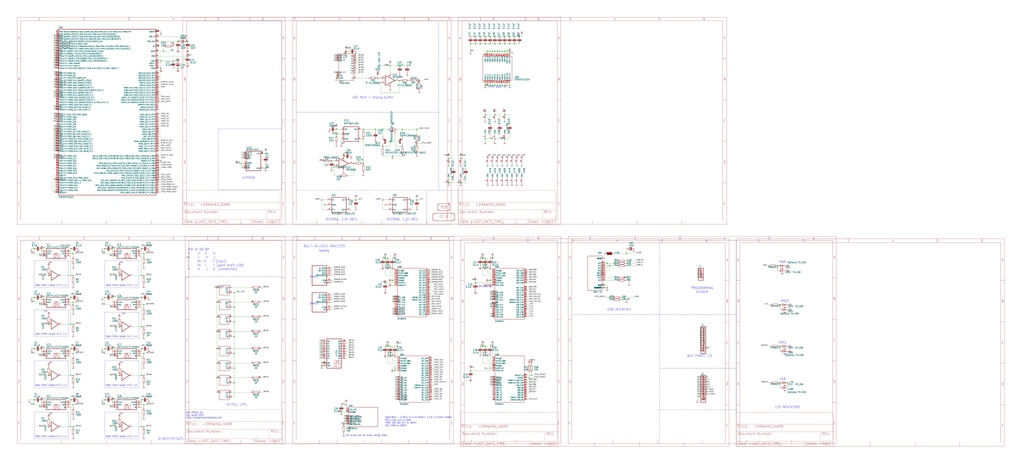
<source format=kicad_sch>
(kicad_sch (version 20211123) (generator eeschema)
  (paper "User" 1066.8 485.546)
  (junction (at 510.54 383.54))
  (junction (at 226.06 345.44))
  (junction (at 147.32 363.22))
  (junction (at 523.24 88.9))
  (junction (at 505.46 45.72))
  (junction (at 43.18 309.88))
  (junction (at 528.32 88.9))
  (junction (at 124.46 444.5))
  (junction (at 411.48 383.54))
  (junction (at 147.32 416.56))
  (junction (at 520.7 88.9))
  (junction (at 226.06 378.46))
  (junction (at 655.32 292.1))
  (junction (at 508 53.34))
  (junction (at 73.66 444.5))
  (junction (at 505.46 38.1))
  (junction (at 350.52 81.28))
  (junction (at 525.78 53.34))
  (junction (at 416.56 83.82))
  (junction (at 167.64 63.5))
  (junction (at 378.46 144.78))
  (junction (at 73.66 363.22))
  (junction (at 243.84 383.54))
  (junction (at 147.32 444.5))
  (junction (at 495.3 294.64))
  (junction (at 530.86 45.72))
  (junction (at 226.06 299.72))
  (junction (at 508 88.9))
  (junction (at 530.86 53.34))
  (junction (at 355.6 429.26))
  (junction (at 505.46 119.38))
  (junction (at 116.84 416.56))
  (junction (at 76.2 368.3))
  (junction (at 350.52 139.7))
  (junction (at 551.18 393.7))
  (junction (at 195.58 43.18))
  (junction (at 525.78 45.72))
  (junction (at 226.06 393.7))
  (junction (at 403.86 269.24))
  (junction (at 76.2 421.64))
  (junction (at 467.36 165.1))
  (junction (at 335.28 381))
  (junction (at 398.78 208.28))
  (junction (at 403.86 360.68))
  (junction (at 398.78 134.62))
  (junction (at 35.56 259.08))
  (junction (at 378.46 170.18))
  (junction (at 490.22 45.72))
  (junction (at 513.08 88.9))
  (junction (at 510.54 38.1))
  (junction (at 147.32 340.36))
  (junction (at 109.22 363.22))
  (junction (at 350.52 134.62))
  (junction (at 490.22 386.08))
  (junction (at 35.56 416.56))
  (junction (at 345.44 167.64))
  (junction (at 525.78 38.1))
  (junction (at 76.2 444.5))
  (junction (at 73.66 416.56))
  (junction (at 73.66 287.02))
  (junction (at 226.06 363.22))
  (junction (at 147.32 391.16))
  (junction (at 515.62 38.1))
  (junction (at 505.46 144.78))
  (junction (at 335.28 208.28))
  (junction (at 525.78 144.78))
  (junction (at 635 276.86))
  (junction (at 515.62 144.78))
  (junction (at 406.4 68.58))
  (junction (at 515.62 53.34))
  (junction (at 495.3 38.1))
  (junction (at 416.56 68.58))
  (junction (at 358.14 441.96))
  (junction (at 535.94 38.1))
  (junction (at 243.84 368.3))
  (junction (at 35.56 363.22))
  (junction (at 515.62 88.9))
  (junction (at 167.64 71.12))
  (junction (at 370.84 208.28))
  (junction (at 170.18 53.34))
  (junction (at 495.3 45.72))
  (junction (at 434.34 149.86))
  (junction (at 510.54 88.9))
  (junction (at 149.86 444.5))
  (junction (at 411.48 269.24))
  (junction (at 401.32 269.24))
  (junction (at 43.18 363.22))
  (junction (at 467.36 190.5))
  (junction (at 812.8 317.5))
  (junction (at 500.38 45.72))
  (junction (at 35.56 309.88))
  (junction (at 393.7 81.28))
  (junction (at 553.72 391.16))
  (junction (at 226.06 330.2))
  (junction (at 251.46 170.18))
  (junction (at 411.48 386.08))
  (junction (at 50.8 444.5))
  (junction (at 525.78 88.9))
  (junction (at 434.34 208.28))
  (junction (at 147.32 309.88))
  (junction (at 408.94 162.56))
  (junction (at 76.2 264.16))
  (junction (at 632.46 299.72))
  (junction (at 419.1 152.4))
  (junction (at 195.58 58.42))
  (junction (at 810.26 276.86))
  (junction (at 243.84 335.28))
  (junction (at 149.86 264.16))
  (junction (at 515.62 119.38))
  (junction (at 360.68 53.34))
  (junction (at 147.32 287.02))
  (junction (at 406.4 147.32))
  (junction (at 528.32 53.34))
  (junction (at 76.2 391.16))
  (junction (at 276.86 160.02))
  (junction (at 520.7 53.34))
  (junction (at 149.86 391.16))
  (junction (at 109.22 309.88))
  (junction (at 520.7 38.1))
  (junction (at 640.08 274.32))
  (junction (at 116.84 309.88))
  (junction (at 510.54 53.34))
  (junction (at 414.02 360.68))
  (junction (at 436.88 83.82))
  (junction (at 635 309.88))
  (junction (at 147.32 259.08))
  (junction (at 378.46 134.62))
  (junction (at 149.86 368.3))
  (junction (at 515.62 45.72))
  (junction (at 391.16 134.62))
  (junction (at 124.46 391.16))
  (junction (at 185.42 43.18))
  (junction (at 243.84 350.52))
  (junction (at 243.84 320.04))
  (junction (at 73.66 309.88))
  (junction (at 226.06 314.96))
  (junction (at 149.86 317.5))
  (junction (at 505.46 269.24))
  (junction (at 149.86 287.02))
  (junction (at 502.92 360.68))
  (junction (at 541.02 38.1))
  (junction (at 518.16 53.34))
  (junction (at 185.42 71.12))
  (junction (at 368.3 170.18))
  (junction (at 358.14 162.56))
  (junction (at 530.86 38.1))
  (junction (at 398.78 152.4))
  (junction (at 360.68 421.64))
  (junction (at 43.18 259.08))
  (junction (at 523.24 53.34))
  (junction (at 43.18 416.56))
  (junction (at 513.08 269.24))
  (junction (at 513.08 360.68))
  (junction (at 505.46 88.9))
  (junction (at 50.8 287.02))
  (junction (at 109.22 416.56))
  (junction (at 518.16 88.9))
  (junction (at 812.8 360.68))
  (junction (at 116.84 363.22))
  (junction (at 419.1 134.62))
  (junction (at 73.66 391.16))
  (junction (at 185.42 63.5))
  (junction (at 149.86 421.64))
  (junction (at 406.4 360.68))
  (junction (at 632.46 274.32))
  (junction (at 500.38 38.1))
  (junction (at 76.2 287.02))
  (junction (at 401.32 294.64))
  (junction (at 510.54 292.1))
  (junction (at 530.86 88.9))
  (junction (at 124.46 340.36))
  (junction (at 812.8 398.78))
  (junction (at 525.78 119.38))
  (junction (at 520.7 45.72))
  (junction (at 652.78 264.16))
  (junction (at 76.2 337.82))
  (junction (at 510.54 45.72))
  (junction (at 243.84 304.8))
  (junction (at 480.06 190.5))
  (junction (at 116.84 259.08))
  (junction (at 505.46 360.68))
  (junction (at 76.2 314.96))
  (junction (at 243.84 398.78))
  (junction (at 73.66 259.08))
  (junction (at 480.06 165.1))
  (junction (at 820.42 398.78))
  (junction (at 50.8 391.16))
  (junction (at 434.34 134.62))
  (junction (at 50.8 337.82))
  (junction (at 149.86 340.36))
  (junction (at 180.34 63.5))
  (junction (at 73.66 337.82))
  (junction (at 276.86 175.26))
  (junction (at 502.92 269.24))
  (junction (at 408.94 292.1))
  (junction (at 109.22 259.08))
  (junction (at 513.08 53.34))
  (junction (at 535.94 45.72))
  (junction (at 124.46 287.02))
  (wire (pts (xy 528.32 55.88) (xy 528.32 53.34)))
  (wire (pts (xy 513.08 53.34) (xy 510.54 53.34)))
  (polyline (pts (xy 35.56 429.26) (xy 71.12 429.26)))
  (wire (pts (xy 535.94 45.72) (xy 530.86 45.72)))
  (wire (pts (xy 370.84 81.28) (xy 383.54 81.28)))
  (wire (pts (xy 449.58 386.08) (xy 452.12 386.08)))
  (wire (pts (xy 513.08 312.42) (xy 510.54 312.42)))
  (polyline (pts (xy 477.52 198.12) (xy 308.61 198.12)))
  (wire (pts (xy 271.78 393.7) (xy 274.32 393.7)))
  (wire (pts (xy 226.06 314.96) (xy 226.06 299.72)))
  (wire (pts (xy 149.86 421.64) (xy 152.4 421.64)))
  (wire (pts (xy 58.42 50.8) (xy 55.88 50.8)))
  (wire (pts (xy 510.54 53.34) (xy 508 53.34)))
  (wire (pts (xy 165.1 68.58) (xy 167.64 68.58)))
  (wire (pts (xy 436.88 83.82) (xy 441.96 83.82)))
  (wire (pts (xy 261.62 363.22) (xy 241.3 363.22)))
  (wire (pts (xy 378.46 134.62) (xy 391.16 134.62)))
  (wire (pts (xy 548.64 330.2) (xy 551.18 330.2)))
  (wire (pts (xy 116.84 424.18) (xy 114.3 424.18)))
  (polyline (pts (xy 687.07 426.72) (xy 687.07 462.28)))
  (wire (pts (xy 76.2 314.96) (xy 78.74 314.96)))
  (wire (pts (xy 515.62 38.1) (xy 520.7 38.1)))
  (polyline (pts (xy 767.08 426.72) (xy 767.08 429.26)))
  (wire (pts (xy 548.64 408.94) (xy 551.18 408.94)))
  (wire (pts (xy 414.02 360.68) (xy 414.02 358.14)))
  (wire (pts (xy 147.32 421.64) (xy 149.86 421.64)))
  (wire (pts (xy 50.8 391.16) (xy 40.64 391.16)))
  (wire (pts (xy 58.42 198.12) (xy 53.34 198.12)))
  (wire (pts (xy 513.08 294.64) (xy 495.3 294.64)))
  (polyline (pts (xy 767.08 383.54) (xy 767.08 426.72)))
  (wire (pts (xy 447.04 292.1) (xy 449.58 292.1)))
  (wire (pts (xy 411.48 322.58) (xy 408.94 322.58)))
  (wire (pts (xy 165.1 187.96) (xy 167.64 187.96)))
  (polyline (pts (xy 144.78 403.86) (xy 109.22 403.86)))
  (wire (pts (xy 345.44 314.96) (xy 347.98 314.96)))
  (wire (pts (xy 525.78 88.9) (xy 528.32 88.9)))
  (wire (pts (xy 76.2 391.16) (xy 78.74 391.16)))
  (wire (pts (xy 647.7 309.88) (xy 660.4 309.88)))
  (polyline (pts (xy 71.12 299.72) (xy 35.56 299.72)))
  (wire (pts (xy 165.1 124.46) (xy 167.64 124.46)))
  (wire (pts (xy 513.08 381) (xy 510.54 381)))
  (wire (pts (xy 58.42 190.5) (xy 53.34 190.5)))
  (wire (pts (xy 411.48 327.66) (xy 408.94 327.66)))
  (wire (pts (xy 548.64 396.24) (xy 551.18 396.24)))
  (wire (pts (xy 165.1 86.36) (xy 167.64 86.36)))
  (wire (pts (xy 411.48 287.02) (xy 401.32 287.02)))
  (wire (pts (xy 513.08 386.08) (xy 490.22 386.08)))
  (wire (pts (xy 467.36 162.56) (xy 467.36 165.1)))
  (wire (pts (xy 370.84 58.42) (xy 373.38 58.42)))
  (wire (pts (xy 414.02 396.24) (xy 411.48 396.24)))
  (polyline (pts (xy 293.37 113.792) (xy 293.37 76.708)))
  (wire (pts (xy 515.62 86.36) (xy 515.62 88.9)))
  (polyline (pts (xy 35.56 350.52) (xy 35.56 322.58)))
  (wire (pts (xy 335.28 365.76) (xy 332.74 365.76)))
  (wire (pts (xy 401.32 266.7) (xy 401.32 269.24)))
  (wire (pts (xy 810.26 276.86) (xy 810.26 281.94)))
  (wire (pts (xy 411.48 139.7) (xy 411.48 152.4)))
  (wire (pts (xy 73.66 424.18) (xy 73.66 444.5)))
  (wire (pts (xy 335.28 167.64) (xy 332.74 167.64)))
  (wire (pts (xy 411.48 309.88) (xy 408.94 309.88)))
  (wire (pts (xy 43.18 424.18) (xy 40.64 424.18)))
  (wire (pts (xy 375.92 144.78) (xy 378.46 144.78)))
  (wire (pts (xy 548.64 406.4) (xy 551.18 406.4)))
  (wire (pts (xy 411.48 383.54) (xy 411.48 386.08)))
  (wire (pts (xy 58.42 45.72) (xy 55.88 45.72)))
  (wire (pts (xy 147.32 320.04) (xy 147.32 340.36)))
  (wire (pts (xy 416.56 96.52) (xy 396.24 96.52)))
  (wire (pts (xy 543.56 38.1) (xy 541.02 38.1)))
  (wire (pts (xy 165.1 142.24) (xy 167.64 142.24)))
  (wire (pts (xy 414.02 393.7) (xy 411.48 393.7)))
  (wire (pts (xy 35.56 264.16) (xy 43.18 264.16)))
  (wire (pts (xy 632.46 297.18) (xy 632.46 299.72)))
  (wire (pts (xy 510.54 381) (xy 510.54 383.54)))
  (wire (pts (xy 548.64 325.12) (xy 551.18 325.12)))
  (wire (pts (xy 165.1 165.1) (xy 167.64 165.1)))
  (wire (pts (xy 116.84 266.7) (xy 114.3 266.7)))
  (wire (pts (xy 116.84 320.04) (xy 114.3 320.04)))
  (wire (pts (xy 513.08 269.24) (xy 513.08 266.7)))
  (wire (pts (xy 530.86 88.9) (xy 530.86 86.36)))
  (wire (pts (xy 261.62 393.7) (xy 241.3 393.7)))
  (wire (pts (xy 548.64 294.64) (xy 551.18 294.64)))
  (wire (pts (xy 548.64 416.56) (xy 551.18 416.56)))
  (polyline (pts (xy 71.12 322.58) (xy 71.12 350.52)))
  (wire (pts (xy 640.08 271.78) (xy 642.62 271.78)))
  (wire (pts (xy 241.3 335.28) (xy 243.84 335.28)))
  (wire (pts (xy 731.52 401.32) (xy 726.44 401.32)))
  (wire (pts (xy 495.3 38.1) (xy 500.38 38.1)))
  (wire (pts (xy 109.22 259.08) (xy 109.22 264.16)))
  (wire (pts (xy 58.42 165.1) (xy 55.88 165.1)))
  (wire (pts (xy 73.66 444.5) (xy 76.2 444.5)))
  (wire (pts (xy 447.04 299.72) (xy 452.12 299.72)))
  (wire (pts (xy 165.1 43.18) (xy 185.42 43.18)))
  (wire (pts (xy 73.66 312.42) (xy 73.66 309.88)))
  (wire (pts (xy 137.16 340.36) (xy 147.32 340.36)))
  (wire (pts (xy 109.22 363.22) (xy 109.22 368.3)))
  (wire (pts (xy 261.62 314.96) (xy 241.3 314.96)))
  (wire (pts (xy 271.78 408.94) (xy 274.32 408.94)))
  (wire (pts (xy 731.52 406.4) (xy 726.44 406.4)))
  (wire (pts (xy 30.48 416.56) (xy 35.56 416.56)))
  (wire (pts (xy 632.46 279.4) (xy 632.46 274.32)))
  (wire (pts (xy 642.62 289.56) (xy 629.92 289.56)))
  (wire (pts (xy 508 53.34) (xy 505.46 53.34)))
  (wire (pts (xy 109.22 368.3) (xy 116.84 368.3)))
  (wire (pts (xy 406.4 152.4) (xy 406.4 147.32)))
  (wire (pts (xy 58.42 119.38) (xy 55.88 119.38)))
  (wire (pts (xy 332.74 208.28) (xy 335.28 208.28)))
  (wire (pts (xy 523.24 53.34) (xy 520.7 53.34)))
  (wire (pts (xy 731.52 414.02) (xy 726.44 414.02)))
  (wire (pts (xy 58.42 109.22) (xy 55.88 109.22)))
  (wire (pts (xy 43.18 309.88) (xy 43.18 312.42)))
  (wire (pts (xy 368.3 182.88) (xy 368.3 170.18)))
  (wire (pts (xy 419.1 134.62) (xy 434.34 134.62)))
  (wire (pts (xy 553.72 388.62) (xy 553.72 391.16)))
  (wire (pts (xy 490.22 386.08) (xy 490.22 383.54)))
  (wire (pts (xy 655.32 289.56) (xy 655.32 292.1)))
  (wire (pts (xy 447.04 312.42) (xy 449.58 312.42)))
  (wire (pts (xy 58.42 144.78) (xy 55.88 144.78)))
  (wire (pts (xy 548.64 302.26) (xy 551.18 302.26)))
  (wire (pts (xy 165.1 190.5) (xy 167.64 190.5)))
  (wire (pts (xy 147.32 363.22) (xy 147.32 360.68)))
  (wire (pts (xy 398.78 152.4) (xy 406.4 152.4)))
  (wire (pts (xy 398.78 208.28) (xy 396.24 208.28)))
  (wire (pts (xy 398.78 142.24) (xy 398.78 134.62)))
  (wire (pts (xy 43.18 266.7) (xy 40.64 266.7)))
  (wire (pts (xy 241.3 368.3) (xy 243.84 368.3)))
  (wire (pts (xy 340.36 218.44) (xy 335.28 218.44)))
  (polyline (pts (xy 227.584 197.866) (xy 293.37 197.866)))
  (wire (pts (xy 508 88.9) (xy 510.54 88.9)))
  (wire (pts (xy 508 269.24) (xy 505.46 269.24)))
  (wire (pts (xy 335.28 358.14) (xy 332.74 358.14)))
  (wire (pts (xy 73.66 261.62) (xy 73.66 259.08)))
  (wire (pts (xy 652.78 271.78) (xy 662.94 271.78)))
  (wire (pts (xy 243.84 350.52) (xy 243.84 335.28)))
  (wire (pts (xy 525.78 144.78) (xy 525.78 147.32)))
  (wire (pts (xy 548.64 287.02) (xy 551.18 287.02)))
  (wire (pts (xy 35.56 363.22) (xy 33.02 363.22)))
  (wire (pts (xy 731.52 355.6) (xy 728.98 355.6)))
  (polyline (pts (xy 293.37 21.59) (xy 237.744 21.59)))
  (wire (pts (xy 147.32 259.08) (xy 147.32 256.54)))
  (wire (pts (xy 548.64 299.72) (xy 551.18 299.72)))
  (wire (pts (xy 243.84 398.78) (xy 243.84 383.54)))
  (wire (pts (xy 165.1 96.52) (xy 167.64 96.52)))
  (wire (pts (xy 505.46 269.24) (xy 502.92 269.24)))
  (wire (pts (xy 165.1 78.74) (xy 167.64 78.74)))
  (wire (pts (xy 73.66 337.82) (xy 76.2 337.82)))
  (wire (pts (xy 541.02 45.72) (xy 535.94 45.72)))
  (wire (pts (xy 635 281.94) (xy 635 276.86)))
  (wire (pts (xy 728.98 287.02) (xy 726.44 287.02)))
  (wire (pts (xy 345.44 284.48) (xy 347.98 284.48)))
  (wire (pts (xy 510.54 119.38) (xy 510.54 129.54)))
  (wire (pts (xy 226.06 330.2) (xy 226.06 314.96)))
  (wire (pts (xy 370.84 208.28) (xy 373.38 208.28)))
  (wire (pts (xy 254 170.18) (xy 251.46 170.18)))
  (wire (pts (xy 335.28 355.6) (xy 332.74 355.6)))
  (wire (pts (xy 515.62 53.34) (xy 513.08 53.34)))
  (wire (pts (xy 535.94 38.1) (xy 541.02 38.1)))
  (polyline (pts (xy 71.12 429.26) (xy 71.12 457.2)))
  (wire (pts (xy 812.8 398.78) (xy 812.8 403.86)))
  (polyline (pts (xy 35.56 403.86) (xy 35.56 375.92)))
  (wire (pts (xy 58.42 78.74) (xy 55.88 78.74)))
  (wire (pts (xy 802.64 317.5) (xy 800.1 317.5)))
  (wire (pts (xy 447.04 317.5) (xy 449.58 317.5)))
  (wire (pts (xy 76.2 287.02) (xy 78.74 287.02)))
  (wire (pts (xy 513.08 327.66) (xy 510.54 327.66)))
  (wire (pts (xy 274.32 299.72) (xy 271.78 299.72)))
  (wire (pts (xy 518.16 88.9) (xy 520.7 88.9)))
  (wire (pts (xy 58.42 66.04) (xy 55.88 66.04)))
  (wire (pts (xy 355.6 149.86) (xy 355.6 144.78)))
  (wire (pts (xy 414.02 403.86) (xy 411.48 403.86)))
  (wire (pts (xy 419.1 162.56) (xy 408.94 162.56)))
  (wire (pts (xy 73.66 266.7) (xy 73.66 287.02)))
  (wire (pts (xy 502.92 358.14) (xy 502.92 360.68)))
  (wire (pts (xy 73.66 416.56) (xy 73.66 414.02)))
  (wire (pts (xy 76.2 421.64) (xy 76.2 424.18)))
  (wire (pts (xy 548.64 322.58) (xy 551.18 322.58)))
  (wire (pts (xy 652.78 274.32) (xy 662.94 274.32)))
  (wire (pts (xy 629.92 276.86) (xy 635 276.86)))
  (wire (pts (xy 728.98 289.56) (xy 726.44 289.56)))
  (wire (pts (xy 731.52 353.06) (xy 728.98 353.06)))
  (polyline (pts (xy 293.37 197.866) (xy 293.37 134.112)))
  (wire (pts (xy 147.32 264.16) (xy 149.86 264.16)))
  (wire (pts (xy 165.1 88.9) (xy 167.64 88.9)))
  (wire (pts (xy 165.1 137.16) (xy 167.64 137.16)))
  (wire (pts (xy 414.02 134.62) (xy 419.1 134.62)))
  (wire (pts (xy 243.84 335.28) (xy 243.84 320.04)))
  (wire (pts (xy 396.24 96.52) (xy 396.24 86.36)))
  (wire (pts (xy 520.7 86.36) (xy 520.7 88.9)))
  (wire (pts (xy 406.4 284.48) (xy 406.4 269.24)))
  (wire (pts (xy 109.22 317.5) (xy 116.84 317.5)))
  (wire (pts (xy 58.42 40.64) (xy 55.88 40.64)))
  (wire (pts (xy 411.48 297.18) (xy 408.94 297.18)))
  (wire (pts (xy 271.78 363.22) (xy 274.32 363.22)))
  (wire (pts (xy 360.68 421.64) (xy 360.68 419.1)))
  (wire (pts (xy 513.08 383.54) (xy 510.54 383.54)))
  (wire (pts (xy 345.44 322.58) (xy 347.98 322.58)))
  (wire (pts (xy 241.3 350.52) (xy 243.84 350.52)))
  (wire (pts (xy 360.68 426.72) (xy 360.68 421.64)))
  (wire (pts (xy 525.78 55.88) (xy 525.78 53.34)))
  (wire (pts (xy 149.86 264.16) (xy 152.4 264.16)))
  (wire (pts (xy 274.32 160.02) (xy 276.86 160.02)))
  (wire (pts (xy 58.42 43.18) (xy 55.88 43.18)))
  (wire (pts (xy 637.54 312.42) (xy 635 312.42)))
  (wire (pts (xy 449.58 375.92) (xy 452.12 375.92)))
  (wire (pts (xy 180.34 71.12) (xy 185.42 71.12)))
  (wire (pts (xy 109.22 309.88) (xy 106.68 309.88)))
  (wire (pts (xy 345.44 320.04) (xy 347.98 320.04)))
  (wire (pts (xy 812.8 317.5) (xy 812.8 322.58)))
  (wire (pts (xy 165.1 132.08) (xy 167.64 132.08)))
  (wire (pts (xy 393.7 81.28) (xy 396.24 81.28)))
  (wire (pts (xy 350.52 60.96) (xy 347.98 60.96)))
  (wire (pts (xy 58.42 139.7) (xy 55.88 139.7)))
  (wire (pts (xy 165.1 129.54) (xy 167.64 129.54)))
  (wire (pts (xy 728.98 281.94) (xy 726.44 281.94)))
  (wire (pts (xy 58.42 127) (xy 55.88 127)))
  (wire (pts (xy 165.1 154.94) (xy 167.64 154.94)))
  (wire (pts (xy 165.1 175.26) (xy 167.64 175.26)))
  (wire (pts (xy 403.86 360.68) (xy 401.32 360.68)))
  (wire (pts (xy 345.44 307.34) (xy 347.98 307.34)))
  (wire (pts (xy 513.08 292.1) (xy 510.54 292.1)))
  (wire (pts (xy 467.36 165.1) (xy 472.44 165.1)))
  (wire (pts (xy 523.24 88.9) (xy 525.78 88.9)))
  (wire (pts (xy 406.4 360.68) (xy 403.86 360.68)))
  (wire (pts (xy 147.32 340.36) (xy 149.86 340.36)))
  (polyline (pts (xy 109.22 429.26) (xy 144.78 429.26)))
  (wire (pts (xy 495.3 45.72) (xy 490.22 45.72)))
  (wire (pts (xy 226.06 408.94) (xy 226.06 393.7)))
  (wire (pts (xy 58.42 182.88) (xy 55.88 182.88)))
  (wire (pts (xy 652.78 292.1) (xy 655.32 292.1)))
  (wire (pts (xy 411.48 266.7) (xy 411.48 269.24)))
  (wire (pts (xy 358.14 441.96) (xy 355.6 441.96)))
  (polyline (pts (xy 193.04 288.29) (xy 193.04 426.72)))
  (wire (pts (xy 525.78 53.34) (xy 523.24 53.34)))
  (wire (pts (xy 58.42 71.12) (xy 55.88 71.12)))
  (wire (pts (xy 629.92 264.16) (xy 629.92 269.24)))
  (wire (pts (xy 652.78 276.86) (xy 662.94 276.86)))
  (wire (pts (xy 434.34 208.28) (xy 436.88 208.28)))
  (wire (pts (xy 353.06 182.88) (xy 347.98 182.88)))
  (wire (pts (xy 520.7 55.88) (xy 520.7 53.34)))
  (polyline (pts (xy 457.2 116.84) (xy 308.61 116.84)))
  (wire (pts (xy 551.18 393.7) (xy 556.26 393.7)))
  (wire (pts (xy 149.86 317.5) (xy 152.4 317.5)))
  (wire (pts (xy 254 172.72) (xy 251.46 172.72)))
  (wire (pts (xy 226.06 299.72) (xy 223.52 299.72)))
  (wire (pts (xy 528.32 88.9) (xy 530.86 88.9)))
  (wire (pts (xy 58.42 104.14) (xy 55.88 104.14)))
  (wire (pts (xy 149.86 266.7) (xy 149.86 264.16)))
  (wire (pts (xy 408.94 289.56) (xy 408.94 292.1)))
  (wire (pts (xy 73.66 391.16) (xy 76.2 391.16)))
  (wire (pts (xy 510.54 144.78) (xy 510.54 137.16)))
  (wire (pts (xy 518.16 55.88) (xy 518.16 53.34)))
  (wire (pts (xy 73.66 259.08) (xy 73.66 256.54)))
  (wire (pts (xy 510.54 88.9) (xy 513.08 88.9)))
  (wire (pts (xy 447.04 309.88) (xy 449.58 309.88)))
  (wire (pts (xy 335.28 360.68) (xy 332.74 360.68)))
  (wire (pts (xy 261.62 299.72) (xy 241.3 299.72)))
  (wire (pts (xy 335.28 373.38) (xy 332.74 373.38)))
  (wire (pts (xy 378.46 144.78) (xy 378.46 170.18)))
  (wire (pts (xy 165.1 185.42) (xy 167.64 185.42)))
  (wire (pts (xy 408.94 360.68) (xy 406.4 360.68)))
  (wire (pts (xy 548.64 292.1) (xy 551.18 292.1)))
  (wire (pts (xy 802.64 360.68) (xy 800.1 360.68)))
  (wire (pts (xy 548.64 307.34) (xy 551.18 307.34)))
  (wire (pts (xy 393.7 68.58) (xy 393.7 73.66)))
  (wire (pts (xy 375.92 134.62) (xy 378.46 134.62)))
  (wire (pts (xy 652.78 264.16) (xy 662.94 264.16)))
  (wire (pts (xy 106.68 416.56) (xy 109.22 416.56)))
  (wire (pts (xy 429.26 208.28) (xy 434.34 208.28)))
  (wire (pts (xy 548.64 304.8) (xy 551.18 304.8)))
  (wire (pts (xy 165.1 170.18) (xy 167.64 170.18)))
  (polyline (pts (xy 35.56 375.92) (xy 71.12 375.92)))
  (wire (pts (xy 58.42 149.86) (xy 55.88 149.86)))
  (wire (pts (xy 165.1 127) (xy 167.64 127)))
  (wire (pts (xy 360.68 439.42) (xy 358.14 439.42)))
  (wire (pts (xy 731.52 396.24) (xy 726.44 396.24)))
  (wire (pts (xy 243.84 304.8) (xy 246.38 304.8)))
  (wire (pts (xy 43.18 370.84) (xy 40.64 370.84)))
  (wire (pts (xy 149.86 287.02) (xy 152.4 287.02)))
  (wire (pts (xy 147.32 266.7) (xy 147.32 287.02)))
  (wire (pts (xy 345.44 292.1) (xy 347.98 292.1)))
  (polyline (pts (xy 35.56 299.72) (xy 35.56 271.78)))
  (wire (pts (xy 73.66 287.02) (xy 76.2 287.02)))
  (wire (pts (xy 370.84 60.96) (xy 373.38 60.96)))
  (wire (pts (xy 505.46 144.78) (xy 510.54 144.78)))
  (wire (pts (xy 165.1 63.5) (xy 167.64 63.5)))
  (polyline (pts (xy 767.08 383.54) (xy 687.07 383.54)))
  (wire (pts (xy 58.42 91.44) (xy 55.88 91.44)))
  (wire (pts (xy 226.06 345.44) (xy 226.06 330.2)))
  (wire (pts (xy 124.46 287.02) (xy 114.3 287.02)))
  (wire (pts (xy 58.42 68.58) (xy 55.88 68.58)))
  (wire (pts (xy 35.56 363.22) (xy 35.56 368.3)))
  (wire (pts (xy 116.84 363.22) (xy 116.84 365.76)))
  (wire (pts (xy 731.52 403.86) (xy 726.44 403.86)))
  (wire (pts (xy 109.22 421.64) (xy 116.84 421.64)))
  (wire (pts (xy 447.04 284.48) (xy 449.58 284.48)))
  (wire (pts (xy 165.1 162.56) (xy 167.64 162.56)))
  (wire (pts (xy 548.64 284.48) (xy 551.18 284.48)))
  (polyline (pts (xy 227.584 134.112) (xy 293.37 134.112)))
  (wire (pts (xy 642.62 292.1) (xy 629.92 292.1)))
  (wire (pts (xy 226.06 378.46) (xy 226.06 363.22)))
  (wire (pts (xy 73.66 363.22) (xy 73.66 360.68)))
  (wire (pts (xy 414.02 416.56) (xy 411.48 416.56)))
  (wire (pts (xy 403.86 358.14) (xy 403.86 360.68)))
  (wire (pts (xy 523.24 55.88) (xy 523.24 53.34)))
  (wire (pts (xy 370.84 73.66) (xy 373.38 73.66)))
  (wire (pts (xy 58.42 162.56) (xy 55.88 162.56)))
  (wire (pts (xy 449.58 398.78) (xy 452.12 398.78)))
  (wire (pts (xy 548.64 281.94) (xy 551.18 281.94)))
  (wire (pts (xy 165.1 101.6) (xy 167.64 101.6)))
  (wire (pts (xy 449.58 396.24) (xy 452.12 396.24)))
  (wire (pts (xy 447.04 302.26) (xy 452.12 302.26)))
  (wire (pts (xy 447.04 322.58) (xy 449.58 322.58)))
  (wire (pts (xy 513.08 393.7) (xy 510.54 393.7)))
  (wire (pts (xy 398.78 218.44) (xy 398.78 208.28)))
  (wire (pts (xy 510.54 55.88) (xy 510.54 53.34)))
  (wire (pts (xy 63.5 337.82) (xy 73.66 337.82)))
  (wire (pts (xy 520.7 144.78) (xy 520.7 137.16)))
  (wire (pts (xy 58.42 142.24) (xy 55.88 142.24)))
  (wire (pts (xy 820.42 398.78) (xy 822.96 398.78)))
  (wire (pts (xy 165.1 33.02) (xy 167.64 33.02)))
  (wire (pts (xy 58.42 175.26) (xy 55.88 175.26)))
  (wire (pts (xy 350.52 76.2) (xy 347.98 76.2)))
  (wire (pts (xy 165.1 139.7) (xy 167.64 139.7)))
  (wire (pts (xy 731.52 393.7) (xy 726.44 393.7)))
  (wire (pts (xy 147.32 444.5) (xy 149.86 444.5)))
  (polyline (pts (xy 293.37 134.112) (xy 293.37 113.792)))
  (wire (pts (xy 548.64 391.16) (xy 553.72 391.16)))
  (wire (pts (xy 508 360.68) (xy 505.46 360.68)))
  (wire (pts (xy 467.36 190.5) (xy 472.44 190.5)))
  (wire (pts (xy 360.68 436.88) (xy 358.14 436.88)))
  (wire (pts (xy 525.78 119.38) (xy 525.78 116.84)))
  (wire (pts (xy 642.62 274.32) (xy 640.08 274.32)))
  (polyline (pts (xy 227.584 134.112) (xy 227.584 197.866)))
  (wire (pts (xy 345.44 281.94) (xy 347.98 281.94)))
  (wire (pts (xy 403.86 269.24) (xy 401.32 269.24)))
  (wire (pts (xy 398.78 134.62) (xy 403.86 134.62)))
  (wire (pts (xy 363.22 53.34) (xy 360.68 53.34)))
  (wire (pts (xy 58.42 99.06) (xy 55.88 99.06)))
  (wire (pts (xy 149.86 368.3) (xy 152.4 368.3)))
  (wire (pts (xy 548.64 401.32) (xy 551.18 401.32)))
  (wire (pts (xy 58.42 55.88) (xy 55.88 55.88)))
  (wire (pts (xy 261.62 345.44) (xy 241.3 345.44)))
  (wire (pts (xy 528.32 86.36) (xy 528.32 88.9)))
  (wire (pts (xy 411.48 152.4) (xy 419.1 152.4)))
  (wire (pts (xy 515.62 88.9) (xy 518.16 88.9)))
  (wire (pts (xy 401.32 287.02) (xy 401.32 269.24)))
  (wire (pts (xy 116.84 416.56) (xy 116.84 419.1)))
  (wire (pts (xy 629.92 281.94) (xy 635 281.94)))
  (wire (pts (xy 513.08 281.94) (xy 513.08 269.24)))
  (wire (pts (xy 472.44 190.5) (xy 472.44 182.88)))
  (wire (pts (xy 398.78 162.56) (xy 408.94 162.56)))
  (wire (pts (xy 513.08 375.92) (xy 508 375.92)))
  (wire (pts (xy 411.48 360.68) (xy 414.02 360.68)))
  (wire (pts (xy 472.44 165.1) (xy 472.44 175.26)))
  (wire (pts (xy 513.08 330.2) (xy 510.54 330.2)))
  (wire (pts (xy 137.16 391.16) (xy 147.32 391.16)))
  (polyline (pts (xy 71.12 457.2) (xy 35.56 457.2)))
  (polyline (pts (xy 144.78 271.78) (xy 144.78 299.72)))
  (wire (pts (xy 508 86.36) (xy 508 88.9)))
  (polyline (pts (xy 71.12 403.86) (xy 35.56 403.86)))
  (wire (pts (xy 76.2 337.82) (xy 78.74 337.82)))
  (wire (pts (xy 548.64 393.7) (xy 551.18 393.7)))
  (polyline (pts (xy 71.12 350.52) (xy 35.56 350.52)))
  (wire (pts (xy 505.46 38.1) (xy 510.54 38.1)))
  (wire (pts (xy 149.86 444.5) (xy 152.4 444.5)))
  (wire (pts (xy 165.1 119.38) (xy 167.64 119.38)))
  (wire (pts (xy 513.08 86.36) (xy 513.08 88.9)))
  (wire (pts (xy 520.7 119.38) (xy 520.7 129.54)))
  (wire (pts (xy 520.7 45.72) (xy 515.62 45.72)))
  (wire (pts (xy 480.06 162.56) (xy 480.06 165.1)))
  (wire (pts (xy 58.42 86.36) (xy 55.88 86.36)))
  (wire (pts (xy 406.4 147.32) (xy 403.86 147.32)))
  (wire (pts (xy 180.34 63.5) (xy 185.42 63.5)))
  (wire (pts (xy 635 309.88) (xy 629.92 309.88)))
  (polyline (pts (xy 109.22 403.86) (xy 109.22 375.92)))
  (wire (pts (xy 43.18 416.56) (xy 43.18 419.1)))
  (wire (pts (xy 241.3 414.02) (xy 243.84 414.02)))
  (wire (pts (xy 165.1 144.78) (xy 167.64 144.78)))
  (wire (pts (xy 525.78 119.38) (xy 530.86 119.38)))
  (wire (pts (xy 515.62 144.78) (xy 520.7 144.78)))
  (wire (pts (xy 58.42 63.5) (xy 55.88 63.5)))
  (wire (pts (xy 414.02 378.46) (xy 403.86 378.46)))
  (wire (pts (xy 350.52 139.7) (xy 345.44 139.7)))
  (wire (pts (xy 419.1 142.24) (xy 419.1 134.62)))
  (wire (pts (xy 254 160.02) (xy 251.46 160.02)))
  (wire (pts (xy 35.56 309.88) (xy 33.02 309.88)))
  (wire (pts (xy 731.52 360.68) (xy 728.98 360.68)))
  (wire (pts (xy 548.64 312.42) (xy 551.18 312.42)))
  (wire (pts (xy 243.84 414.02) (xy 243.84 398.78)))
  (wire (pts (xy 502.92 287.02) (xy 502.92 269.24)))
  (wire (pts (xy 147.32 261.62) (xy 147.32 259.08)))
  (wire (pts (xy 335.28 370.84) (xy 332.74 370.84)))
  (wire (pts (xy 398.78 218.44) (xy 403.86 218.44)))
  (wire (pts (xy 411.48 269.24) (xy 411.48 281.94)))
  (polyline (pts (xy 293.37 76.708) (xy 293.37 21.59)))
  (wire (pts (xy 447.04 314.96) (xy 449.58 314.96)))
  (wire (pts (xy 165.1 195.58) (xy 167.64 195.58)))
  (wire (pts (xy 360.68 368.3) (xy 363.22 368.3)))
  (wire (pts (xy 449.58 416.56) (xy 452.12 416.56)))
  (wire (pts (xy 355.6 421.64) (xy 360.68 421.64)))
  (wire (pts (xy 548.64 327.66) (xy 551.18 327.66)))
  (polyline (pts (xy 109.22 299.72) (xy 109.22 271.78)))
  (wire (pts (xy 403.86 378.46) (xy 403.86 360.68)))
  (wire (pts (xy 241.3 383.54) (xy 243.84 383.54)))
  (wire (pts (xy 449.58 391.16) (xy 452.12 391.16)))
  (wire (pts (xy 406.4 68.58) (xy 393.7 68.58)))
  (wire (pts (xy 165.1 66.04) (xy 167.64 66.04)))
  (wire (pts (xy 165.1 38.1) (xy 195.58 38.1)))
  (wire (pts (xy 652.78 264.16) (xy 652.78 259.08)))
  (wire (pts (xy 635 312.42) (xy 635 309.88)))
  (wire (pts (xy 513.08 396.24) (xy 510.54 396.24)))
  (wire (pts (xy 350.52 63.5) (xy 347.98 63.5)))
  (wire (pts (xy 271.78 330.2) (xy 274.32 330.2)))
  (wire (pts (xy 434.34 205.74) (xy 434.34 208.28)))
  (polyline (pts (xy 144.78 375.92) (xy 144.78 403.86)))
  (wire (pts (xy 180.34 53.34) (xy 170.18 53.34)))
  (wire (pts (xy 434.34 139.7) (xy 434.34 134.62)))
  (wire (pts (xy 360.68 441.96) (xy 358.14 441.96)))
  (wire (pts (xy 58.42 185.42) (xy 53.34 185.42)))
  (wire (pts (xy 335.28 218.44) (xy 335.28 208.28)))
  (wire (pts (xy 360.68 370.84) (xy 363.22 370.84)))
  (wire (pts (xy 513.08 360.68) (xy 510.54 360.68)))
  (polyline (pts (xy 293.37 288.29) (xy 193.04 288.29)))
  (polyline (pts (xy 144.78 429.26) (xy 144.78 457.2)))
  (wire (pts (xy 414.02 383.54) (xy 411.48 383.54)))
  (wire (pts (xy 408.94 269.24) (xy 411.48 269.24)))
  (wire (pts (xy 391.16 137.16) (xy 391.16 134.62)))
  (wire (pts (xy 147.32 370.84) (xy 147.32 391.16)))
  (wire (pts (xy 414.02 386.08) (xy 411.48 386.08)))
  (wire (pts (xy 76.2 368.3) (xy 76.2 370.84)))
  (wire (pts (xy 447.04 325.12) (xy 449.58 325.12)))
  (wire (pts (xy 513.08 373.38) (xy 513.08 360.68)))
  (wire (pts (xy 165.1 172.72) (xy 167.64 172.72)))
  (wire (pts (xy 530.86 119.38) (xy 530.86 129.54)))
  (wire (pts (xy 147.32 416.56) (xy 147.32 414.02)))
  (wire (pts (xy 165.1 104.14) (xy 167.64 104.14)))
  (wire (pts (xy 411.48 292.1) (xy 408.94 292.1)))
  (wire (pts (xy 406.4 269.24) (xy 403.86 269.24)))
  (wire (pts (xy 447.04 281.94) (xy 449.58 281.94)))
  (wire (pts (xy 347.98 167.64) (xy 345.44 167.64)))
  (wire (pts (xy 43.18 259.08) (xy 43.18 261.62)))
  (wire (pts (xy 505.46 88.9) (xy 505.46 86.36)))
  (wire (pts (xy 58.42 106.68) (xy 55.88 106.68)))
  (wire (pts (xy 502.92 269.24) (xy 500.38 269.24)))
  (wire (pts (xy 510.54 38.1) (xy 515.62 38.1)))
  (wire (pts (xy 414.02 381) (xy 411.48 381)))
  (wire (pts (xy 167.64 66.04) (xy 167.64 63.5)))
  (wire (pts (xy 165.1 147.32) (xy 167.64 147.32)))
  (wire (pts (xy 124.46 391.16) (xy 114.3 391.16)))
  (wire (pts (xy 500.38 38.1) (xy 505.46 38.1)))
  (wire (pts (xy 530.86 144.78) (xy 530.86 137.16)))
  (wire (pts (xy 515.62 45.72) (xy 510.54 45.72)))
  (wire (pts (xy 261.62 330.2) (xy 241.3 330.2)))
  (wire (pts (xy 370.84 66.04) (xy 373.38 66.04)))
  (wire (pts (xy 513.08 287.02) (xy 502.92 287.02)))
  (wire (pts (xy 508 284.48) (xy 508 269.24)))
  (wire (pts (xy 58.42 152.4) (xy 55.88 152.4)))
  (wire (pts (xy 510.54 86.36) (xy 510.54 88.9)))
  (wire (pts (xy 58.42 187.96) (xy 55.88 187.96)))
  (wire (pts (xy 76.2 264.16) (xy 78.74 264.16)))
  (polyline (pts (xy 767.08 327.66) (xy 595.63 327.66)))
  (wire (pts (xy 58.42 88.9) (xy 55.88 88.9)))
  (wire (pts (xy 505.46 360.68) (xy 502.92 360.68)))
  (wire (pts (xy 58.42 96.52) (xy 55.88 96.52)))
  (wire (pts (xy 58.42 134.62) (xy 55.88 134.62)))
  (polyline (pts (xy 109.22 457.2) (xy 109.22 429.26)))
  (polyline (pts (xy 109.22 375.92) (xy 144.78 375.92)))
  (wire (pts (xy 147.32 368.3) (xy 149.86 368.3)))
  (wire (pts (xy 500.38 45.72) (xy 495.3 45.72)))
  (wire (pts (xy 731.52 398.78) (xy 726.44 398.78)))
  (wire (pts (xy 73.66 370.84) (xy 73.66 391.16)))
  (wire (pts (xy 414.02 411.48) (xy 411.48 411.48)))
  (wire (pts (xy 149.86 368.3) (xy 149.86 370.84)))
  (wire (pts (xy 147.32 314.96) (xy 147.32 309.88)))
  (wire (pts (xy 449.58 401.32) (xy 452.12 401.32)))
  (wire (pts (xy 271.78 314.96) (xy 274.32 314.96)))
  (wire (pts (xy 411.48 312.42) (xy 408.94 312.42)))
  (wire (pts (xy 518.16 86.36) (xy 518.16 88.9)))
  (wire (pts (xy 370.84 63.5) (xy 373.38 63.5)))
  (wire (pts (xy 243.84 320.04) (xy 243.84 304.8)))
  (wire (pts (xy 731.52 408.94) (xy 726.44 408.94)))
  (wire (pts (xy 513.08 309.88) (xy 510.54 309.88)))
  (wire (pts (xy 411.48 314.96) (xy 408.94 314.96)))
  (wire (pts (xy 513.08 358.14) (xy 513.08 360.68)))
  (polyline (pts (xy 35.56 322.58) (xy 71.12 322.58)))
  (wire (pts (xy 370.84 208.28) (xy 370.84 205.74)))
  (wire (pts (xy 401.32 269.24) (xy 398.78 269.24)))
  (wire (pts (xy 510.54 45.72) (xy 505.46 45.72)))
  (wire (pts (xy 165.1 149.86) (xy 167.64 149.86)))
  (wire (pts (xy 58.42 157.48) (xy 55.88 157.48)))
  (wire (pts (xy 528.32 53.34) (xy 525.78 53.34)))
  (wire (pts (xy 360.68 365.76) (xy 363.22 365.76)))
  (wire (pts (xy 165.1 182.88) (xy 167.64 182.88)))
  (wire (pts (xy 505.46 45.72) (xy 500.38 45.72)))
  (wire (pts (xy 449.58 408.94) (xy 452.12 408.94)))
  (wire (pts (xy 350.52 134.62) (xy 350.52 132.08)))
  (wire (pts (xy 530.86 45.72) (xy 525.78 45.72)))
  (wire (pts (xy 800.1 398.78) (xy 802.64 398.78)))
  (wire (pts (xy 449.58 378.46) (xy 452.12 378.46)))
  (wire (pts (xy 58.42 193.04) (xy 53.34 193.04)))
  (polyline (pts (xy 144.78 457.2) (xy 109.22 457.2)))
  (wire (pts (xy 226.06 393.7) (xy 226.06 378.46)))
  (wire (pts (xy 147.32 424.18) (xy 147.32 444.5)))
  (wire (pts (xy 370.84 76.2) (xy 373.38 76.2)))
  (wire (pts (xy 58.42 154.94) (xy 55.88 154.94)))
  (wire (pts (xy 502.92 266.7) (xy 502.92 269.24)))
  (wire (pts (xy 58.42 93.98) (xy 53.34 93.98)))
  (wire (pts (xy 165.1 200.66) (xy 167.64 200.66)))
  (wire (pts (xy 165.1 81.28) (xy 167.64 81.28)))
  (polyline (pts (xy 444.5 198.12) (xy 444.5 233.68)))
  (wire (pts (xy 276.86 175.26) (xy 274.32 175.26)))
  (wire (pts (xy 502.92 360.68) (xy 500.38 360.68)))
  (wire (pts (xy 449.58 381) (xy 452.12 381)))
  (wire (pts (xy 124.46 340.36) (xy 114.3 340.36)))
  (wire (pts (xy 35.56 309.88) (xy 35.56 314.96)))
  (wire (pts (xy 370.84 71.12) (xy 373.38 71.12)))
  (wire (pts (xy 505.46 53.34) (xy 505.46 55.88)))
  (wire (pts (xy 548.64 320.04) (xy 551.18 320.04)))
  (polyline (pts (xy 687.07 250.19) (xy 687.07 426.72)))
  (wire (pts (xy 335.28 363.22) (xy 332.74 363.22)))
  (wire (pts (xy 728.98 284.48) (xy 726.44 284.48)))
  (wire (pts (xy 50.8 444.5) (xy 40.64 444.5)))
  (wire (pts (xy 515.62 119.38) (xy 520.7 119.38)))
  (wire (pts (xy 35.56 416.56) (xy 35.56 421.64)))
  (wire (pts (xy 58.42 132.08) (xy 55.88 132.08)))
  (wire (pts (xy 731.52 350.52) (xy 728.98 350.52)))
  (wire (pts (xy 58.42 38.1) (xy 55.88 38.1)))
  (wire (pts (xy 137.16 287.02) (xy 147.32 287.02)))
  (wire (pts (xy 167.64 71.12) (xy 165.1 71.12)))
  (wire (pts (xy 355.6 139.7) (xy 350.52 139.7)))
  (wire (pts (xy 411.48 284.48) (xy 406.4 284.48)))
  (wire (pts (xy 58.42 111.76) (xy 55.88 111.76)))
  (wire (pts (xy 261.62 378.46) (xy 241.3 378.46)))
  (wire (pts (xy 449.58 411.48) (xy 452.12 411.48)))
  (wire (pts (xy 548.64 289.56) (xy 551.18 289.56)))
  (wire (pts (xy 76.2 444.5) (xy 78.74 444.5)))
  (wire (pts (xy 109.22 264.16) (xy 116.84 264.16)))
  (wire (pts (xy 436.88 134.62) (xy 434.34 134.62)))
  (wire (pts (xy 449.58 388.62) (xy 452.12 388.62)))
  (wire (pts (xy 414.02 373.38) (xy 414.02 360.68)))
  (wire (pts (xy 414.02 401.32) (xy 411.48 401.32)))
  (wire (pts (xy 480.06 165.1) (xy 485.14 165.1)))
  (wire (pts (xy 165.1 134.62) (xy 167.64 134.62)))
  (wire (pts (xy 731.52 365.76) (xy 728.98 365.76)))
  (wire (pts (xy 548.64 317.5) (xy 551.18 317.5)))
  (wire (pts (xy 254 175.26) (xy 251.46 175.26)))
  (wire (pts (xy 416.56 68.58) (xy 424.18 68.58)))
  (wire (pts (xy 515.62 55.88) (xy 515.62 53.34)))
  (wire (pts (xy 406.4 68.58) (xy 406.4 76.2)))
  (wire (pts (xy 360.68 373.38) (xy 363.22 373.38)))
  (wire (pts (xy 63.5 391.16) (xy 73.66 391.16)))
  (wire (pts (xy 58.42 124.46) (xy 55.88 124.46)))
  (wire (pts (xy 58.42 53.34) (xy 55.88 53.34)))
  (wire (pts (xy 414.02 414.02) (xy 411.48 414.02)))
  (wire (pts (xy 414.02 398.78) (xy 411.48 398.78)))
  (wire (pts (xy 731.52 411.48) (xy 726.44 411.48)))
  (wire (pts (xy 345.44 279.4) (xy 347.98 279.4)))
  (wire (pts (xy 411.48 325.12) (xy 408.94 325.12)))
  (wire (pts (xy 254 162.56) (xy 251.46 162.56)))
  (wire (pts (xy 271.78 378.46) (xy 274.32 378.46)))
  (wire (pts (xy 350.52 58.42) (xy 347.98 58.42)))
  (wire (pts (xy 35.56 259.08) (xy 35.56 264.16)))
  (wire (pts (xy 505.46 144.78) (xy 505.46 147.32)))
  (wire (pts (xy 640.08 274.32) (xy 640.08 271.78)))
  (wire (pts (xy 629.92 297.18) (xy 632.46 297.18)))
  (wire (pts (xy 58.42 76.2) (xy 55.88 76.2)))
  (wire (pts (xy 510.54 289.56) (xy 510.54 292.1)))
  (wire (pts (xy 513.08 317.5) (xy 510.54 317.5)))
  (wire (pts (xy 58.42 114.3) (xy 55.88 114.3)))
  (wire (pts (xy 449.58 414.02) (xy 452.12 414.02)))
  (wire (pts (xy 434.34 149.86) (xy 439.42 149.86)))
  (wire (pts (xy 360.68 363.22) (xy 363.22 363.22)))
  (wire (pts (xy 63.5 287.02) (xy 73.66 287.02)))
  (polyline (pts (xy 767.08 426.72) (xy 687.07 426.72)))
  (wire (pts (xy 406.4 68.58) (xy 406.4 66.04)))
  (wire (pts (xy 508 383.54) (xy 510.54 383.54)))
  (wire (pts (xy 502.92 378.46) (xy 502.92 360.68)))
  (wire (pts (xy 629.92 274.32) (xy 632.46 274.32)))
  (wire (pts (xy 165.1 193.04) (xy 167.64 193.04)))
  (wire (pts (xy 525.78 144.78) (xy 530.86 144.78)))
  (wire (pts (xy 73.66 419.1) (xy 73.66 416.56)))
  (wire (pts (xy 414.02 375.92) (xy 408.94 375.92)))
  (wire (pts (xy 109.22 259.08) (xy 106.68 259.08)))
  (wire (pts (xy 147.32 391.16) (xy 149.86 391.16)))
  (wire (pts (xy 165.1 99.06) (xy 167.64 99.06)))
  (wire (pts (xy 76.2 421.64) (xy 78.74 421.64)))
  (wire (pts (xy 50.8 287.02) (xy 40.64 287.02)))
  (wire (pts (xy 360.68 360.68) (xy 363.22 360.68)))
  (wire (pts (xy 820.42 398.78) (xy 820.42 403.86)))
  (wire (pts (xy 447.04 289.56) (xy 449.58 289.56)))
  (wire (pts (xy 508 55.88) (xy 508 53.34)))
  (wire (pts (xy 513.08 289.56) (xy 510.54 289.56)))
  (wire (pts (xy 640.08 264.16) (xy 652.78 264.16)))
  (wire (pts (xy 167.64 63.5) (xy 180.34 63.5)))
  (polyline (pts (xy 109.22 271.78) (xy 144.78 271.78)))
  (wire (pts (xy 635 276.86) (xy 642.62 276.86)))
  (wire (pts (xy 43.18 363.22) (xy 43.18 365.76)))
  (wire (pts (xy 165.1 198.12) (xy 167.64 198.12)))
  (wire (pts (xy 241.3 398.78) (xy 243.84 398.78)))
  (wire (pts (xy 226.06 363.22) (xy 226.06 345.44)))
  (wire (pts (xy 393.7 78.74) (xy 393.7 81.28)))
  (wire (pts (xy 58.42 60.96) (xy 55.88 60.96)))
  (wire (pts (xy 632.46 274.32) (xy 640.08 274.32)))
  (wire (pts (xy 520.7 38.1) (xy 525.78 38.1)))
  (wire (pts (xy 518.16 53.34) (xy 515.62 53.34)))
  (wire (pts (xy 165.1 91.44) (xy 167.64 91.44)))
  (wire (pts (xy 165.1 121.92) (xy 167.64 121.92)))
  (wire (pts (xy 43.18 317.5) (xy 40.64 317.5)))
  (wire (pts (xy 35.56 421.64) (xy 43.18 421.64)))
  (wire (pts (xy 513.08 304.8) (xy 510.54 304.8)))
  (wire (pts (xy 241.3 320.04) (xy 243.84 320.04)))
  (wire (pts (xy 408.94 375.92) (xy 408.94 360.68)))
  (wire (pts (xy 513.08 398.78) (xy 510.54 398.78)))
  (wire (pts (xy 58.42 101.6) (xy 55.88 101.6)))
  (wire (pts (xy 513.08 55.88) (xy 513.08 53.34)))
  (wire (pts (xy 251.46 172.72) (xy 251.46 170.18)))
  (wire (pts (xy 58.42 35.56) (xy 55.88 35.56)))
  (wire (pts (xy 165.1 114.3) (xy 167.64 114.3)))
  (wire (pts (xy 485.14 190.5) (xy 485.14 182.88)))
  (wire (pts (xy 629.92 299.72) (xy 632.46 299.72)))
  (wire (pts (xy 355.6 429.26) (xy 360.68 429.26)))
  (wire (pts (xy 449.58 383.54) (xy 452.12 383.54)))
  (wire (pts (xy 58.42 147.32) (xy 55.88 147.32)))
  (wire (pts (xy 147.32 287.02) (xy 149.86 287.02)))
  (wire (pts (xy 58.42 137.16) (xy 55.88 137.16)))
  (wire (pts (xy 355.6 134.62) (xy 350.52 134.62)))
  (wire (pts (xy 73.66 368.3) (xy 76.2 368.3)))
  (wire (pts (xy 335.28 208.28) (xy 340.36 208.28)))
  (wire (pts (xy 109.22 416.56) (xy 109.22 421.64)))
  (wire (pts (xy 414.02 147.32) (xy 406.4 147.32)))
  (wire (pts (xy 251.46 170.18) (xy 246.38 170.18)))
  (wire (pts (xy 520.7 53.34) (xy 518.16 53.34)))
  (polyline (pts (xy 71.12 375.92) (xy 71.12 403.86)))
  (wire (pts (xy 530.86 55.88) (xy 530.86 53.34)))
  (wire (pts (xy 335.28 378.46) (xy 335.28 381)))
  (wire (pts (xy 414.02 406.4) (xy 411.48 406.4)))
  (wire (pts (xy 652.78 289.56) (xy 655.32 289.56)))
  (wire (pts (xy 271.78 345.44) (xy 274.32 345.44)))
  (wire (pts (xy 147.32 309.88) (xy 147.32 307.34)))
  (wire (pts (xy 447.04 287.02) (xy 449.58 287.02)))
  (wire (pts (xy 109.22 309.88) (xy 109.22 317.5)))
  (wire (pts (xy 637.54 309.88) (xy 635 309.88)))
  (wire (pts (xy 525.78 86.36) (xy 525.78 88.9)))
  (wire (pts (xy 147.32 365.76) (xy 147.32 363.22)))
  (wire (pts (xy 523.24 86.36) (xy 523.24 88.9)))
  (wire (pts (xy 525.78 38.1) (xy 530.86 38.1)))
  (polyline (pts (xy 71.12 271.78) (xy 71.12 299.72)))
  (wire (pts (xy 543.56 38.1) (xy 543.56 35.56)))
  (wire (pts (xy 345.44 287.02) (xy 347.98 287.02)))
  (wire (pts (xy 655.32 292.1) (xy 655.32 294.64)))
  (wire (pts (xy 513.08 269.24) (xy 510.54 269.24)))
  (wire (pts (xy 276.86 162.56) (xy 276.86 160.02)))
  (wire (pts (xy 480.06 190.5) (xy 485.14 190.5)))
  (polyline (pts (xy 144.78 325.12) (xy 144.78 353.06)))
  (wire (pts (xy 149.86 340.36) (xy 152.4 340.36)))
  (wire (pts (xy 513.08 320.04) (xy 510.54 320.04)))
  (wire (pts (xy 73.66 317.5) (xy 73.66 337.82)))
  (wire (pts (xy 350.52 78.74) (xy 350.52 81.28)))
  (wire (pts (xy 165.1 157.48) (xy 167.64 157.48)))
  (wire (pts (xy 391.16 134.62) (xy 398.78 134.62)))
  (wire (pts (xy 360.68 358.14) (xy 363.22 358.14)))
  (wire (pts (xy 513.08 88.9) (xy 515.62 88.9)))
  (wire (pts (xy 731.52 358.14) (xy 728.98 358.14)))
  (wire (pts (xy 58.42 121.92) (xy 55.88 121.92)))
  (wire (pts (xy 165.1 76.2) (xy 167.64 76.2)))
  (wire (pts (xy 76.2 264.16) (xy 76.2 266.7)))
  (wire (pts (xy 365.76 208.28) (xy 370.84 208.28)))
  (wire (pts (xy 73.66 314.96) (xy 76.2 314.96)))
  (wire (pts (xy 403.86 208.28) (xy 398.78 208.28)))
  (wire (pts (xy 447.04 297.18) (xy 452.12 297.18)))
  (wire (pts (xy 58.42 48.26) (xy 55.88 48.26)))
  (wire (pts (xy 195.58 38.1) (xy 195.58 43.18)))
  (wire (pts (xy 149.86 317.5) (xy 149.86 320.04)))
  (wire (pts (xy 731.52 342.9) (xy 728.98 342.9)))
  (wire (pts (xy 116.84 309.88) (xy 116.84 314.96)))
  (wire (pts (xy 553.72 391.16) (xy 556.26 391.16)))
  (wire (pts (xy 490.22 53.34) (xy 490.22 45.72)))
  (wire (pts (xy 58.42 83.82) (xy 55.88 83.82)))
  (wire (pts (xy 548.64 314.96) (xy 551.18 314.96)))
  (wire (pts (xy 165.1 152.4) (xy 167.64 152.4)))
  (wire (pts (xy 243.84 368.3) (xy 243.84 350.52)))
  (wire (pts (xy 513.08 401.32) (xy 510.54 401.32)))
  (polyline (pts (xy 144.78 299.72) (xy 109.22 299.72)))
  (wire (pts (xy 731.52 363.22) (xy 728.98 363.22)))
  (wire (pts (xy 35.56 368.3) (xy 43.18 368.3)))
  (wire (pts (xy 731.52 347.98) (xy 728.98 347.98)))
  (wire (pts (xy 345.44 294.64) (xy 347.98 294.64)))
  (wire (pts (xy 165.1 106.68) (xy 167.64 106.68)))
  (wire (pts (xy 254 165.1) (xy 251.46 165.1)))
  (wire (pts (xy 243.84 383.54) (xy 243.84 368.3)))
  (wire (pts (xy 276.86 170.18) (xy 276.86 175.26)))
  (polyline (pts (xy 457.2 22.86) (xy 457.2 198.12)))
  (wire (pts (xy 447.04 307.34) (xy 452.12 307.34)))
  (wire (pts (xy 58.42 58.42) (xy 55.88 58.42)))
  (wire (pts (xy 360.68 355.6) (xy 363.22 355.6)))
  (wire (pts (xy 411.48 381) (xy 411.48 383.54)))
  (wire (pts (xy 513.08 378.46) (xy 502.92 378.46)))
  (wire (pts (xy 411.48 289.56) (xy 408.94 289.56)))
  (wire (pts (xy 812.8 360.68) (xy 812.8 365.76)))
  (wire (pts (xy 449.58 373.38) (xy 452.12 373.38)))
  (wire (pts (xy 76.2 368.3) (xy 78.74 368.3)))
  (wire (pts (xy 548.64 309.88) (xy 551.18 309.88)))
  (wire (pts (xy 58.42 195.58) (xy 53.34 195.58)))
  (wire (pts (xy 137.16 444.5) (xy 147.32 444.5)))
  (wire (pts (xy 73.66 264.16) (xy 76.2 264.16)))
  (wire (pts (xy 345.44 309.88) (xy 347.98 309.88)))
  (wire (pts (xy 33.02 259.08) (xy 35.56 259.08)))
  (wire (pts (xy 447.04 327.66) (xy 449.58 327.66)))
  (wire (pts (xy 165.1 93.98) (xy 167.64 93.98)))
  (wire (pts (xy 73.66 421.64) (xy 76.2 421.64)))
  (wire (pts (xy 170.18 53.34) (xy 165.1 53.34)))
  (wire (pts (xy 731.52 345.44) (xy 728.98 345.44)))
  (wire (pts (xy 414.02 408.94) (xy 411.48 408.94)))
  (wire (pts (xy 513.08 307.34) (xy 510.54 307.34)))
  (polyline (pts (xy 109.22 325.12) (xy 144.78 325.12)))
  (wire (pts (xy 347.98 172.72) (xy 347.98 182.88)))
  (wire (pts (xy 447.04 320.04) (xy 449.58 320.04)))
  (wire (pts (xy 449.58 393.7) (xy 452.12 393.7)))
  (wire (pts (xy 505.46 119.38) (xy 510.54 119.38)))
  (wire (pts (xy 795.02 276.86) (xy 800.1 276.86)))
  (wire (pts (xy 58.42 200.66) (xy 55.88 200.66)))
  (wire (pts (xy 116.84 370.84) (xy 114.3 370.84)))
  (wire (pts (xy 106.68 363.22) (xy 109.22 363.22)))
  (wire (pts (xy 50.8 337.82) (xy 43.18 337.82)))
  (wire (pts (xy 525.78 45.72) (xy 520.7 45.72)))
  (wire (pts (xy 515.62 144.78) (xy 515.62 147.32)))
  (wire (pts (xy 416.56 83.82) (xy 416.56 96.52)))
  (wire (pts (xy 170.18 48.26) (xy 170.18 53.34)))
  (wire (pts (xy 116.84 259.08) (xy 116.84 261.62)))
  (wire (pts (xy 652.78 312.42) (xy 647.7 312.42)))
  (wire (pts (xy 530.86 38.1) (xy 535.94 38.1)))
  (polyline (pts (xy 35.56 271.78) (xy 71.12 271.78)))
  (wire (pts (xy 63.5 444.5) (xy 73.66 444.5)))
  (wire (pts (xy 243.84 304.8) (xy 241.3 304.8)))
  (wire (pts (xy 447.04 304.8) (xy 452.12 304.8)))
  (wire (pts (xy 447.04 294.64) (xy 449.58 294.64)))
  (wire (pts (xy 515.62 119.38) (xy 515.62 116.84)))
  (polyline (pts (xy 767.08 250.19) (xy 767.08 383.54)))
  (wire (pts (xy 485.14 165.1) (xy 485.14 175.26)))
  (wire (pts (xy 147.32 419.1) (xy 147.32 416.56)))
  (wire (pts (xy 508 375.92) (xy 508 360.68)))
  (wire (pts (xy 731.52 416.56) (xy 726.44 416.56)))
  (wire (pts (xy 335.28 368.3) (xy 332.74 368.3)))
  (wire (pts (xy 58.42 81.28) (xy 55.88 81.28)))
  (wire (pts (xy 548.64 403.86) (xy 551.18 403.86)))
  (wire (pts (xy 167.64 68.58) (xy 167.64 71.12)))
  (wire (pts (xy 495.3 292.1) (xy 495.3 294.64)))
  (wire (pts (xy 276.86 157.48) (xy 276.86 160.02)))
  (wire (pts (xy 360.68 434.34) (xy 358.14 434.34)))
  (wire (pts (xy 360.68 53.34) (xy 360.68 50.8)))
  (wire (pts (xy 416.56 68.58) (xy 406.4 68.58)))
  (wire (pts (xy 165.1 58.42) (xy 195.58 58.42)))
  (wire (pts (xy 505.46 88.9) (xy 508 88.9)))
  (polyline (pts (xy 109.22 353.06) (xy 109.22 325.12)))
  (wire (pts (xy 73.66 309.88) (xy 73.66 307.34)))
  (wire (pts (xy 505.46 116.84) (xy 505.46 119.38)))
  (wire (pts (xy 548.64 398.78) (xy 551.18 398.78)))
  (wire (pts (xy 73.66 365.76) (xy 73.66 363.22)))
  (wire (pts (xy 513.08 284.48) (xy 508 284.48)))
  (wire (pts (xy 147.32 317.5) (xy 149.86 317.5)))
  (polyline (pts (xy 35.56 457.2) (xy 35.56 429.26)))
  (wire (pts (xy 490.22 38.1) (xy 495.3 38.1)))
  (wire (pts (xy 124.46 444.5) (xy 114.3 444.5)))
  (wire (pts (xy 261.62 408.94) (xy 241.3 408.94)))
  (polyline (pts (xy 144.78 353.06) (xy 109.22 353.06)))
  (wire (pts (xy 149.86 421.64) (xy 149.86 424.18)))
  (wire (pts (xy 363.22 182.88) (xy 368.3 182.88)))
  (wire (pts (xy 449.58 406.4) (xy 452.12 406.4)))
  (wire (pts (xy 370.84 68.58) (xy 373.38 68.58)))
  (wire (pts (xy 345.44 312.42) (xy 347.98 312.42)))
  (wire (pts (xy 629.92 279.4) (xy 632.46 279.4)))
  (wire (pts (xy 520.7 88.9) (xy 523.24 88.9)))
  (wire (pts (xy 530.86 53.34) (xy 528.32 53.34)))
  (wire (pts (xy 411.48 294.64) (xy 401.32 294.64)))
  (wire (pts (xy 551.18 388.62) (xy 551.18 393.7)))
  (wire (pts (xy 35.56 314.96) (xy 43.18 314.96)))
  (wire (pts (xy 149.86 391.16) (xy 152.4 391.16)))
  (text "SS pulled low for slave config mode" (at 360.68 454.66 180) (effects (font (size 1.778 1.5113)) (justify left bottom)))
  (text "USB INTERFACE" (at 645.16 322.58 180) (effects (font (size 2.54 2.159))))
  (text "EEPROM" (at 259.08 185.42 180) (effects (font (size 2.54 2.159))))
  (text "MODE" (at 817.88 313.69 180) (effects (font (size 2.54 2.159))))
  (text "INTERNAL 3.3V VREG" (at 355.6 228.6 180) (effects (font (size 2.54 2.159))))
  (text "Open Drain output H=Z, L=L" (at 127 350.52 180) (effects (font (size 1.778 1.5113))))
  (text "Open Drain output H=Z, L=L" (at 53.34 454.66 180) (effects (font (size 1.778 1.5113))))
  (text "BUILT-IN LOGIC ANALYZER" (at 337.82 256.54 180) (effects (font (size 2.54 2.159))))
  (text "STM32 power rail" (at 508 91.44 180) (effects (font (size 1.778 1.5113)) (justify left bottom)))
  (text "IO PULL UPS" (at 246.38 421.64 180) (effects (font (size 2.54 2.159))))
  (text "BUS PIRATE I/O" (at 728.98 370.84 180) (effects (font (size 2.54 2.159))))
  (text "IO BUFFER/GATE" (at 177.8 457.2 180) (effects (font (size 2.54 2.159))))
  (text "Open Drain output H=Z, L=L" (at 53.34 401.32 180) (effects (font (size 1.778 1.5113))))
  (text "Open Drain output H=Z, L=L" (at 53.34 347.98 180) (effects (font (size 1.778 1.5113))))
  (text "Open Drain output H=Z, L=L" (at 127 401.32 180) (effects (font (size 1.778 1.5113))))
  (text "GBIN/BUF = CLOCK; 0,2,4,6=RESET; 1,3,5,7=CLOCK ENABLE\nMCU clock out to GBIN\nFSMC (OE/WE/CE) to GBIN?\nMCU PWM to GBIN?" (at 401.32 444.5 0) (effects (font (size 1.778 1.5113)) (justify left bottom)))
  (text "Open Drain output H=Z, L=L" (at 127 454.66 180) (effects (font (size 1.778 1.5113))))
  (text "BUS PIRATE V5" (at 193.802 431.038 180) (effects (font (size 1.778 1.5113)) (justify left bottom)))
  (text "PWR" (at 815.34 273.05 180) (effects (font (size 2.54 2.159))))
  (text "SRAMS" (at 337.82 261.62 180) (effects (font (size 2.54 2.159))))
  (text "ADC MUX + Analog buffer" (at 388.62 101.6 180) (effects (font (size 2.54 2.159))))
  (text "Ian Lesnet 2014" (at 193.802 433.578 180) (effects (font (size 1.778 1.5113)) (justify left bottom)))
  (text "Open Drain output H=Z, L=L" (at 127 297.18 180) (effects (font (size 1.778 1.5113))))
  (text "USB" (at 815.34 394.97 180) (effects (font (size 2.54 2.159))))
  (text "DIR IO OD BP\nH     H   H    H\nH     L    H    L\nL     IN  H    Z (input)\nL     IN   L    L (open drain LOW)\nH     X    L   :(  (contention)" (at 195.58 281.94 0) (effects (font (size 2.54 2.159)) (justify left bottom)))
  (text "SRAM_1" (at 322.58 289.56 180) (effects (font (size 1.778 1.5113)) (justify left bottom)))
  (text "SRAM_2" (at 322.58 317.5 180) (effects (font (size 1.778 1.5113)) (justify left bottom)))
  (text "Open Drain output H=Z, L=L" (at 53.34 297.18 180) (effects (font (size 1.778 1.5113))))
  (text "http://dangerousprototypes.com" (at 193.802 436.118 180) (effects (font (size 1.778 1.5113)) (justify left bottom)))
  (text "VREG" (at 815.34 356.87 180) (effects (font (size 2.54 2.159))))
  (text "LED INDICATORS" (at 820.42 424.18 180) (effects (font (size 2.54 2.159))))
  (text "PROGRAMMING\nHEADER" (at 731.52 302.26 180) (effects (font (size 2.54 2.159))))
  (text "VPP_FAST NC" (at 497.84 299.72 180) (effects (font (size 1.778 1.5113)) (justify left bottom)))
  (text "INTERNAL 1.2V VREG" (at 419.1 228.6 180) (effects (font (size 2.54 2.159))))
  (label "SRAM0_SIO1" (at 449.58 287.02 0) (effects (font (size 1.2446 1.2446))))
  (label "SRAM0_CS" (at 347.98 294.64 0) (effects (font (size 1.2446 1.2446))))
  (label "FSMC_NE3_CE" (at 452.12 398.78 0) (effects (font (size 1.2446 1.2446))))
  (label "USB_D-" (at 662.94 276.86 0) (effects (font (size 1.2446 1.2446))))
  (label "SRAM1_SIO1" (at 347.98 309.88 0) (effects (font (size 1.2446 1.2446))))
  (label "MCU_AUX10" (at 55.88 165.1 0) (effects (font (size 1.2446 1.2446))))
  (label "FPGA_PROG_MOSI" (at 167.64 200.66 0) (effects (font (size 1.2446 1.2446))))
  (label "BPIO4" (at 363.22 365.76 0) (effects (font (size 1.2446 1.2446))))
  (label "VREF/VOUT" (at 436.88 134.62 0) (effects (font (size 1.2446 1.2446))))
  (label "LAT0" (at 332.74 355.6 0) (effects (font (size 1.2446 1.2446))))
  (label "BUFDIR0" (at 551.18 281.94 0) (effects (font (size 1.2446 1.2446))))
  (label "VREG_DAC" (at 332.74 167.64 0) (effects (font (size 1.2446 1.2446))))
  (label "3V3" (at 523.24 162.56 0) (effects (font (size 1.2446 1.2446))))
  (label "LAT6" (at 332.74 370.84 0) (effects (font (size 1.2446 1.2446))))
  (label "3V3" (at 726.44 281.94 0) (effects (font (size 1.2446 1.2446))))
  (label "3V3" (at 50.8 431.8 0) (effects (font (size 1.2446 1.2446))))
  (label "VREF/VOUT" (at 73.66 360.68 0) (effects (font (size 1.2446 1.2446))))
  (label "SRAM0_SIO3" (at 347.98 287.02 0) (effects (font (size 1.2446 1.2446))))
  (label "USB_D+" (at 55.88 63.5 0) (effects (font (size 1.2446 1.2446))))
  (label "FSMC_A3" (at 411.48 406.4 0) (effects (font (size 1.2446 1.2446))))
  (label "FLASH_CS" (at 251.46 175.26 0) (effects (font (size 1.2446 1.2446))))
  (label "3V3" (at 551.18 375.92 0) (effects (font (size 1.2446 1.2446))))
  (label "GND" (at 35.56 314.96 180) (effects (font (size 1.016 1.016))))
  (label "BPIO6" (at 274.32 408.94 0) (effects (font (size 1.2446 1.2446))))
  (label "3V3" (at 43.18 416.56 0) (effects (font (size 1.2446 1.2446))))
  (label "FLASH_MISO" (at 251.46 162.56 0) (effects (font (size 1.2446 1.2446))))
  (label "GND" (at 35.56 421.64 180) (effects (font (size 1.016 1.016))))
  (label "MCU_AUX5" (at 452.12 307.34 0) (effects (font (size 1.2446 1.2446))))
  (label "FSMC_A2" (at 411.48 403.86 0) (effects (font (size 1.2446 1.2446))))
  (label "FSMC_NWE_WE" (at 411.48 416.56 0) (effects (font (size 1.2446 1.2446))))
  (label "GND" (at 480.06 190.5 180) (effects (font (size 1.016 1.016))))
  (label "MCU_ADC5" (at 629.92 309.88 180) (effects (font (size 1.2446 1.2446))))
  (label "ADC1" (at 441.96 83.82 0) (effects (font (size 1.2446 1.2446))))
  (label "MCU_AUX6" (at 167.64 185.42 0) (effects (font (size 1.2446 1.2446))))
  (label "MCU_INT0" (at 55.88 124.46 0) (effects (font (size 1.2446 1.2446))))
  (label "USB_DET" (at 55.88 134.62 0) (effects (font (size 1.2446 1.2446))))
  (label "LAT7" (at 332.74 373.38 0) (effects (font (size 1.2446 1.2446))))
  (label "BUFIO5" (at 510.54 307.34 0) (effects (font (size 1.2446 1.2446))))
  (label "SRAM1_CLOCK" (at 347.98 320.04 0) (effects (font (size 1.2446 1.2446))))
  (label "3V3" (at 274.32 160.02 90) (effects (font (size 1.2446 1.2446))))
  (label "BPIO2" (at 728.98 347.98 0) (effects (font (size 1.2446 1.2446))))
  (label "GND" (at 335.28 378.46 0) (effects (font (size 1.016 1.016))))
  (label "VREG_DAC" (at 55.88 43.18 0) (effects (font (size 1.2446 1.2446))))
  (label "GND" (at 652.78 289.56 180) (effects (font (size 1.016 1.016))))
  (label "LAT4" (at 551.18 327.66 0) (effects (font (size 1.2446 1.2446))))
  (label "GND" (at 355.6 429.26 180) (effects (font (size 1.016 1.016))))
  (label "BUFOD2" (at 40.64 391.16 0) (effects (font (size 1.2446 1.2446))))
  (label "VREF/VOUT" (at 73.66 256.54 180) (effects (font (size 1.2446 1.2446))))
  (label "MCU_ADC6" (at 55.88 38.1 0) (effects (font (size 1.2446 1.2446))))
  (label "3V3" (at 246.38 170.18 0) (effects (font (size 1.2446 1.2446))))
  (label "3V3" (at 124.46 274.32 0) (effects (font (size 1.2446 1.2446))))
  (label "LAT6" (at 510.54 330.2 0) (effects (font (size 1.2446 1.2446))))
  (label "FSMC_D10" (at 55.88 152.4 0) (effects (font (size 1.2446 1.2446))))
  (label "FLASH_MISO" (at 167.64 172.72 0) (effects (font (size 1.2446 1.2446))))
  (label "3V3" (at 116.84 259.08 0) (effects (font (size 1.2446 1.2446))))
  (label "VREF/VOUT" (at 147.32 256.54 0) (effects (font (size 1.2446 1.2446))))
  (label "FSMC_D14" (at 452.12 378.46 0) (effects (font (size 1.2446 1.2446))))
  (label "3V3" (at 525.78 116.84 90) (effects (font (size 1.2446 1.2446))))
  (label "BUFOD7" (at 114.3 444.5 0) (effects (font (size 1.2446 1.2446))))
  (label "VUSB" (at 332.74 208.28 180) (effects (font (size 1.2446 1.2446))))
  (label "ADC_MUX_EN" (at 551.18 307.34 0) (effects (font (size 1.2446 1.2446))))
  (label "BUFOD7" (at 551.18 408.94 0) (effects (font (size 1.2446 1.2446))))
  (label "ADC_MUX_S2" (at 551.18 309.88 0) (effects (font (size 1.2446 1.2446))))
  (label "FPGA_CRESET" (at 556.26 391.16 0) (effects (font (size 1.2446 1.2446))))
  (label "MCU_AUX1" (at 452.12 297.18 0) (effects (font (size 1.2446 1.2446))))
  (label "DISPLAY_D/P" (at 726.44 396.24 0) (effects (font (size 1.2446 1.2446))))
  (label "3V3" (at 513.08 162.56 0) (effects (font (size 1.2446 1.2446))))
  (label "MCU_AUX12" (at 510.54 401.32 0) (effects (font (size 1.2446 1.2446))))
  (label "MCU_AUX3" (at 452.12 302.26 0) (effects (font (size 1.2446 1.2446))))
  (label "FSMC_D6" (at 452.12 411.48 0) (effects (font (size 1.2446 1.2446))))
  (label "SRAM1_SIO3" (at 347.98 314.96 0) (effects (font (size 1.2446 1.2446))))
  (label "FSMC_A0" (at 411.48 398.78 0) (effects (font (size 1.2446 1.2446))))
  (label "BPIO5" (at 728.98 355.6 0) (effects (font (size 1.2446 1.2446))))
  (label "3V3" (at 116.84 363.22 0) (effects (font (size 1.2446 1.2446))))
  (label "BUFDIR5" (at 152.4 317.5 0) (effects (font (size 1.2446 1.2446))))
  (label "VUSB" (at 662.94 264.16 0) (effects (font (size 1.2446 1.2446))))
  (label "SRAM1_SIO0" (at 347.98 307.34 0) (effects (font (size 1.2446 1.2446))))
  (label "3V3" (at 518.16 162.56 0) (effects (font (size 1.2446 1.2446))))
  (label "UART_RX" (at 55.88 58.42 0) (effects (font (size 1.2446 1.2446))))
  (label "LAT2" (at 332.74 360.68 0) (effects (font (size 1.2446 1.2446))))
  (label "3V3" (at 45.72 325.12 0) (effects (font (size 1.2446 1.2446))))
  (label "VREF/VOUT" (at 73.66 414.02 0) (effects (font (size 1.2446 1.2446))))
  (label "FSMC_D2" (at 411.48 393.7 0) (effects (font (size 1.2446 1.2446))))
  (label "GND" (at 731.52 416.56 0) (effects (font (size 1.016 1.016))))
  (label "DISPLAY_AUX1" (at 726.44 403.86 0) (effects (font (size 1.2446 1.2446))))
  (label "FSMC_A0" (at 167.64 119.38 0) (effects (font (size 1.2446 1.2446))))
  (label "BPIO3" (at 363.22 363.22 0) (effects (font (size 1.2446 1.2446))))
  (label "LAT5" (at 551.18 330.2 0) (effects (font (size 1.2446 1.2446))))
  (label "VUSB" (at 360.68 50.8 0) (effects (font (size 1.2446 1.2446))))
  (label "SRAM0_SIO2" (at 449.58 292.1 0) (effects (font (size 1.2446 1.2446))))
  (label "3V3" (at 124.46 378.46 0) (effects (font (size 1.2446 1.2446))))
  (label "BPIO3" (at 728.98 350.52 0) (effects (font (size 1.2446 1.2446))))
  (label "VUSB" (at 400.05 68.58 0) (effects (font (size 1.2446 1.2446))))
  (label "BPIO7" (at 363.22 373.38 0) (effects (font (size 1.2446 1.2446))))
  (label "BPIO0" (at 363.22 355.6 0) (effects (font (size 1.2446 1.2446))))
  (label "BUFOD5" (at 114.3 340.36 0) (effects (font (size 1.2446 1.2446))))
  (label "3V3" (at 116.84 416.56 0) (effects (font (size 1.2446 1.2446))))
  (label "DISPLAY_SPI_MISO" (at 726.44 408.94 0) (effects (font (size 1.2446 1.2446))))
  (label "3V3" (at 43.18 259.08 0) (effects (font (size 1.2446 1.2446))))
  (label "FPGA_PROG_CLOCK" (at 167.64 195.58 0) (effects (font (size 1.2446 1.2446))))
  (label "SRAM0_CLOCK" (at 347.98 292.1 0) (effects (font (size 1.2446 1.2446))))
  (label "UART_TX" (at 55.88 55.88 0) (effects (font (size 1.2446 1.2446))))
  (label "BPIO4" (at 728.98 353.06 0) (effects (font (size 1.2446 1.2446))))
  (label "GND" (at 505.46 88.9 0) (effects (font (size 1.016 1.016))))
  (label "FSMC_D11" (at 55.88 154.94 0) (effects (font (size 1.2446 1.2446))))
  (label "MCU_MCO" (at 55.88 53.34 0) (effects (font (size 1.2446 1.2446))))
  (label "SRAM1_CS" (at 347.98 322.58 0) (effects (font (size 1.2446 1.2446))))
  (label "SRAM0_SIO3" (at 449.58 284.48 0) (effects (font (size 1.2446 1.2446))))
  (label "BUFIO0" (at 40.64 266.7 0) (effects (font (size 1.2446 1.2446))))
  (label "FSMC_D9" (at 452.12 391.16 0) (effects (font (size 1.2446 1.2446))))
  (label "SRAM1_SIO3" (at 449.58 325.12 0) (effects (font (size 1.2446 1.2446))))
  (label "DISPLAY_SPI_MISO" (at 55.88 48.26 0) (effects (font (size 1.2446 1.2446))))
  (label "BPIO1" (at 728.98 345.44 0) (effects (font (size 1.2446 1.2446))))
  (label "FLASH_MOSI" (at 167.64 175.26 0) (effects (font (size 1.2446 1.2446))))
  (label "GND" (at 652.78 312.42 0) (effects (font (size 1.016 1.016))))
  (label "BPIO1" (at 78.74 337.82 0) (effects (font (size 1.2446 1.2446))))
  (label "VREF/VOUT" (at 73.66 307.34 0) (effects (font (size 1.2446 1.2446))))
  (label "3V3" (at 182.88 63.5 0) (effects (font (size 1.2446 1.2446))))
  (label "FSMC_D1" (at 452.12 396.24 0) (effects (font (size 1.2446 1.2446))))
  (label "ADC_MUX_S1" (at 551.18 312.42 0) (effects (font (size 1.2446 1.2446))))
  (label "BUFDIR1" (at 408.94 314.96 0) (effects (font (size 1.2446 1.2446))))
  (label "PWM" (at 167.64 91.44 0) (effects (font (size 1.2446 1.2446))))
  (label "LAT5" (at 332.74 368.3 0) (effects (font (size 1.2446 1.2446))))
  (label "BUFIO7" (at 114.3 424.18 0) (effects (font (size 1.2446 1.2446))))
  (label "MCU_AUX11" (at 167.64 154.94 0) (effects (font (size 1.2446 1.2446))))
  (label "3V3" (at 795.02 276.86 0) (effects (font (size 1.2446 1.2446))))
  (label "BPIO6" (at 152.4 391.16 0) (effects (font (size 1.2446 1.2446))))
  (label "LAT3" (at 551.18 325.12 0) (effects (font (size 1.2446 1.2446))))
  (label "MCU_VPU" (at 246.38 304.8 0) (effects (font (size 1.2446 1.2446))))
  (label "BPIO3" (at 274.32 330.2 0) (effects (font (size 1.2446 1.2446))))
  (label "DISPLAY_D/P" (at 167.64 147.32 0) (effects (font (size 1.2446 1.2446))))
  (label "BUFDIR7" (at 152.4 421.64 0) (effects (font (size 1.2446 1.2446))))
  (label "SRAM1_SIO2" (at 408.94 325.12 0) (effects (font (size 1.2446 1.2446))))
  (label "3V3" (at 50.8 378.46 0) (effects (font (size 1.2446 1.2446))))
  (label "BPIO5" (at 152.4 340.36 0) (effects (font (size 1.2446 1.2446))))
  (label "SRAM0_SIO2" (at 347.98 284.48 0) (effects (font (size 1.2446 1.2446))))
  (label "SRAM0_SIO0" (at 347.98 279.4 0) (effects (font (size 1.2446 1.2446))))
  (label "GND" (at 276.86 175.26 0) (effects (font (size 1.016 1.016))))
  (label "BPIO6" (at 373.38 73.66 0) (effects (font (size 1.2446 1.2446))))
  (label "DISPLAY_PWM" (at 167.64 162.56 0) (effects (font (size 1.2446 1.2446))))
  (label "SRAM0_SIO0" (at 449.58 294.64 0) (effects (font (size 1.2446 1.2446))))
  (label "1V2" (at 510.54 269.24 0) (effects (font (size 1.2446 1.2446))))
  (label "FSMC_D1" (at 55.88 114.3 0) (effects (font (size 1.2446 1.2446))))
  (label "3V3" (at 195.58 58.42 0) (effects (font (size 1.2446 1.2446))))
  (label "GND" (at 726.44 284.48 0) (effects (font (size 1.2446 1.2446))))
  (label "USBLED" (at 55.88 83.82 0) (effects (font (size 1.2446 1.2446))))
  (label "3V3" (at 127 327.66 0) (effects (font (size 1.2446 1.2446))))
  (label "BPIO4" (at 274.32 378.46 0) (effects (font (size 1.2446 1.2446))))
  (label "GND" (at 109.22 317.5 180) (effects (font (size 1.016 1.016))))
  (label "FSMC_NOE_OE" (at 55.88 86.36 0) (effects (font (size 1.2446 1.2446))))
  (label "BPIO2" (at 78.74 391.16 0) (effects (font (size 1.2446 1.2446))))
  (label "VREF/VOUT" (at 147.32 414.02 0) (effects (font (size 1.2446 1.2446))))
  (label "LAT7" (at 510.54 327.66 0) (effects (font (size 1.2446 1.2446))))
  (label "VUSB" (at 467.36 162.56 180) (effects (font (size 1.2446 1.2446))))
  (label "3V3" (at 373.38 208.28 0) (effects (font (size 1.2446 1.2446))))
  (label "VREF/VOUT" (at 223.52 299.72 0) (effects (font (size 1.2446 1.2446))))
  (label "FSMC_D12" (at 452.12 383.54 0) (effects (font (size 1.2446 1.2446))))
  (label "GND" (at 525.78 144.78 180) (effects (font (size 1.016 1.016))))
  (label "ADC_MUX_S0" (at 551.18 314.96 0) (effects (font (size 1.2446 1.2446))))
  (label "FSMC_D6" (at 55.88 142.24 0) (effects (font (size 1.2446 1.2446))))
  (label "BPIO5" (at 363.22 368.3 0) (effects (font (size 1.2446 1.2446))))
  (label "VUSB" (at 660.4 309.88 0) (effects (font (size 1.2446 1.2446))))
  (label "BPIO0" (at 274.32 314.96 0) (effects (font (size 1.2446 1.2446))))
  (label "BUFIO3" (at 551.18 292.1 0) (effects (font (size 1.2446 1.2446))))
  (label "BUFDIR3" (at 78.74 421.64 0) (effects (font (size 1.2446 1.2446))))
  (label "BUFDIR0" (at 78.74 264.16 0) (effects (font (size 1.2446 1.2446))))
  (label "FSMC_D7" (at 55.88 144.78 0) (effects (font (size 1.2446 1.2446))))
  (label "MCU_VPU" (at 55.88 162.56 0) (effects (font (size 1.2446 1.2446))))
  (label "VREGEN" (at 800.1 360.68 180) (effects (font (size 1.2446 1.2446))))
  (label "BUFDIR4" (at 510.54 320.04 0) (effects (font (size 1.2446 1.2446))))
  (label "GND" (at 35.56 368.3 180) (effects (font (size 1.016 1.016))))
  (label "FSMC_D5" (at 452.12 414.02 0) (effects (font (size 1.2446 1.2446))))
  (label "BUFIO2" (at 551.18 302.26 0) (effects (font (size 1.2446 1.2446))))
  (label "FSMC_NWE_WE" (at 55.88 88.9 0) (effects (font (size 1.2446 1.2446))))
  (label "BPIO2" (at 274.32 345.44 0) (effects (font (size 1.2446 1.2446))))
  (label "MCU_AUX6" (at 449.58 314.96 0) (effects (font (size 1.2446 1.2446))))
  (label "3V3" (at 177.8 45.72 0) (effects (font (size 1.2446 1.2446))))
  (label "GND" (at 350.52 78.74 0) (effects (font (size 1.016 1.016))))
  (label "BUFOD1" (at 43.18 337.82 0) (effects (font (size 1.2446 1.2446))))
  (label "MCU_AUX12" (at 167.64 157.48 0) (effects (font (size 1.2446 1.2446))))
  (label "MCU_AUX3" (at 167.64 106.68 0) (effects (font (size 1.2446 1.2446))))
  (label "LAT0" (at 551.18 317.5 0) (effects (font (size 1.2446 1.2446))))
  (label "3V3" (at 538.48 162.56 0) (effects (font (size 1.2446 1.2446))))
  (label "ADC_MUX_EN" (at 347.98 76.2 0) (effects (font (size 1.2446 1.2446))))
  (label "BUFOD0" (at 551.18 287.02 0) (effects (font (size 1.2446 1.2446))))
  (label "BUFDIR2" (at 551.18 299.72 0) (effects (font (size 1.2446 1.2446))))
  (label "BUFDIR2" (at 78.74 368.3 0) (effects (font (size 1.2446 1.2446))))
  (label "BUFIO6" (at 114.3 370.84 0) (effects (font (size 1.2446 1.2446))))
  (label "MCU_AUX10" (at 510.54 396.24 0) (effects (font (size 1.2446 1.2446))))
  (label "BUFDIR1" (at 78.74 314.96 0) (effects (font (size 1.2446 1.2446))))
  (label "3V3" (at 500.38 269.24 0) (effects (font (size 1.2446 1.2446))))
  (label "DISPLAY_AUX2" (at 726.44 401.32 0) (effects (font (size 1.2446 1.2446))))
  (label "GND" (at 165.1 33.02 180) (effects (font (size 1.016 1.016))))
  (label "GND" (at 355.6 149.86 0) (effects (font (size 1.016 1.016))))
  (label "1V2" (at 408.94 269.24 0) (effects (font (size 1.2446 1.2446))))
  (label "FSMC_D13" (at 55.88 96.52 0) (effects (font (size 1.2446 1.2446))))
  (label "BUFDIR6" (at 551.18 396.24 0) (effects (font (size 1.2446 1.2446))))
  (label "SRAM1_CS" (at 449.58 322.58 0) (effects (font (size 1.2446 1.2446))))
  (label "GND" (at 109.22 421.64 180) (effects (font (size 1.016 1.016))))
  (label "FLASH_SCK" (at 251.46 165.1 0) (effects (font (size 1.2446 1.2446))))
  (label "3V3" (at 116.84 309.88 0) (effects (font (size 1.2446 1.2446))))
  (label "FSMC_D5" (at 55.88 139.7 0) (effects (font (size 1.2446 1.2446))))
  (label "BPIO5" (at 274.32 363.22 0) (effects (font (size 1.2446 1.2446))))
  (label "DISPLAY_AUX1" (at 167.64 86.36 0) (effects (font (size 1.2446 1.2446))))
  (label "BPIO4" (at 373.38 68.58 0) (effects (font (size 1.2446 1.2446))))
  (label "MCU_AUX7" (at 55.88 119.38 0) (effects (font (size 1.2446 1.2446))))
  (label "ADC_MUX_S0" (at 347.98 58.42 0) (effects (font (size 1.2446 1.2446))))
  (label "BPIO3" (at 78.74 444.5 0) (effects (font (size 1.2446 1.2446))))
  (label "BUFOD4" (at 510.54 312.42 0) (effects (font (size 1.2446 1.2446))))
  (label "MCU_AUX8" (at 449.58 320.04 0) (effects (font (size 1.2446 1.2446))))
  (label "BUFIO2" (at 40.64 370.84 0) (effects (font (size 1.2446 1.2446))))
  (label "GND" (at 35.56 264.16 180) (effects (font (size 1.016 1.016))))
  (label "FSMC_D4" (at 55.88 137.16 0) (effects (font (size 1.2446 1.2446))))
  (label "FSMC_D15" (at 55.88 101.6 0) (effects (font (size 1.2446 1.2446))))
  (label "GND" (at 490.22 53.34 0) (effects (font (size 1.016 1.016))))
  (label "GND" (at 510.54 144.78 0) (effects (font (size 1.016 1.016))))
  (label "BUFIO4" (at 510.54 317.5 0) (effects (font (size 1.2446 1.2446))))
  (label "USB_D+" (at 662.94 274.32 0) (effects (font (size 1.2446 1.2446))))
  (label "FPGA_PROG_CLOCK" (at 358.14 439.42 0) (effects (font (size 1.2446 1.2446))))
  (label "MCU_MCO" (at 449.58 312.42 0) (effects (font (size 1.2446 1.2446))))
  (label "SRAM1_SIO2" (at 347.98 312.42 0) (effects (font (size 1.2446 1.2446))))
  (label "BUFDIR4" (at 152.4 264.16 0) (effects (font (size 1.2446 1.2446))))
  (label "1V2" (at 490.22 383.54 0) (effects (font (size 1.2446 1.2446))))
  (label "BPIO7" (at 373.38 76.2 0) (effects (font (size 1.2446 1.2446))))
  (label "3V3" (at 530.86 55.88 0) (effects (font (size 1.2446 1.2446))))
  (label "FSMC_D9" (at 55.88 149.86 0) (effects (font (size 1.2446 1.2446))))
  (label "BUFOD6" (at 114.3 391.16 0) (effects (font (size 1.2446 1.2446))))
  (label "SRAM0_CLOCK" (at 449.58 289.56 0) (effects (font (size 1.2446 1.2446))))
  (label "BUFIO3" (at 40.64 424.18 0) (effects (font (size 1.2446 1.2446))))
  (label "SRAM1_SIO0" (at 408.94 322.58 0) (effects (font (size 1.2446 1.2446))))
  (label "BPIO6" (at 728.98 358.14 0) (effects (font (size 1.2446 1.2446))))
  (label "BPIO0" (at 373.38 58.42 0) (effects (font (size 1.2446 1.2446))))
  (label "LAT2" (at 551.18 322.58 0) (effects (font (size 1.2446 1.2446))))
  (label "BUFOD2" (at 551.18 304.8 0) (effects (font (size 1.2446 1.2446))))
  (label "LD1" (at 55.88 71.12 0) (effects (font (size 1.2446 1.2446))))
  (label "ADC_MUX_S2" (at 347.98 63.5 0) (effects (font (size 1.2446 1.2446))))
  (label "MCU_AUX7" (at 449.58 317.5 0) (effects (font (size 1.2446 1.2446))))
  (label "GND" (at 728.98 365.76 0) (effects (font (size 1.2446 1.2446))))
  (label "MCU_INT1" (at 551.18 416.56 0) (effects (font (size 1.2446 1.2446))))
  (label "GND" (at 629.92 297.18 180) (effects (font (size 1.016 1.016))))
  (label "MCU_AUX4" (at 452.12 304.8 0) (effects (font (size 1.2446 1.2446))))
  (label "DISPLAY_CS" (at 726.44 393.7 0) (effects (font (size 1.2446 1.2446))))
  (label "GND" (at 467.36 190.5 180) (effects (font (size 1.016 1.016))))
  (label "BUFIO6" (at 551.18 398.78 0) (effects (font (size 1.2446 1.2446))))
  (label "BUFDIR6" (at 152.4 368.3 0) (effects (font (size 1.2446 1.2446))))
  (label "1V2" (at 510.54 360.68 0) (effects (font (size 1.2446 1.2446))))
  (label "3V3" (at 124.46 431.8 0) (effects (font (size 1.2446 1.2446))))
  (label "3V3" (at 50.8 274.32 0) (effects (font (size 1.2446 1.2446))))
  (label "LAT4" (at 332.74 365.76 0) (effects (font (size 1.2446 1.2446))))
  (label "SWCLK" (at 55.88 68.58 0) (effects (font (size 1.2446 1.2446))))
  (label "FSMC_NOE_OE" (at 411.48 414.02 0) (effects (font (size 1.2446 1.2446))))
  (label "FSMC_NE3_CE" (at 55.88 187.96 0) (effects (font (size 1.2446 1.2446))))
  (label "BUFOD1" (at 408.94 309.88 0) (effects (font (size 1.2446 1.2446))))
  (label "1V2" (at 414.02 358.14 0) (effects (font (size 1.2446 1.2446))))
  (label "VREF/VOUT" (at 147.32 307.34 0) (effects (font (size 1.2446 1.2446))))
  (label "FPGA_CRESET" (at 167.64 190.5 0) (effects (font (size 1.2446 1.2446))))
  (label "USB_D-" (at 55.88 60.96 0) (effects (font (size 1.2446 1.2446))))
  (label "SRAM0_SIO1" (at 347.98 281.94 0) (effects (font (size 1.2446 1.2446))))
  (label "FPGA_CDONE" (at 167.64 187.96 0) (effects (font (size 1.2446 1.2446))))
  (label "BUFIO1" (at 40.64 317.5 0) (effects (font (size 1.2446 1.2446))))
  (label "BPIO6" (at 363.22 370.84 0) (effects (font (size 1.2446 1.2446))))
  (label "FSMC_A1" (at 167.64 121.92 0) (effects (font (size 1.2446 1.2446))))
  (label "BUFOD3" (at 40.64 444.5 0) (effects (font (size 1.2446 1.2446))))
  (label "BUFDIR5" (at 510.54 309.88 0) (effects (font (size 1.2446 1.2446))))
  (label "MCU_AUX9" (at 167.64 152.4 0) (effects (font (size 1.2446 1.2446))))
  (label "FPGA_CDONE" (at 556.26 393.7 0) (effects (font (size 1.2446 1.2446))))
  (label "BUFDIR3" (at 551.18 289.56 0) (effects (font (size 1.2446 1.2446))))
  (label "DISPLAY_SPI_CLOCK" (at 55.88 45.72 0) (effects (font (size 1.2446 1.2446))))
  (label "MCU_INT1" (at 55.88 127 0) (effects (font (size 1.2446 1.2446))))
  (label "ADC_MUX_S1" (at 347.98 60.96 0) (effects (font (size 1.2446 1.2446))))
  (label "FSMC_D3" (at 411.48 396.24 0) (effects (font (size 1.2446 1.2446))))
  (label "FSMC_D7" (at 452.12 408.94 0) (effects (font (size 1.2446 1.2446))))
  (label "FSMC_A5" (at 167.64 132.08 0) (effects (font (size 1.2446 1.2446))))
  (label "SWDIO" (at 726.44 287.02 0) (effects (font (size 1.2446 1.2446))))
  (label "MCU_AUX2" (at 452.12 299.72 0) (effects (font (size 1.2446 1.2446))))
  (label "MCU_AUX4" (at 55.88 91.44 0) (effects (font (size 1.2446 1.2446))))
  (label "FSMC_D13" (at 452.12 375.92 0) (effects (font (size 1.2446 1.2446))))
  (label "FPGA_PROG_MISO" (at 167.64 198.12 0) (effects (font (size 1.2446 1.2446))))
  (label "MCU_AUX11" (at 510.54 398.78 0) (effects (font (size 1.2446 1.2446))))
  (label "3V3" (at 515.62 116.84 90) (effects (font (size 1.2446 1.2446))))
  (label "3V3" (at 508 162.56 0) (effects (font (size 1.2446 1.2446))))
  (label "3V3" (at 401.32 360.68 0) (effects (font (size 1.2446 1.2446))))
  (label "MCU_ADC5" (at 55.88 40.64 0) (effects (font (size 1.2446 1.2446))))
  (label "3V3" (at 355.6 421.64 0) (effects (font (size 1.2446 1.2446))))
  (label "FLASH_MOSI" (at 251.46 160.02 0) (effects (font (size 1.2446 1.2446))))
  (label "BUFDIR7" (at 551.18 403.86 0) (effects (font (size 1.2446 1.2446))))
  (label "FSMC_D8" (at 55.88 147.32 0) (effects (font (size 1.2446 1.2446))))
  (label "VREF/VOUT" (at 728.98 363.22 0) (effects (font (size 1.2446 1.2446))))
  (label "USB_DET" (at 662.94 271.78 0) (effects (font (size 1.2446 1.2446))))
  (label "BPIO2" (at 373.38 63.5 0) (effects (font (size 1.2446 1.2446))))
  (label "FLASH_SCK" (at 167.64 170.18 0) (effects (font (size 1.2446 1.2446))))
  (label "LAT1" (at 332.74 358.14 0) (effects (font (size 1.2446 1.2446))))
  (label "BPIO1" (at 363.22 358.14 0) (effects (font (size 1.2446 1.2446))))
  (label "FSMC_D4" (at 452.12 416.56 0) (effects (font (size 1.2446 1.2446))))
  (label "BUFOD4" (at 114.3 287.02 0) (effects (font (size 1.2446 1.2446))))
  (label "BPIO2" (at 363.22 360.68 0) (effects (font (size 1.2446 1.2446))))
  (label "USBLED" (at 800.1 398.78 180) (effects (font (size 1.2446 1.2446))))
  (label "FPGA_PROG_CS" (at 355.6 441.96 0) (effects (font (size 1.2446 1.2446))))
  (label "FSMC_D10" (at 452.12 388.62 0) (effects (font (size 1.2446 1.2446))))
  (label "FSMC_D14" (at 55.88 99.06 0) (effects (font (size 1.2446 1.2446))))
  (label "BUFIO1" (at 408.94 312.42 0) (effects (font (size 1.2446 1.2446))))
  (label "FPGA_PROG_MOSI" (at 358.14 436.88 0) (effects (font (size 1.2446 1.2446))))
  (label "LAT1" (at 551.18 320.04 0) (effects (font (size 1.2446 1.2446))))
  (label "GND" (at 109.22 368.3 180) (effects (font (size 1.016 1.016))))
  (label "FSMC_D12" (at 55.88 157.48 0) (effects (font (size 1.2446 1.2446))))
  (label "FSMC_A3" (at 167.64 127 0) (effects (font (size 1.2446 1.2446))))
  (label "MCU_ADC6" (at 439.42 149.86 0) (effects (font (size 1.2446 1.2446))))
  (label "BPIO1" (at 373.38 60.96 0) (effects (font (size 1.2446 1.2446))))
  (label "LAT3" (at 332.74 363.22 0) (effects (font (size 1.2446 1.2446))))
  (label "FPGA_PROG_CS" (at 167.64 193.04 0) (effects (font (size 1.2446 1.2446))))
  (label "GND" (at 109.22 264.16 180) (effects (font (size 1.016 1.016))))
  (label "VREGEN" (at 345.44 139.7 0) (effects (font (size 1.2446 1.2446))))
  (label "BUFOD0" (at 40.64 287.02 0) (effects (font (size 1.2446 1.2446))))
  (label "FSMC_D11" (at 452.12 386.08 0) (effects (font (size 1.2446 1.2446))))
  (label "3V3" (at 528.32 162.56 0) (effects (font (size 1.2446 1.2446))))
  (label "BPIO7" (at 152.4 444.5 0) (effects (font (size 1.2446 1.2446))))
  (label "GND" (at 822.96 398.78 0) (effects (font (size 1.2446 1.2446))))
  (label "3V3" (at 43.18 309.88 0) (effects (font (size 1.2446 1.2446))))
  (label "DISPLAY_SPI_MOSI" (at 55.88 50.8 0) (effects (font (size 1.2446 1.2446))))
  (label "VREGEN" (at 55.88 132.08 0) (effects (font (size 1.2446 1.2446))))
  (label "3V3" (at 543.56 162.56 0) (effects (font (size 1.2446 1.2446))))
  (label "DISPLAY_CS" (at 167.64 149.86 0) (effects (font (size 1.2446 1.2446))))
  (label "VUSB" (at 480.06 162.56 0) (effects (font (size 1.2446 1.2446))))
  (label "BPIO7" (at 728.98 360.68 0) (effects (font (size 1.2446 1.2446))))
  (label "MCU_AUX1" (at 167.64 101.6 0) (effects (font (size 1.2446 1.2446))))
  (label "BUFIO4" (at 114.3 266.7 0) (effects (font (size 1.2446 1.2446))))
  (label "SRAM1_CLOCK" (at 408.94 327.66 0) (effects (font (size 1.2446 1.2446))))
  (label "SWCLK" (at 726.44 289.56 0) (effects (font (size 1.2446 1.2446))))
  (label "BPIO3" (at 373.38 66.04 0) (effects (font (size 1.2446 1.2446))))
  (label "GND" (at 520.7 144.78 0) (effects (font (size 1.016 1.016))))
  (label "MCU_AUX9" (at 510.54 393.7 0) (effects (font (size 1.2446 1.2446))))
  (label "MCU_AUX8" (at 55.88 121.92 0) (effects (font (size 1.2446 1.2446))))
  (label "SRAM1_SIO1" (at 449.58 327.66 0) (effects (font (size 1.2446 1.2446))))
  (label "DISPLAY_AUX2" (at 167.64 88.9 0) (effects (font (size 1.2446 1.2446))))
  (label "FSMC_D15" (at 452.12 381 0) (effects (font (size 1.2446 1.2446))))
  (label "BPIO0" (at 78.74 287.02 0) (effects (font (size 1.2446 1.2446))))
  (label "BUFOD6" (at 551.18 401.32 0) (effects (font (size 1.2446 1.2446))))
  (label "MCU_AUX5" (at 167.64 182.88 0) (effects (font (size 1.2446 1.2446))))
  (label "VUSB" (at 358.14 160.02 0) (effects (font (size 1.2446 1.2446))))
  (label "3V3" (at 533.4 162.56 0) (effects (font (size 1.2446 1.2446))))
  (label "FSMC_D0" (at 452.12 393.7 0) (effects (font (size 1.2446 1.2446))))
  (label "1V2" (at 401.32 294.64 180) (effects (font (size 1.2446 1.2446))))
  (label "FPGA_PROG_MISO" (at 358.14 434.34 0) (effects (font (size 1.2446 1.2446))))
  (label "BUFIO5" (at 114.3 320.04 0) (effects (font (size 1.2446 1.2446))))
  (label "1V2" (at 436.88 208.28 0) (effects (font (size 1.2446 1.2446))))
  (label "MCU_INT0" (at 449.58 309.88 0) (effects (font (size 1.2446 1.2446))))
  (label "LD1" (at 800.1 317.5 180) (effects (font (size 1.2446 1.2446))))
  (label "VUSB" (at 396.24 208.28 180) (effects (font (size 1.2446 1.2446))))
  (label "DISPLAY_SPI_MOSI" (at 726.44 406.4 0) (effects (font (size 1.2446 1.2446))))
  (label "3V3" (at 538.48 38.1 0) (effects (font (size 1.2446 1.2446))))
  (label "3V3" (at 500.38 360.68 0) (effects (font (size 1.2446 1.2446))))
  (label "3V3" (at 505.46 116.84 90) (effects (font (size 1.2446 1.2446))))
  (label "FSMC_D2" (at 55.88 76.2 0) (effects (font (size 1.2446 1.2446))))
  (label "BUFIO7" (at 551.18 406.4 0) (effects (font (size 1.2446 1.2446))))
  (label "BUFOD3" (at 551.18 294.64 0) (effects (font (size 1.2446 1.2446))))
  (label "VREF/VOUT" (at 147.32 360.68 0) (effects (font (size 1.2446 1.2446))))
  (label "SRAM0_CS" (at 449.58 281.94 0) (effects (font (size 1.2446 1.2446))))
  (label "SWDIO" (at 55.88 66.04 0) (effects (font (size 1.2446 1.2446))))
  (label "3V3" (at 553.72 375.92 0) (effects (font (size 1.2446 1.2446))))
  (label "FSMC_A5" (at 411.48 411.48 0) (effects (font (size 1.2446 1.2446))))
  (label "3V3" (at 726.44 414.02 0) (effects (font (size 1.2446 1.2446))))
  (label "FSMC_A4" (at 411.48 408.94 0) (effects (font (size 1.2446 1.2446))))
  (label "3V3" (at 495.3 292.1 180) (effects (font (size 1.2446 1.2446))))
  (label "RST" (at 177.8 53.34 0) (effects (font (size 1.2446 1.2446))))
  (label "PWM" (at 452.12 401.32 0) (effects (font (size 1.2446 1.2446))))
  (label "MCU_AUX2" (at 167.64 104.14 0) (effects (font (size 1.2446 1.2446))))
  (label "GND" (at 419.1 162.56 0) (effects (font (size 1.016 1.016))))
  (label "3V3" (at 43.18 363.22 0) (effects (font (size 1.2446 1.2446))))
  (label "BPIO4" (at 152.4 287.02 0) (effects (font (size 1.2446 1.2446))))
  (label "FSMC_D3" (at 55.88 78.74 0) (effects (font (size 1.2446 1.2446))))
  (label "DISPLAY_SPI_CLOCK" (at 726.44 411.48 0) (effects (font (size 1.2446 1.2446))))
  (label "FSMC_D0" (at 55.88 111.76 0) (effects (font (size 1.2446 1.2446))))
  (label "FSMC_A1" (at 411.48 401.32 0) (effects (font (size 1.2446 1.2446))))
  (label "BPIO1" (at 274.32 299.72 0) (effects (font (size 1.2446 1.2446))))
  (label "3V3" (at 398.78 269.24 0) (effects (font (size 1.2446 1.2446))))
  (label "BUFIO0" (at 551.18 284.48 0) (effects (font (size 1.2446 1.2446))))
  (label "FSMC_A4" (at 167.64 129.54 0) (effects (font (size 1.2446 1.2446))))
  (label "FLASH_CS" (at 55.88 200.66 0) (effects (font (size 1.2446 1.2446))))
  (label "BPIO5" (at 373.38 71.12 0) (effects (font (size 1.2446 1.2446))))
  (label "ADC1" (at 167.64 165.1 0) (effects (font (size 1.2446 1.2446))))
  (label "GND" (at 513.08 381 0) (effects (font (size 1.016 1.016))))
  (label "BPIO0" (at 728.98 342.9 0) (effects (font (size 1.2446 1.2446))))
  (label "BUFOD5" (at 510.54 304.8 0) (effects (font (size 1.2446 1.2446))))
  (label "VUSB" (at 350.52 132.08 180) (effects (font (size 1.2446 1.2446))))
  (label "FSMC_D8" (at 452.12 406.4 0) (effects (font (size 1.2446 1.2446))))
  (label "FSMC_A2" (at 167.64 124.46 0) (effects (font (size 1.2446 1.2446))))
  (label "DISPLAY_PWM" (at 726.44 398.78 0) (effects (font (size 1.2446 1.2446))))
  (label "BPIO7" (at 274.32 393.7 0) (effects (font (size 1.2446 1.2446))))
  (global_label "VPP_FAST" (shape bidirectional) (at 513.08 297.18 180) (effects (font (size 1.016 1.016))) (property "Intersheet References" "${INTERSHEET_REFS}" (effects hide)))
  (symbol (lib_id "eagleSchem-eagle-import:R-EU_R0402") (at 76.2 375.92 90) (unit 1)
    (property "Reference" "R9" (at 78.74 375.92 90) (effects (font (size 1.778 1.5113)) (justify right top)))
    (property "Value" "100K" (at 78.74 378.46 90) (effects (font (size 1.778 1.5113)) (justify right top)))
    (property "Footprint" "eagleSchem:R0402" (effects hide))
  )
  (symbol (lib_id "eagleSchem-eagle-import:GND") (at 822.96 317.5 90) (unit 1)
    (property "Reference" "#SUPPLY36" (effects hide))
    (property "Value" "GND" (effects hide))
    (property "Footprint" "eagleSchem:" (effects hide))
  )
  (symbol (lib_id "eagleSchem-eagle-import:VCC") (at 533.4 162.56 0) (unit 1)
    (property "Reference" "#P+22" (effects hide))
    (property "Value" "VCC" (effects hide))
    (property "Footprint" "eagleSchem:" (effects hide))
  )
  (symbol (lib_id "eagleSchem-eagle-import:R-EU_R0402") (at 76.2 271.78 90) (unit 1)
    (property "Reference" "R5" (at 78.74 271.78 90) (effects (font (size 1.778 1.5113)) (justify right top)))
    (property "Value" "100K" (at 78.74 274.32 90) (effects (font (size 1.778 1.5113)) (justify right top)))
    (property "Footprint" "eagleSchem:R0402" (effects hide))
  )
  (symbol (lib_id "eagleSchem-eagle-import:CAPACITOR_NPOL-0402") (at 411.48 365.76 0) (unit 1)
    (property "Reference" "C36" (at 414.02 363.22 0) (effects (font (size 1.778 1.5113)) (justify left bottom)))
    (property "Value" "0.1uF" (at 414.02 365.76 0) (effects (font (size 1.778 1.5113)) (justify left bottom)))
    (property "Footprint" "eagleSchem:C402" (effects hide))
  )
  (symbol (lib_id "eagleSchem-eagle-import:C-EUC0402") (at 152.4 259.08 270) (unit 1)
    (property "Reference" "C13" (at 152.4 254 90) (effects (font (size 1.778 1.5113)) (justify left bottom)))
    (property "Value" "0.1uF" (at 152.4 256.54 90) (effects (font (size 1.778 1.5113)) (justify left bottom)))
    (property "Footprint" "eagleSchem:C0402" (effects hide))
  )
  (symbol (lib_id "eagleSchem-eagle-import:SUPPLY_+3V3") (at 434.34 205.74 0) (unit 1)
    (property "Reference" "#+3V310" (effects hide))
    (property "Value" "SUPPLY_+3V3" (effects hide))
    (property "Footprint" "eagleSchem:" (effects hide))
  )
  (symbol (lib_id "eagleSchem-eagle-import:IC_MEM_23LC1024") (at 505.46 132.08 0) (unit 2)
    (property "Reference" "IC10" (effects hide))
    (property "Value" "23LC1024" (effects hide))
    (property "Footprint" "eagleSchem:SOIC-8" (effects hide))
  )
  (symbol (lib_id "eagleSchem-eagle-import:SUPPLY_GND") (at 358.14 454.66 0) (unit 1)
    (property "Reference" "#GND45" (effects hide))
    (property "Value" "SUPPLY_GND" (effects hide))
    (property "Footprint" "eagleSchem:" (effects hide))
  )
  (symbol (lib_id "eagleSchem-eagle-import:C-EUC0603") (at 195.58 48.26 180) (unit 1)
    (property "Reference" "C20" (at 198.12 48.26 0) (effects (font (size 1.778 1.5113)) (justify right top)))
    (property "Value" "22pF" (at 198.12 50.8 0) (effects (font (size 1.778 1.5113)) (justify right top)))
    (property "Footprint" "eagleSchem:C0603" (effects hide))
  )
  (symbol (lib_id "eagleSchem-eagle-import:IC_BUFF_74LVC1G07-EXTENDED") (at 528.32 177.8 0) (unit 2)
    (property "Reference" "U4" (at 530.86 177.8 90) (effects (font (size 1.778 1.778))))
    (property "Value" "74LVC1G07DBV" (effects hide))
    (property "Footprint" "eagleSchem:SC-70-5_EXTENDED_PADS" (effects hide))
  )
  (symbol (lib_id "eagleSchem-eagle-import:SUPPLY_GND") (at 370.84 55.88 0) (unit 1)
    (property "Reference" "#GND47" (effects hide))
    (property "Value" "SUPPLY_GND" (effects hide))
    (property "Footprint" "eagleSchem:" (effects hide))
  )
  (symbol (lib_id "eagleSchem-eagle-import:GND") (at 406.4 370.84 0) (unit 1)
    (property "Reference" "#SUPPLY19" (effects hide))
    (property "Value" "GND" (effects hide))
    (property "Footprint" "eagleSchem:" (effects hide))
  )
  (symbol (lib_id "eagleSchem-eagle-import:IC_BUFF_74LVC1G07-EXTENDED") (at 518.16 177.8 0) (unit 2)
    (property "Reference" "U3" (at 520.7 177.8 90) (effects (font (size 1.778 1.778))))
    (property "Value" "74LVC1G07DBV" (effects hide))
    (property "Footprint" "eagleSchem:SC-70-5_EXTENDED_PADS" (effects hide))
  )
  (symbol (lib_id "eagleSchem-eagle-import:USB-C-12") (at 627.38 302.26 0) (mirror y) (unit 1)
    (property "Reference" "CON1" (at 627.38 264.16 0) (effects (font (size 1.27 1.0795)) (justify left bottom)))
    (property "Value" "USB-C-12" (at 627.38 304.8 0) (effects (font (size 1.27 1.0795)) (justify left bottom)))
    (property "Footprint" "eagleSchem:C-31-M-12" (effects hide))
  )
  (symbol (lib_id "eagleSchem-eagle-import:GND") (at 505.46 279.4 0) (unit 1)
    (property "Reference" "#SUPPLY29" (effects hide))
    (property "Value" "GND" (effects hide))
    (property "Footprint" "eagleSchem:" (effects hide))
  )
  (symbol (lib_id "eagleSchem-eagle-import:R-EU_R0402") (at 76.2 342.9 90) (unit 1)
    (property "Reference" "R8" (at 78.74 342.9 90) (effects (font (size 1.778 1.5113)) (justify right top)))
    (property "Value" "1M" (at 78.74 345.44 90) (effects (font (size 1.778 1.5113)) (justify right top)))
    (property "Footprint" "eagleSchem:R0402" (effects hide))
  )
  (symbol (lib_id "eagleSchem-eagle-import:SUPPLY_GND") (at 167.64 35.56 0) (unit 1)
    (property "Reference" "#GND33" (effects hide))
    (property "Value" "SUPPLY_GND" (effects hide))
    (property "Footprint" "eagleSchem:" (effects hide))
  )
  (symbol (lib_id "eagleSchem-eagle-import:SUPPLY_+3V3") (at 530.86 53.34 0) (unit 1)
    (property "Reference" "#+3V317" (effects hide))
    (property "Value" "SUPPLY_+3V3" (effects hide))
    (property "Footprint" "eagleSchem:" (effects hide))
  )
  (symbol (lib_id "eagleSchem-eagle-import:SUPPLY_GND") (at 149.86 332.74 0) (unit 1)
    (property "Reference" "#GND23" (effects hide))
    (property "Value" "SUPPLY_GND" (effects hide))
    (property "Footprint" "eagleSchem:" (effects hide))
  )
  (symbol (lib_id "eagleSchem-eagle-import:IC_BUFF_74LVC1G07-EXTENDED") (at 55.88 337.82 0) (unit 1)
    (property "Reference" "U2" (at 45.72 342.9 90) (effects (font (size 1.778 1.778)) (justify left bottom)))
    (property "Value" "74LVC1G07DBV" (effects hide))
    (property "Footprint" "eagleSchem:SC-70-5_EXTENDED_PADS" (effects hide))
  )
  (symbol (lib_id "eagleSchem-eagle-import:IC_74HCT4066PW") (at 233.68 347.98 0) (unit 4)
    (property "Reference" "U10" (at 236.22 347.98 90) (effects (font (size 1.778 1.778))))
    (property "Value" "74HCT4066PW" (effects hide))
    (property "Footprint" "eagleSchem:TSSOP-14" (effects hide))
  )
  (symbol (lib_id "eagleSchem-eagle-import:SUPPLY_GND") (at 106.68 312.42 0) (unit 1)
    (property "Reference" "#GND18" (effects hide))
    (property "Value" "SUPPLY_GND" (effects hide))
    (property "Footprint" "eagleSchem:" (effects hide))
  )
  (symbol (lib_id "eagleSchem-eagle-import:VCC") (at 116.84 256.54 0) (unit 1)
    (property "Reference" "#P+9" (effects hide))
    (property "Value" "VCC" (effects hide))
    (property "Footprint" "eagleSchem:" (effects hide))
  )
  (symbol (lib_id "eagleSchem-eagle-import:IC_MEM_23LC1024") (at 332.74 287.02 0) (mirror y) (unit 1)
    (property "Reference" "IC9" (effects hide))
    (property "Value" "23LC1024" (effects hide))
    (property "Footprint" "eagleSchem:SOIC-8" (effects hide))
  )
  (symbol (lib_id "eagleSchem-eagle-import:IC_74HCT4066PW") (at 233.68 381 0) (unit 2)
    (property "Reference" "U11" (at 236.22 381 90) (effects (font (size 1.778 1.778))))
    (property "Value" "74HCT4066PW" (effects hide))
    (property "Footprint" "eagleSchem:TSSOP-14" (effects hide))
  )
  (symbol (lib_id "eagleSchem-eagle-import:VCC") (at 513.08 162.56 0) (unit 1)
    (property "Reference" "#P+18" (effects hide))
    (property "Value" "VCC" (effects hide))
    (property "Footprint" "eagleSchem:" (effects hide))
  )
  (symbol (lib_id "eagleSchem-eagle-import:C-EUC0603") (at 490.22 43.18 180) (unit 1)
    (property "Reference" "C42" (at 490.22 38.1 90) (effects (font (size 1.778 1.5113)) (justify right top)))
    (property "Value" "0.1uF" (at 490.22 30.48 90) (effects (font (size 1.778 1.5113)) (justify right top)))
    (property "Footprint" "eagleSchem:C0603" (effects hide))
  )
  (symbol (lib_id "eagleSchem-eagle-import:C-EUC0603") (at 515.62 43.18 180) (unit 1)
    (property "Reference" "C56" (at 515.62 38.1 90) (effects (font (size 1.778 1.5113)) (justify right top)))
    (property "Value" "0.1uF" (at 515.62 30.48 90) (effects (font (size 1.778 1.5113)) (justify right top)))
    (property "Footprint" "eagleSchem:C0603" (effects hide))
  )
  (symbol (lib_id "eagleSchem-eagle-import:LED-0805") (at 815.34 398.78 90) (unit 1)
    (property "Reference" "LED7" (at 820.42 401.32 90) (effects (font (size 1.778 1.5113)) (justify right top)))
    (property "Value" "YELLOW" (at 828.04 401.32 90) (effects (font (size 1.778 1.5113)) (justify right top)))
    (property "Footprint" "eagleSchem:LED-805" (effects hide))
  )
  (symbol (lib_id "eagleSchem-eagle-import:SUPPLY_GND") (at 76.2 327.66 0) (unit 1)
    (property "Reference" "#GND7" (effects hide))
    (property "Value" "SUPPLY_GND" (effects hide))
    (property "Footprint" "eagleSchem:" (effects hide))
  )
  (symbol (lib_id "eagleSchem-eagle-import:SUPPLY_GND") (at 81.28 365.76 0) (unit 1)
    (property "Reference" "#GND15" (effects hide))
    (property "Value" "SUPPLY_GND" (effects hide))
    (property "Footprint" "eagleSchem:" (effects hide))
  )
  (symbol (lib_id "eagleSchem-eagle-import:VCC") (at 116.84 360.68 0) (unit 1)
    (property "Reference" "#P+11" (effects hide))
    (property "Value" "VCC" (effects hide))
    (property "Footprint" "eagleSchem:" (effects hide))
  )
  (symbol (lib_id "eagleSchem-eagle-import:SUPPLY_GND") (at 76.2 299.72 0) (unit 1)
    (property "Reference" "#GND6" (effects hide))
    (property "Value" "SUPPLY_GND" (effects hide))
    (property "Footprint" "eagleSchem:" (effects hide))
  )
  (symbol (lib_id "eagleSchem-eagle-import:IC_FPGA_ICE40HX4K") (at 363.22 444.5 0) (unit 5)
    (property "Reference" "U16" (at 363.22 423.418 0) (effects (font (size 1.27 1.0795)) (justify left bottom)))
    (property "Value" "ICE40HX4K" (at 363.22 447.04 0) (effects (font (size 1.27 1.0795)) (justify left bottom)))
    (property "Footprint" "eagleSchem:TQFP-144" (effects hide))
  )
  (symbol (lib_id "eagleSchem-eagle-import:GND") (at 401.32 304.8 0) (unit 1)
    (property "Reference" "#SUPPLY13" (effects hide))
    (property "Value" "GND" (effects hide))
    (property "Footprint" "eagleSchem:" (effects hide))
  )
  (symbol (lib_id "eagleSchem-eagle-import:RNETWORK") (at 266.7 314.96 180) (unit 1)
    (property "Reference" "RN1" (at 266.7 317.5 0) (effects (font (size 1.778 1.5113))))
    (property "Value" "2K" (at 266.7 320.04 0) (effects (font (size 1.778 1.5113))))
    (property "Footprint" "eagleSchem:RN8P-4R-CRA06S" (effects hide))
  )
  (symbol (lib_id "eagleSchem-eagle-import:V+") (at 180.34 45.72 0) (unit 1)
    (property "Reference" "#SUPPLY2" (effects hide))
    (property "Value" "V+" (effects hide))
    (property "Footprint" "eagleSchem:" (effects hide))
  )
  (symbol (lib_id "eagleSchem-eagle-import:CON_HEADER_1X10-RIGHT_ANGLED_PTH_SHROUDED") (at 731.52 355.6 0) (unit 1)
    (property "Reference" "J2" (at 730.25 339.725 0) (effects (font (size 1.778 1.5113)) (justify left bottom)))
    (property "Value" "CON_HEADER_1X10-RIGHT_ANGLED_PTH_SHROUDED" (effects hide))
    (property "Footprint" "eagleSchem:M1X10_MALE_RIGHT_ANGLES_PTH_SHROUDED" (effects hide))
  )
  (symbol (lib_id "eagleSchem-eagle-import:SUPPLY_GND") (at 490.22 55.88 0) (unit 1)
    (property "Reference" "#GND61" (effects hide))
    (property "Value" "SUPPLY_GND" (effects hide))
    (property "Footprint" "eagleSchem:" (effects hide))
  )
  (symbol (lib_id "eagleSchem-eagle-import:SUPPLY_GND") (at 505.46 149.86 0) (unit 1)
    (property "Reference" "#GND64" (effects hide))
    (property "Value" "SUPPLY_GND" (effects hide))
    (property "Footprint" "eagleSchem:" (effects hide))
  )
  (symbol (lib_id "eagleSchem-eagle-import:SUPPLY_GND") (at 342.9 137.16 0) (unit 1)
    (property "Reference" "#GND38" (effects hide))
    (property "Value" "SUPPLY_GND" (effects hide))
    (property "Footprint" "eagleSchem:" (effects hide))
  )
  (symbol (lib_id "eagleSchem-eagle-import:VCC") (at 116.84 307.34 0) (unit 1)
    (property "Reference" "#P+10" (effects hide))
    (property "Value" "VCC" (effects hide))
    (property "Footprint" "eagleSchem:" (effects hide))
  )
  (symbol (lib_id "eagleSchem-eagle-import:RNETWORK") (at 434.34 154.94 90) (unit 2)
    (property "Reference" "RN3" (at 431.8 154.94 0) (effects (font (size 1.778 1.5113))))
    (property "Value" "10K" (at 429.26 154.94 0) (effects (font (size 1.778 1.5113))))
    (property "Footprint" "eagleSchem:RN8P-4R-CRA06S" (effects hide))
  )
  (symbol (lib_id "eagleSchem-eagle-import:SUPPLY_GND") (at 345.44 177.8 0) (unit 1)
    (property "Reference" "#GND39" (effects hide))
    (property "Value" "SUPPLY_GND" (effects hide))
    (property "Footprint" "eagleSchem:" (effects hide))
  )
  (symbol (lib_id "eagleSchem-eagle-import:SUPPLY_GND") (at 33.02 312.42 0) (unit 1)
    (property "Reference" "#GND3" (effects hide))
    (property "Value" "SUPPLY_GND" (effects hide))
    (property "Footprint" "eagleSchem:" (effects hide))
  )
  (symbol (lib_id "eagleSchem-eagle-import:SUPPLY_GND") (at 518.16 193.04 0) (unit 1)
    (property "Reference" "#GND71" (effects hide))
    (property "Value" "SUPPLY_GND" (effects hide))
    (property "Footprint" "eagleSchem:" (effects hide))
  )
  (symbol (lib_id "eagleSchem-eagle-import:SUPPLY_+3V3") (at 370.84 205.74 0) (unit 1)
    (property "Reference" "#+3V34" (effects hide))
    (property "Value" "SUPPLY_+3V3" (effects hide))
    (property "Footprint" "eagleSchem:" (effects hide))
  )
  (symbol (lib_id "eagleSchem-eagle-import:SUPPLY_GND") (at 424.18 78.74 0) (unit 1)
    (property "Reference" "#GND55" (effects hide))
    (property "Value" "SUPPLY_GND" (effects hide))
    (property "Footprint" "eagleSchem:" (effects hide))
  )
  (symbol (lib_id "eagleSchem-eagle-import:SUPPLY_+3V3") (at 502.92 266.7 0) (unit 1)
    (property "Reference" "#+3V313" (effects hide))
    (property "Value" "SUPPLY_+3V3" (effects hide))
    (property "Footprint" "eagleSchem:" (effects hide))
  )
  (symbol (lib_id "eagleSchem-eagle-import:C-EUC0603") (at 495.3 43.18 180) (unit 1)
    (property "Reference" "C44" (at 495.3 38.1 90) (effects (font (size 1.778 1.5113)) (justify right top)))
    (property "Value" "0.1uF" (at 495.3 30.48 90) (effects (font (size 1.778 1.5113)) (justify right top)))
    (property "Footprint" "eagleSchem:C0603" (effects hide))
  )
  (symbol (lib_id "eagleSchem-eagle-import:IC_BUFF_SN74LVC1T45DBV-EXTENDED") (at 132.08 264.16 0) (unit 1)
    (property "Reference" "IC5" (at 121.92 255.905 0) (effects (font (size 1.778 1.778)) (justify left bottom)))
    (property "Value" "SN74LVC1T45DBV" (at 121.92 258.572 0) (effects (font (size 1.778 1.778)) (justify left bottom)))
    (property "Footprint" "eagleSchem:SC-70-6_EXTENDED_PADS" (effects hide))
  )
  (symbol (lib_id "eagleSchem-eagle-import:C-EUC0603") (at 424.18 71.12 0) (unit 1)
    (property "Reference" "C38" (at 424.18 66.04 0) (effects (font (size 1.778 1.5113)) (justify left bottom)))
    (property "Value" "1uF" (at 424.18 68.58 0) (effects (font (size 1.778 1.5113)) (justify left bottom)))
    (property "Footprint" "eagleSchem:C0603" (effects hide))
  )
  (symbol (lib_id "eagleSchem-eagle-import:FRAME_A_L") (at 304.8 233.68 0) (unit 1)
    (property "Reference" "#FRAME3" (effects hide))
    (property "Value" "FRAME_A_L" (effects hide))
    (property "Footprint" "eagleSchem:" (effects hide))
  )
  (symbol (lib_id "eagleSchem-eagle-import:SUPPLY_+3V3") (at 502.92 358.14 0) (unit 1)
    (property "Reference" "#+3V314" (effects hide))
    (property "Value" "SUPPLY_+3V3" (effects hide))
    (property "Footprint" "eagleSchem:" (effects hide))
  )
  (symbol (lib_id "eagleSchem-eagle-import:SUPPLY_GND") (at 149.86 353.06 0) (unit 1)
    (property "Reference" "#GND24" (effects hide))
    (property "Value" "SUPPLY_GND" (effects hide))
    (property "Footprint" "eagleSchem:" (effects hide))
  )
  (symbol (lib_id "eagleSchem-eagle-import:SUPPLY_+3V3") (at 543.56 35.56 0) (unit 1)
    (property "Reference" "#+3V318" (effects hide))
    (property "Value" "SUPPLY_+3V3" (effects hide))
    (property "Footprint" "eagleSchem:" (effects hide))
  )
  (symbol (lib_id "eagleSchem-eagle-import:CAPACITOR_NPOL-0603") (at 345.44 134.62 270) (unit 1)
    (property "Reference" "C23" (at 342.9 129.54 90) (effects (font (size 1.778 1.5113)) (justify left bottom)))
    (property "Value" "10uF" (at 342.9 132.08 90) (effects (font (size 1.778 1.5113)) (justify left bottom)))
    (property "Footprint" "eagleSchem:C603" (effects hide))
  )
  (symbol (lib_id "eagleSchem-eagle-import:R-EU_R0402") (at 149.86 396.24 90) (unit 1)
    (property "Reference" "R22" (at 152.4 398.78 90) (effects (font (size 1.778 1.5113)) (justify right top)))
    (property "Value" "1M" (at 152.4 401.32 90) (effects (font (size 1.778 1.5113)) (justify right top)))
    (property "Footprint" "eagleSchem:R0402" (effects hide))
  )
  (symbol (lib_id "eagleSchem-eagle-import:SUPPLY_+3V3") (at 360.68 419.1 0) (unit 1)
    (property "Reference" "#+3V33" (effects hide))
    (property "Value" "SUPPLY_+3V3" (effects hide))
    (property "Footprint" "eagleSchem:" (effects hide))
  )
  (symbol (lib_id "eagleSchem-eagle-import:R-EU_R0603") (at 358.14 447.04 90) (unit 1)
    (property "Reference" "R29" (at 360.68 447.04 90) (effects (font (size 1.778 1.5113)) (justify right top)))
    (property "Value" "10K" (at 360.68 449.58 90) (effects (font (size 1.778 1.5113)) (justify right top)))
    (property "Footprint" "eagleSchem:R0603" (effects hide))
  )
  (symbol (lib_id "eagleSchem-eagle-import:SUPPLY_GND") (at 149.86 436.88 0) (unit 1)
    (property "Reference" "#GND27" (effects hide))
    (property "Value" "SUPPLY_GND" (effects hide))
    (property "Footprint" "eagleSchem:" (effects hide))
  )
  (symbol (lib_id "eagleSchem-eagle-import:FRAME_A_L") (at 480.06 464.82 0) (unit 2)
    (property "Reference" "#FRAME4" (effects hide))
    (property "Value" "FRAME_A_L" (effects hide))
    (property "Footprint" "eagleSchem:" (effects hide))
  )
  (symbol (lib_id "eagleSchem-eagle-import:TRANSISTOR-BJT_DMMT3906W") (at 416.56 147.32 0) (unit 2)
    (property "Reference" "Q1" (at 416.56 139.7 0) (effects (font (size 1.778 1.778)) (justify left bottom)))
    (property "Value" "DMMT3906W" (at 416.56 142.24 0) (effects (font (size 1.778 1.778)) (justify left bottom)))
    (property "Footprint" "eagleSchem:SOT-363" (effects hide))
  )
  (symbol (lib_id "eagleSchem-eagle-import:SUPPLY_+3V3") (at 401.32 266.7 0) (unit 1)
    (property "Reference" "#+3V35" (effects hide))
    (property "Value" "SUPPLY_+3V3" (effects hide))
    (property "Footprint" "eagleSchem:" (effects hide))
  )
  (symbol (lib_id "eagleSchem-eagle-import:SUPPLY_+3V3") (at 411.48 266.7 0) (unit 1)
    (property "Reference" "#+3V38" (effects hide))
    (property "Value" "SUPPLY_+3V3" (effects hide))
    (property "Footprint" "eagleSchem:" (effects hide))
  )
  (symbol (lib_id "eagleSchem-eagle-import:CPOL-EUSMCA") (at 185.42 66.04 0) (unit 1)
    (property "Reference" "C19" (at 187.96 68.58 0) (effects (font (size 1.778 1.5113)) (justify left bottom)))
    (property "Value" "1uF" (at 187.96 71.12 0) (effects (font (size 1.778 1.5113)) (justify left bottom)))
    (property "Footprint" "eagleSchem:SMC_A" (effects hide))
  )
  (symbol (lib_id "eagleSchem-eagle-import:SUPPLY_GND") (at 436.88 96.52 0) (unit 1)
    (property "Reference" "#GND58" (effects hide))
    (property "Value" "SUPPLY_GND" (effects hide))
    (property "Footprint" "eagleSchem:" (effects hide))
  )
  (symbol (lib_id "eagleSchem-eagle-import:C-EUC0603") (at 408.94 274.32 180) (unit 1)
    (property "Reference" "C35" (at 411.48 271.78 0) (effects (font (size 1.778 1.5113)) (justify right top)))
    (property "Value" "0.1uF" (at 411.48 274.32 0) (effects (font (size 1.778 1.5113)) (justify right top)))
    (property "Footprint" "eagleSchem:C0603" (effects hide))
  )
  (symbol (lib_id "eagleSchem-eagle-import:IC_BUFF_74LVC1G07-EXTENDED") (at 129.54 287.02 0) (unit 1)
    (property "Reference" "U6" (at 121.92 292.1 90) (effects (font (size 1.778 1.778)) (justify left bottom)))
    (property "Value" "74LVC1G07DBV" (effects hide))
    (property "Footprint" "eagleSchem:SC-70-5_EXTENDED_PADS" (effects hide))
  )
  (symbol (lib_id "eagleSchem-eagle-import:SUPPLY_+3V3") (at 401.32 294.64 0) (unit 1)
    (property "Reference" "#+3V36" (effects hide))
    (property "Value" "SUPPLY_+3V3" (effects hide))
    (property "Footprint" "eagleSchem:" (effects hide))
  )
  (symbol (lib_id "eagleSchem-eagle-import:R-EU_R0603") (at 388.62 81.28 0) (mirror x) (unit 1)
    (property "Reference" "R33" (at 388.62 83.82 0) (effects (font (size 1.778 1.5113))))
    (property "Value" "R-EU_R0603" (at 388.62 86.36 0) (effects (font (size 1.778 1.5113))))
    (property "Footprint" "eagleSchem:R0603" (effects hide))
  )
  (symbol (lib_id "eagleSchem-eagle-import:GND") (at 510.54 279.4 0) (unit 1)
    (property "Reference" "#SUPPLY31" (effects hide))
    (property "Value" "GND" (effects hide))
    (property "Footprint" "eagleSchem:" (effects hide))
  )
  (symbol (lib_id "eagleSchem-eagle-import:SUPPLY_GND") (at 525.78 149.86 0) (unit 1)
    (property "Reference" "#GND73" (effects hide))
    (property "Value" "SUPPLY_GND" (effects hide))
    (property "Footprint" "eagleSchem:" (effects hide))
  )
  (symbol (lib_id "eagleSchem-eagle-import:C-EUC0603") (at 530.86 132.08 0) (unit 1)
    (property "Reference" "C61" (at 530.86 139.7 90) (effects (font (size 1.778 1.5113)) (justify left bottom)))
    (property "Value" "0.1uF" (at 530.86 129.54 90) (effects (font (size 1.778 1.5113)) (justify left bottom)))
    (property "Footprint" "eagleSchem:C0603" (effects hide))
  )
  (symbol (lib_id "eagleSchem-eagle-import:C-EUC0402") (at 40.64 309.88 270) (unit 1)
    (property "Reference" "C2" (at 35.56 304.8 90) (effects (font (size 1.778 1.5113)) (justify left bottom)))
    (property "Value" "0.1uF" (at 35.56 307.34 90) (effects (font (size 1.778 1.5113)) (justify left bottom)))
    (property "Footprint" "eagleSchem:C0402" (effects hide))
  )
  (symbol (lib_id "eagleSchem-eagle-import:VCC") (at 50.8 325.12 0) (unit 1)
    (property "Reference" "#P+6" (effects hide))
    (property "Value" "VCC" (effects hide))
    (property "Footprint" "eagleSchem:" (effects hide))
  )
  (symbol (lib_id "eagleSchem-eagle-import:SUPPLY_GND") (at 510.54 370.84 0) (unit 1)
    (property "Reference" "#GND68" (effects hide))
    (property "Value" "SUPPLY_GND" (effects hide))
    (property "Footprint" "eagleSchem:" (effects hide))
  )
  (symbol (lib_id "eagleSchem-eagle-import:C-EUC0603") (at 276.86 167.64 180) (unit 1)
    (property "Reference" "C22" (at 279.4 175.26 90) (effects (font (size 1.778 1.5113)) (justify right top)))
    (property "Value" "0.1uF" (at 279.4 165.1 90) (effects (font (size 1.778 1.5113)) (justify right top)))
    (property "Footprint" "eagleSchem:C0603" (effects hide))
  )
  (symbol (lib_id "eagleSchem-eagle-import:IC_BUFF_74LVC1G07-EXTENDED") (at 543.56 177.8 0) (unit 2)
    (property "Reference" "U9" (at 546.1 177.8 90) (effects (font (size 1.778 1.778))))
    (property "Value" "74LVC1G07DBV" (effects hide))
    (property "Footprint" "eagleSchem:SC-70-5_EXTENDED_PADS" (effects hide))
  )
  (symbol (lib_id "eagleSchem-eagle-import:FRAME_A_L") (at 591.82 462.28 0) (unit 1)
    (property "Reference" "#FRAME5" (effects hide))
    (property "Value" "FRAME_A_L" (effects hide))
    (property "Footprint" "eagleSchem:" (effects hide))
  )
  (symbol (lib_id "eagleSchem-eagle-import:CAPACITOR_NPOL-0603") (at 391.16 142.24 0) (unit 1)
    (property "Reference" "C29" (at 393.7 137.16 0) (effects (font (size 1.778 1.5113)) (justify left bottom)))
    (property "Value" "1uF" (at 393.7 139.7 0) (effects (font (size 1.778 1.5113)) (justify left bottom)))
    (property "Footprint" "eagleSchem:C603" (effects hide))
  )
  (symbol (lib_id "eagleSchem-eagle-import:C-EUC0603") (at 403.86 274.32 180) (unit 1)
    (property "Reference" "C33" (at 401.32 276.86 0) (effects (font (size 1.778 1.5113)) (justify right top)))
    (property "Value" "0.1uF" (at 401.32 279.4 0) (effects (font (size 1.778 1.5113)) (justify right top)))
    (property "Footprint" "eagleSchem:C0603" (effects hide))
  )
  (symbol (lib_id "eagleSchem-eagle-import:SUPPLY_GND") (at 655.32 297.18 0) (unit 1)
    (property "Reference" "#GND81" (effects hide))
    (property "Value" "SUPPLY_GND" (effects hide))
    (property "Footprint" "eagleSchem:" (effects hide))
  )
  (symbol (lib_id "eagleSchem-eagle-import:FRAME_A_L") (at 190.5 233.68 0) (unit 2)
    (property "Reference" "#FRAME1" (effects hide))
    (property "Value" "FRAME_A_L" (effects hide))
    (property "Footprint" "eagleSchem:" (effects hide))
  )
  (symbol (lib_id "eagleSchem-eagle-import:C-EUC0603") (at 370.84 210.82 0) (unit 1)
    (property "Reference" "C28" (at 363.22 210.82 0) (effects (font (size 1.778 1.5113)) (justify left bottom)))
    (property "Value" "1uf" (at 363.22 213.36 0) (effects (font (size 1.778 1.5113)) (justify left bottom)))
    (property "Footprint" "eagleSchem:C0603" (effects hide))
  )
  (symbol (lib_id "eagleSchem-eagle-import:C-EUC0603") (at 180.34 68.58 180) (unit 1)
    (property "Reference" "C17" (at 172.72 66.04 0) (effects (font (size 1.778 1.5113)) (justify right top)))
    (property "Value" "0.1uF" (at 172.72 68.58 0) (effects (font (size 1.778 1.5113)) (justify right top)))
    (property "Footprint" "eagleSchem:C0603" (effects hide))
  )
  (symbol (lib_id "eagleSchem-eagle-import:GND") (at 408.94 386.08 270) (unit 1)
    (property "Reference" "#SUPPLY21" (effects hide))
    (property "Value" "GND" (effects hide))
    (property "Footprint" "eagleSchem:" (effects hide))
  )
  (symbol (lib_id "eagleSchem-eagle-import:C-EUC0402") (at 114.3 309.88 270) (unit 1)
    (property "Reference" "C10" (at 109.22 304.8 90) (effects (font (size 1.778 1.5113)) (justify left bottom)))
    (property "Value" "0.1uF" (at 109.22 307.34 90) (effects (font (size 1.778 1.5113)) (justify left bottom)))
    (property "Footprint" "eagleSchem:C0402" (effects hide))
  )
  (symbol (lib_id "eagleSchem-eagle-import:C-EUC0603") (at 398.78 274.32 180) (unit 1)
    (property "Reference" "C30" (at 391.16 271.78 0) (effects (font (size 1.778 1.5113)) (justify right top)))
    (property "Value" "0.1uF" (at 391.16 274.32 0) (effects (font (size 1.778 1.5113)) (justify right top)))
    (property "Footprint" "eagleSchem:C0603" (effects hide))
  )
  (symbol (lib_id "eagleSchem-eagle-import:IC_BUFF_74LVC1G07-EXTENDED") (at 129.54 340.36 0) (unit 1)
    (property "Reference" "U7" (at 121.92 345.44 90) (effects (font (size 1.778 1.778)) (justify left bottom)))
    (property "Value" "74LVC1G07DBV" (effects hide))
    (property "Footprint" "eagleSchem:SC-70-5_EXTENDED_PADS" (effects hide))
  )
  (symbol (lib_id "eagleSchem-eagle-import:LED-0805") (at 815.34 360.68 90) (unit 1)
    (property "Reference" "LED5" (at 820.42 363.22 90) (effects (font (size 1.778 1.5113)) (justify right top)))
    (property "Value" "YELLOW" (at 828.04 363.22 90) (effects (font (size 1.778 1.5113)) (justify right top)))
    (property "Footprint" "eagleSchem:LED-805" (effects hide))
  )
  (symbol (lib_id "eagleSchem-eagle-import:R-EU_R0402") (at 50.8 281.94 90) (unit 1)
    (property "Reference" "R1" (at 43.18 279.4 90) (effects (font (size 1.778 1.5113)) (justify right top)))
    (property "Value" "100K" (at 43.18 281.94 90) (effects (font (size 1.778 1.5113)) (justify right top)))
    (property "Footprint" "eagleSchem:R0402" (effects hide))
  )
  (symbol (lib_id "eagleSchem-eagle-import:CAPACITOR_NPOL-0402") (at 525.78 43.18 0) (unit 1)
    (property "Reference" "C59" (at 525.78 38.1 90) (effects (font (size 1.778 1.5113)) (justify left bottom)))
    (property "Value" "0.1uF" (at 525.78 30.48 90) (effects (font (size 1.778 1.5113)) (justify left bottom)))
    (property "Footprint" "eagleSchem:C402" (effects hide))
  )
  (symbol (lib_id "eagleSchem-eagle-import:SUPPLY_GND") (at 149.86 383.54 0) (unit 1)
    (property "Reference" "#GND25" (effects hide))
    (property "Value" "SUPPLY_GND" (effects hide))
    (property "Footprint" "eagleSchem:" (effects hide))
  )
  (symbol (lib_id "eagleSchem-eagle-import:IC_74HCT4066PW") (at 467.36 177.8 0) (unit 5)
    (property "Reference" "U10" (at 469.9 177.8 90) (effects (font (size 1.778 1.778))))
    (property "Value" "74HCT4066PW" (effects hide))
    (property "Footprint" "eagleSchem:TSSOP-14" (effects hide))
  )
  (symbol (lib_id "eagleSchem-eagle-import:IC_OP-AMP_MCP6001") (at 358.14 170.18 0) (unit 1)
    (property "Reference" "U14" (at 360.68 175.26 0) (effects (font (size 1.778 1.5113)) (justify left bottom)))
    (property "Value" "MCP6001" (at 360.68 177.8 0) (effects (font (size 1.778 1.5113)) (justify left bottom)))
    (property "Footprint" "eagleSchem:SOT-23-5" (effects hide))
  )
  (symbol (lib_id "eagleSchem-eagle-import:SUPPLY_GND") (at 154.94 365.76 0) (unit 1)
    (property "Reference" "#GND31" (effects hide))
    (property "Value" "SUPPLY_GND" (effects hide))
    (property "Footprint" "eagleSchem:" (effects hide))
  )
  (symbol (lib_id "eagleSchem-eagle-import:IC_74HCT4066PW") (at 233.68 317.5 0) (unit 2)
    (property "Reference" "U10" (at 236.22 317.5 90) (effects (font (size 1.778 1.778))))
    (property "Value" "74HCT4066PW" (effects hide))
    (property "Footprint" "eagleSchem:TSSOP-14" (effects hide))
  )
  (symbol (lib_id "eagleSchem-eagle-import:VCC") (at 543.56 162.56 0) (unit 1)
    (property "Reference" "#P+24" (effects hide))
    (property "Value" "VCC" (effects hide))
    (property "Footprint" "eagleSchem:" (effects hide))
  )
  (symbol (lib_id "eagleSchem-eagle-import:VCC") (at 523.24 162.56 0) (unit 1)
    (property "Reference" "#P+20" (effects hide))
    (property "Value" "VCC" (effects hide))
    (property "Footprint" "eagleSchem:" (effects hide))
  )
  (symbol (lib_id "eagleSchem-eagle-import:VCC") (at 538.48 162.56 0) (unit 1)
    (property "Reference" "#P+23" (effects hide))
    (property "Value" "VCC" (effects hide))
    (property "Footprint" "eagleSchem:" (effects hide))
  )
  (symbol (lib_id "eagleSchem-eagle-import:SUPPLY_GND") (at 505.46 370.84 0) (unit 1)
    (property "Reference" "#GND65" (effects hide))
    (property "Value" "SUPPLY_GND" (effects hide))
    (property "Footprint" "eagleSchem:" (effects hide))
  )
  (symbol (lib_id "eagleSchem-eagle-import:SUPPLY_GND") (at 500.38 370.84 0) (unit 1)
    (property "Reference" "#GND62" (effects hide))
    (property "Value" "SUPPLY_GND" (effects hide))
    (property "Footprint" "eagleSchem:" (effects hide))
  )
  (symbol (lib_id "eagleSchem-eagle-import:RNETWORK") (at 431.8 83.82 0) (unit 4)
    (property "Reference" "RN3" (at 427.99 82.3214 0) (effects (font (size 1.778 1.5113)) (justify left bottom)))
    (property "Value" "10K" (at 427.99 87.122 0) (effects (font (size 1.778 1.5113)) (justify left bottom)))
    (property "Footprint" "eagleSchem:RN8P-4R-CRA06S" (effects hide))
  )
  (symbol (lib_id "eagleSchem-eagle-import:R-EU_R0402") (at 76.2 292.1 90) (unit 1)
    (property "Reference" "R6" (at 78.74 292.1 90) (effects (font (size 1.778 1.5113)) (justify right top)))
    (property "Value" "1M" (at 78.74 294.64 90) (effects (font (size 1.778 1.5113)) (justify right top)))
    (property "Footprint" "eagleSchem:R0402" (effects hide))
  )
  (symbol (lib_id "eagleSchem-eagle-import:SUPPLY_+3V3") (at 495.3 292.1 0) (unit 1)
    (property "Reference" "#+3V312" (effects hide))
    (property "Value" "SUPPLY_+3V3" (effects hide))
    (property "Footprint" "eagleSchem:" (effects hide))
  )
  (symbol (lib_id "eagleSchem-eagle-import:FRAME_A_L") (at 193.04 462.28 0) (unit 2)
    (property "Reference" "#FRAME2" (effects hide))
    (property "Value" "FRAME_A_L" (effects hide))
    (property "Footprint" "eagleSchem:" (effects hide))
  )
  (symbol (lib_id "eagleSchem-eagle-import:SUPPLY_GND") (at 652.78 314.96 0) (unit 1)
    (property "Reference" "#GND80" (effects hide))
    (property "Value" "SUPPLY_GND" (effects hide))
    (property "Footprint" "eagleSchem:" (effects hide))
  )
  (symbol (lib_id "eagleSchem-eagle-import:C-EUC0603") (at 472.44 177.8 0) (unit 1)
    (property "Reference" "C40" (at 472.44 185.42 90) (effects (font (size 1.778 1.5113)) (justify bottom)))
    (property "Value" "0.1uF" (at 472.44 170.18 90) (effects (font (size 1.778 1.5113)) (justify bottom)))
    (property "Footprint" "eagleSchem:C0603" (effects hide))
  )
  (symbol (lib_id "eagleSchem-eagle-import:IC_UC_STM32F103ZX") (at 518.16 71.12 0) (unit 2)
    (property "Reference" "U5" (at 535.94 81.28 0) (effects (font (size 1.778 1.5113)) (justify left bottom)))
    (property "Value" "STM32F103ZX" (at 535.94 83.82 0) (effects (font (size 1.778 1.5113)) (justify left bottom)))
    (property "Footprint" "eagleSchem:TQFP-144" (effects hide))
  )
  (symbol (lib_id "eagleSchem-eagle-import:MIC5205") (at 353.06 213.36 0) (unit 1)
    (property "Reference" "VR1" (at 345.44 204.47 0) (effects (font (size 1.778 1.5113)) (justify left bottom)))
    (property "Value" "MCP1801T-3302I/OT" (at 345.44 223.52 0) (effects (font (size 1.778 1.5113)) (justify left bottom)))
    (property "Footprint" "eagleSchem:SOT-23-5@1" (effects hide))
  )
  (symbol (lib_id "eagleSchem-eagle-import:C-EUC0603") (at 505.46 43.18 180) (unit 1)
    (property "Reference" "C49" (at 505.46 38.1 90) (effects (font (size 1.778 1.5113)) (justify right top)))
    (property "Value" "0.1uF" (at 505.46 30.48 90) (effects (font (size 1.778 1.5113)) (justify right top)))
    (property "Footprint" "eagleSchem:C0603" (effects hide))
  )
  (symbol (lib_id "eagleSchem-eagle-import:VCC") (at 528.32 162.56 0) (unit 1)
    (property "Reference" "#P+21" (effects hide))
    (property "Value" "VCC" (effects hide))
    (property "Footprint" "eagleSchem:" (effects hide))
  )
  (symbol (lib_id "eagleSchem-eagle-import:IC_74HCT4066PW") (at 480.06 177.8 0) (unit 5)
    (property "Reference" "U11" (at 482.6 177.8 90) (effects (font (size 1.778 1.778))))
    (property "Value" "74HCT4066PW" (effects hide))
    (property "Footprint" "eagleSchem:TSSOP-14" (effects hide))
  )
  (symbol (lib_id "eagleSchem-eagle-import:SUPPLY_GND") (at 408.94 165.1 0) (unit 1)
    (property "Reference" "#GND53" (effects hide))
    (property "Value" "SUPPLY_GND" (effects hide))
    (property "Footprint" "eagleSchem:" (effects hide))
  )
  (symbol (lib_id "eagleSchem-eagle-import:R-EU_R0402") (at 50.8 439.42 90) (unit 1)
    (property "Reference" "R4" (at 43.18 436.88 90) (effects (font (size 1.778 1.5113)) (justify right top)))
    (property "Value" "100K" (at 43.18 439.42 90) (effects (font (size 1.778 1.5113)) (justify right top)))
    (property "Footprint" "eagleSchem:R0402" (effects hide))
  )
  (symbol (lib_id "eagleSchem-eagle-import:C-EUC0603") (at 345.44 170.18 0) (unit 1)
    (property "Reference" "C24" (at 337.82 172.72 0) (effects (font (size 1.778 1.5113)) (justify left bottom)))
    (property "Value" "C-EUC0603" (at 346.964 174.879 0) (effects (font (size 1.778 1.5113)) (justify left bottom)))
    (property "Footprint" "eagleSchem:C0603" (effects hide))
  )
  (symbol (lib_id "eagleSchem-eagle-import:C-EUC0402") (at 152.4 309.88 270) (unit 1)
    (property "Reference" "C14" (at 152.4 304.8 90) (effects (font (size 1.778 1.5113)) (justify left bottom)))
    (property "Value" "0.1uF" (at 152.4 307.34 90) (effects (font (size 1.778 1.5113)) (justify left bottom)))
    (property "Footprint" "eagleSchem:C0402" (effects hide))
  )
  (symbol (lib_id "eagleSchem-eagle-import:IC_BUFF_74LVC1G07-EXTENDED") (at 55.88 444.5 0) (unit 1)
    (property "Reference" "U4" (at 48.26 449.58 90) (effects (font (size 1.778 1.778)) (justify left bottom)))
    (property "Value" "74LVC1G07DBV" (effects hide))
    (property "Footprint" "eagleSchem:SC-70-5_EXTENDED_PADS" (effects hide))
  )
  (symbol (lib_id "eagleSchem-eagle-import:IC_BUFF_74LVC245A-TSSOP20") (at 525.78 132.08 0) (unit 2)
    (property "Reference" "U13" (at 528.32 132.08 90) (effects (font (size 1.778 1.778))))
    (property "Value" "74LVC245A" (effects hide))
    (property "Footprint" "eagleSchem:TSSOP-20" (effects hide))
  )
  (symbol (lib_id "eagleSchem-eagle-import:GND") (at 195.58 53.34 0) (unit 1)
    (property "Reference" "#SUPPLY6" (effects hide))
    (property "Value" "GND" (effects hide))
    (property "Footprint" "eagleSchem:" (effects hide))
  )
  (symbol (lib_id "eagleSchem-eagle-import:SUPPLY_GND") (at 401.32 213.36 270) (unit 1)
    (property "Reference" "#GND51" (effects hide))
    (property "Value" "SUPPLY_GND" (effects hide))
    (property "Footprint" "eagleSchem:" (effects hide))
  )
  (symbol (lib_id "eagleSchem-eagle-import:C-EUC0603") (at 500.38 365.76 180) (unit 1)
    (property "Reference" "C48" (at 492.76 365.76 0) (effects (font (size 1.778 1.5113)) (justify right top)))
    (property "Value" "0.1uF" (at 492.76 368.3 0) (effects (font (size 1.778 1.5113)) (justify right top)))
    (property "Footprint" "eagleSchem:C0603" (effects hide))
  )
  (symbol (lib_id "eagleSchem-eagle-import:IC_BUFF_74LVC1G07-EXTENDED") (at 55.88 287.02 0) (unit 1)
    (property "Reference" "U1" (at 45.72 292.1 90) (effects (font (size 1.778 1.778)) (justify left bottom)))
    (property "Value" "74LVC1G07DBV" (effects hide))
    (property "Footprint" "eagleSchem:SC-70-5_EXTENDED_PADS" (effects hide))
  )
  (symbol (lib_id "eagleSchem-eagle-import:RESISTOR-0603") (at 358.14 182.88 0) (unit 1)
    (property "Reference" "R28" (at 350.52 185.42 0) (effects (font (size 1.778 1.778)) (justify left bottom)))
    (property "Value" "0R" (at 350.52 187.96 0) (effects (font (size 1.778 1.778)) (justify left bottom)))
    (property "Footprint" "eagleSchem:R603" (effects hide))
  )
  (symbol (lib_id "eagleSchem-eagle-import:R-EU_R0402") (at 76.2 429.26 90) (unit 1)
    (property "Reference" "R11" (at 78.74 430.53 90) (effects (font (size 1.778 1.5113)) (justify right top)))
    (property "Value" "100K" (at 78.74 433.07 90) (effects (font (size 1.778 1.5113)) (justify right top)))
    (property "Footprint" "eagleSchem:R0402" (effects hide))
  )
  (symbol (lib_id "eagleSchem-eagle-import:IC_BUFF_74LVC1G07-EXTENDED") (at 55.88 391.16 0) (unit 1)
    (property "Reference" "U3" (at 48.26 396.24 90) (effects (font (size 1.778 1.778)) (justify left bottom)))
    (property "Value" "74LVC1G07DBV" (effects hide))
    (property "Footprint" "eagleSchem:SC-70-5_EXTENDED_PADS" (effects hide))
  )
  (symbol (lib_id "eagleSchem-eagle-import:RESISTOR-0603") (at 398.78 157.48 90) (unit 1)
    (property "Reference" "R34" (at 401.32 157.48 90) (effects (font (size 1.778 1.778)) (justify right top)))
    (property "Value" "RESISTOR-0603" (at 401.32 160.02 90) (effects (font (size 1.778 1.778)) (justify right top)))
    (property "Footprint" "eagleSchem:R603" (effects hide))
  )
  (symbol (lib_id "eagleSchem-eagle-import:SUPPLY_+3V3") (at 414.02 358.14 0) (unit 1)
    (property "Reference" "#+3V39" (effects hide))
    (property "Value" "SUPPLY_+3V3" (effects hide))
    (property "Footprint" "eagleSchem:" (effects hide))
  )
  (symbol (lib_id "eagleSchem-eagle-import:CON_HEADER_1X04") (at 728.98 284.48 0) (unit 1)
    (property "Reference" "J1" (at 727.71 278.13 0) (effects (font (size 1.778 1.5113)) (justify left bottom)))
    (property "Value" "CON_HEADER_1X04" (effects hide))
    (property "Footprint" "eagleSchem:M1X4" (effects hide))
  )
  (symbol (lib_id "eagleSchem-eagle-import:IC_BUFF_SN74LVC1T45DBV-EXTENDED") (at 58.42 368.3 0) (unit 1)
    (property "Reference" "IC3" (at 48.26 360.045 0) (effects (font (size 1.778 1.778)) (justify left bottom)))
    (property "Value" "SN74LVC1T45DBV" (at 48.26 362.458 0) (effects (font (size 1.778 1.778)) (justify left bottom)))
    (property "Footprint" "eagleSchem:SC-70-6_EXTENDED_PADS" (effects hide))
  )
  (symbol (lib_id "eagleSchem-eagle-import:C-EUC0603") (at 530.86 43.18 180) (unit 1)
    (property "Reference" "C60" (at 530.86 38.1 90) (effects (font (size 1.778 1.5113)) (justify right top)))
    (property "Value" "0.1uF" (at 530.86 30.48 90) (effects (font (size 1.778 1.5113)) (justify right top)))
    (property "Footprint" "eagleSchem:C0603" (effects hide))
  )
  (symbol (lib_id "eagleSchem-eagle-import:C-EUC0402") (at 78.74 416.56 270) (unit 1)
    (property "Reference" "C8" (at 78.74 411.48 90) (effects (font (size 1.778 1.5113)) (justify left bottom)))
    (property "Value" "0.1uF" (at 78.74 414.02 90) (effects (font (size 1.778 1.5113)) (justify left bottom)))
    (property "Footprint" "eagleSchem:C0402" (effects hide))
  )
  (symbol (lib_id "eagleSchem-eagle-import:IC_BUFF_74LVC1G07-EXTENDED") (at 523.24 177.8 0) (unit 2)
    (property "Reference" "U6" (at 525.78 177.8 90) (effects (font (size 1.778 1.778))))
    (property "Value" "74LVC1G07DBV" (effects hide))
    (property "Footprint" "eagleSchem:SC-70-5_EXTENDED_PADS" (effects hide))
  )
  (symbol (lib_id "eagleSchem-eagle-import:GND") (at 820.42 281.94 90) (unit 1)
    (property "Reference" "#SUPPLY35" (effects hide))
    (property "Value" "GND" (effects hide))
    (property "Footprint" "eagleSchem:" (effects hide))
  )
  (symbol (lib_id "eagleSchem-eagle-import:OSC-XTAL-12M") (at 190.5 43.18 0) (unit 1)
    (property "Reference" "XTAL1" (at 187.96 38.1 0) (effects (font (size 1.778 1.5113)) (justify left bottom)))
    (property "Value" "8Mhz" (at 187.96 40.64 0) (effects (font (size 1.778 1.5113)) (justify left bottom)))
    (property "Footprint" "eagleSchem:XTAL_4X6" (effects hide))
  )
  (symbol (lib_id "eagleSchem-eagle-import:SUPPLY_GND") (at 149.86 403.86 0) (unit 1)
    (property "Reference" "#GND26" (effects hide))
    (property "Value" "SUPPLY_GND" (effects hide))
    (property "Footprint" "eagleSchem:" (effects hide))
  )
  (symbol (lib_id "eagleSchem-eagle-import:VCC") (at 50.8 274.32 0) (unit 1)
    (property "Reference" "#P+5" (effects hide))
    (property "Value" "VCC" (effects hide))
    (property "Footprint" "eagleSchem:" (effects hide))
  )
  (symbol (lib_id "eagleSchem-eagle-import:GND") (at 822.96 365.76 90) (unit 1)
    (property "Reference" "#SUPPLY39" (effects hide))
    (property "Value" "GND" (effects hide))
    (property "Footprint" "eagleSchem:" (effects hide))
  )
  (symbol (lib_id "eagleSchem-eagle-import:SUPPLY_GND") (at 149.86 299.72 0) (unit 1)
    (property "Reference" "#GND22" (effects hide))
    (property "Value" "SUPPLY_GND" (effects hide))
    (property "Footprint" "eagleSchem:" (effects hide))
  )
  (symbol (lib_id "eagleSchem-eagle-import:V+") (at 467.36 160.02 0) (unit 1)
    (property "Reference" "#SUPPLY23" (effects hide))
    (property "Value" "V+" (effects hide))
    (property "Footprint" "eagleSchem:" (effects hide))
  )
  (symbol (lib_id "eagleSchem-eagle-import:C-EUC0402") (at 114.3 363.22 270) (unit 1)
    (property "Reference" "C11" (at 109.22 358.14 90) (effects (font (size 1.778 1.5113)) (justify left bottom)))
    (property "Value" "0.1uF" (at 109.22 360.68 90) (effects (font (size 1.778 1.5113)) (justify left bottom)))
    (property "Footprint" "eagleSchem:C0402" (effects hide))
  )
  (symbol (lib_id "eagleSchem-eagle-import:R-EU_R0603") (at 647.7 274.32 180) (unit 1)
    (property "Reference" "R42" (at 640.08 274.32 0) (effects (font (size 1.778 1.5113)) (justify right top)))
    (property "Value" "22R" (at 652.78 274.32 0) (effects (font (size 1.778 1.5113)) (justify right top)))
    (property "Footprint" "eagleSchem:R0603" (effects hide))
  )
  (symbol (lib_id "eagleSchem-eagle-import:V+") (at 185.42 60.96 0) (unit 1)
    (property "Reference" "#SUPPLY4" (effects hide))
    (property "Value" "V+" (effects hide))
    (property "Footprint" "eagleSchem:" (effects hide))
  )
  (symbol (lib_id "eagleSchem-eagle-import:R-EU_R0402") (at 124.46 281.94 90) (unit 1)
    (property "Reference" "R13" (at 116.84 279.4 90) (effects (font (size 1.778 1.5113)) (justify right top)))
    (property "Value" "100K" (at 116.84 281.94 90) (effects (font (size 1.778 1.5113)) (justify right top)))
    (property "Footprint" "eagleSchem:R0402" (effects hide))
  )
  (symbol (lib_id "eagleSchem-eagle-import:GND") (at 822.96 360.68 90) (unit 1)
    (property "Reference" "#SUPPLY38" (effects hide))
    (property "Value" "GND" (effects hide))
    (property "Footprint" "eagleSchem:" (effects hide))
  )
  (symbol (lib_id "eagleSchem-eagle-import:SUPPLY_GND") (at 543.56 193.04 0) (unit 1)
    (property "Reference" "#GND78" (effects hide))
    (property "Value" "SUPPLY_GND" (effects hide))
    (property "Footprint" "eagleSchem:" (effects hide))
  )
  (symbol (lib_id "eagleSchem-eagle-import:IC_FPGA_ICE40HX4K") (at 416.56 419.1 0) (unit 1)
    (property "Reference" "U16" (at 416.56 370.078 0) (effects (font (size 1.27 1.0795)) (justify left bottom)))
    (property "Value" "ICE40HX4K" (at 416.56 421.64 0) (effects (font (size 1.27 1.0795)) (justify left bottom)))
    (property "Footprint" "eagleSchem:TQFP-144" (effects hide))
  )
  (symbol (lib_id "eagleSchem-eagle-import:SUPPLY_GND") (at 480.06 193.04 0) (unit 1)
    (property "Reference" "#GND60" (effects hide))
    (property "Value" "SUPPLY_GND" (effects hide))
    (property "Footprint" "eagleSchem:" (effects hide))
  )
  (symbol (lib_id "eagleSchem-eagle-import:SUPPLY_GND") (at 355.6 431.8 0) (unit 1)
    (property "Reference" "#GND43" (effects hide))
    (property "Value" "SUPPLY_GND" (effects hide))
    (property "Footprint" "eagleSchem:" (effects hide))
  )
  (symbol (lib_id "eagleSchem-eagle-import:CON_MOLEX_MALE_SMT_SH_1.25") (at 731.52 406.4 0) (unit 1)
    (property "Reference" "J3" (at 730.25 390.525 0) (effects (font (size 1.778 1.5113)) (justify left bottom)))
    (property "Value" "CON_MOLEX_MALE_SMT_SH_1.25" (effects hide))
    (property "Footprint" "eagleSchem:MOLEX_533980771" (effects hide))
  )
  (symbol (lib_id "eagleSchem-eagle-import:SUPPLY_GND") (at 154.94 261.62 0) (unit 1)
    (property "Reference" "#GND29" (effects hide))
    (property "Value" "SUPPLY_GND" (effects hide))
    (property "Footprint" "eagleSchem:" (effects hide))
  )
  (symbol (lib_id "eagleSchem-eagle-import:LOGO_CC-0") (at 462.28 226.06 0) (unit 1)
    (property "Reference" "LOGO1" (effects hide))
    (property "Value" "LOGO_CC-0" (effects hide))
    (property "Footprint" "eagleSchem:LOGO_CC-0" (effects hide))
  )
  (symbol (lib_id "eagleSchem-eagle-import:SUPPLY_GND") (at 106.68 261.62 0) (unit 1)
    (property "Reference" "#GND17" (effects hide))
    (property "Value" "SUPPLY_GND" (effects hide))
    (property "Footprint" "eagleSchem:" (effects hide))
  )
  (symbol (lib_id "eagleSchem-eagle-import:C-EUC0603") (at 500.38 43.18 180) (unit 1)
    (property "Reference" "C46" (at 500.38 38.1 90) (effects (font (size 1.778 1.5113)) (justify right top)))
    (property "Value" "0.1uF" (at 500.38 30.48 90) (effects (font (size 1.778 1.5113)) (justify right top)))
    (property "Footprint" "eagleSchem:C0603" (effects hide))
  )
  (symbol (lib_id "eagleSchem-eagle-import:IC_BUFF_SN74LVC1T45DBV-EXTENDED") (at 58.42 314.96 0) (unit 1)
    (property "Reference" "IC2" (at 48.26 306.705 0) (effects (font (size 1.778 1.778)) (justify left bottom)))
    (property "Value" "SN74LVC1T45DBV" (at 48.26 309.118 0) (effects (font (size 1.778 1.778)) (justify left bottom)))
    (property "Footprint" "eagleSchem:SC-70-6_EXTENDED_PADS" (effects hide))
  )
  (symbol (lib_id "eagleSchem-eagle-import:IC_FPGA_ICE40HX4K") (at 515.62 419.1 0) (unit 4)
    (property "Reference" "U16" (at 515.62 370.078 0) (effects (font (size 1.27 1.0795)) (justify left bottom)))
    (property "Value" "ICE40HX4K" (at 515.62 421.64 0) (effects (font (size 1.27 1.0795)) (justify left bottom)))
    (property "Footprint" "eagleSchem:TQFP-144" (effects hide))
  )
  (symbol (lib_id "eagleSchem-eagle-import:SUPPLY_GND") (at 515.62 149.86 0) (unit 1)
    (property "Reference" "#GND70" (effects hide))
    (property "Value" "SUPPLY_GND" (effects hide))
    (property "Footprint" "eagleSchem:" (effects hide))
  )
  (symbol (lib_id "eagleSchem-eagle-import:C-EUC0402") (at 40.64 363.22 270) (unit 1)
    (property "Reference" "C3" (at 35.56 358.14 90) (effects (font (size 1.778 1.5113)) (justify left bottom)))
    (property "Value" "0.1uF" (at 35.56 360.68 90) (effects (font (size 1.778 1.5113)) (justify left bottom)))
    (property "Footprint" "eagleSchem:C0402" (effects hide))
  )
  (symbol (lib_id "eagleSchem-eagle-import:SUPPLY_GND") (at 154.94 312.42 0) (unit 1)
    (property "Reference" "#GND30" (effects hide))
    (property "Value" "SUPPLY_GND" (effects hide))
    (property "Footprint" "eagleSchem:" (effects hide))
  )
  (symbol (lib_id "eagleSchem-eagle-import:SUPPLY_GND") (at 533.4 193.04 0) (unit 1)
    (property "Reference" "#GND76" (effects hide))
    (property "Value" "SUPPLY_GND" (effects hide))
    (property "Footprint" "eagleSchem:" (effects hide))
  )
  (symbol (lib_id "eagleSchem-eagle-import:LED-0805") (at 815.34 322.58 90) (unit 1)
    (property "Reference" "LED4" (at 820.42 325.12 90) (effects (font (size 1.778 1.5113)) (justify right top)))
    (property "Value" "Optional YELLOW" (at 812.8 327.66 90) (effects (font (size 1.778 1.5113)) (justify right top)))
    (property "Footprint" "eagleSchem:LED-805" (effects hide))
  )
  (symbol (lib_id "eagleSchem-eagle-import:C-EUC0603") (at 510.54 43.18 180) (unit 1)
    (property "Reference" "C52" (at 510.54 38.1 90) (effects (font (size 1.778 1.5113)) (justify right top)))
    (property "Value" "0.1uF" (at 510.54 30.48 90) (effects (font (size 1.778 1.5113)) (justify right top)))
    (property "Footprint" "eagleSchem:C0603" (effects hide))
  )
  (symbol (lib_id "eagleSchem-eagle-import:C-EUC0603") (at 360.68 162.56 90) (unit 1)
    (property "Reference" "C26" (at 360.68 157.48 90) (effects (font (size 1.778 1.5113)) (justify right top)))
    (property "Value" "0.1uF" (at 360.68 160.02 90) (effects (font (size 1.778 1.5113)) (justify right top)))
    (property "Footprint" "eagleSchem:C0603" (effects hide))
  )
  (symbol (lib_id "eagleSchem-eagle-import:VCC") (at 553.72 375.92 0) (unit 1)
    (property "Reference" "#P+26" (effects hide))
    (property "Value" "VCC" (effects hide))
    (property "Footprint" "eagleSchem:" (effects hide))
  )
  (symbol (lib_id "eagleSchem-eagle-import:SUPPLY_GND") (at 434.34 162.56 0) (unit 1)
    (property "Reference" "#GND56" (effects hide))
    (property "Value" "SUPPLY_GND" (effects hide))
    (property "Footprint" "eagleSchem:" (effects hide))
  )
  (symbol (lib_id "eagleSchem-eagle-import:RNETWORK") (at 266.7 378.46 0) (unit 4)
    (property "Reference" "RN2" (at 266.7 381 0) (effects (font (size 1.778 1.5113))))
    (property "Value" "2K" (at 266.7 383.54 0) (effects (font (size 1.778 1.5113))))
    (property "Footprint" "eagleSchem:RN8P-4R-CRA06S" (effects hide))
  )
  (symbol (lib_id "eagleSchem-eagle-import:IC_74HCT4051") (at 360.68 68.58 0) (unit 1)
    (property "Reference" "IC11" (at 353.314 85.598 0) (effects (justify left bottom)))
    (property "Value" "74HCT4051" (at 353.314 87.376 0) (effects (justify left bottom)))
    (property "Footprint" "eagleSchem:TSSOP-16" (effects hide))
  )
  (symbol (lib_id "eagleSchem-eagle-import:SUPPLY_GND") (at 370.84 218.44 0) (unit 1)
    (property "Reference" "#GND48" (effects hide))
    (property "Value" "SUPPLY_GND" (effects hide))
    (property "Footprint" "eagleSchem:" (effects hide))
  )
  (symbol (lib_id "eagleSchem-eagle-import:SUPPLY_GND") (at 149.86 279.4 0) (unit 1)
    (property "Reference" "#GND21" (effects hide))
    (property "Value" "SUPPLY_GND" (effects hide))
    (property "Footprint" "eagleSchem:" (effects hide))
  )
  (symbol (lib_id "eagleSchem-eagle-import:IC_74HCT4066PW") (at 233.68 365.76 0) (unit 1)
    (property "Reference" "U11" (at 236.22 365.76 90) (effects (font (size 1.778 1.778))))
    (property "Value" "74HCT4066PW" (effects hide))
    (property "Footprint" "eagleSchem:TSSOP-14" (effects hide))
  )
  (symbol (lib_id "eagleSchem-eagle-import:C-EUC0603") (at 510.54 132.08 0) (unit 1)
    (property "Reference" "C53" (at 510.54 139.7 90) (effects (font (size 1.778 1.5113)) (justify left bottom)))
    (property "Value" "0.1uF" (at 510.54 129.54 90) (effects (font (size 1.778 1.5113)) (justify left bottom)))
    (property "Footprint" "eagleSchem:C0603" (effects hide))
  )
  (symbol (lib_id "eagleSchem-eagle-import:GND") (at 167.64 73.66 0) (unit 1)
    (property "Reference" "#SUPPLY1" (effects hide))
    (property "Value" "GND" (effects hide))
    (property "Footprint" "eagleSchem:" (effects hide))
  )
  (symbol (lib_id "eagleSchem-eagle-import:SUPPLY_GND") (at 76.2 457.2 0) (unit 1)
    (property "Reference" "#GND12" (effects hide))
    (property "Value" "SUPPLY_GND" (effects hide))
    (property "Footprint" "eagleSchem:" (effects hide))
  )
  (symbol (lib_id "eagleSchem-eagle-import:IC_BUFF_74LVC1G07-EXTENDED") (at 508 177.8 0) (unit 2)
    (property "Reference" "U1" (at 510.54 177.8 90) (effects (font (size 1.778 1.778))))
    (property "Value" "74LVC1G07DBV" (effects hide))
    (property "Footprint" "eagleSchem:SC-70-5_EXTENDED_PADS" (effects hide))
  )
  (symbol (lib_id "eagleSchem-eagle-import:R-EU_R0402") (at 124.46 439.42 90) (unit 1)
    (property "Reference" "R16" (at 116.84 439.42 90) (effects (font (size 1.778 1.5113)) (justify right top)))
    (property "Value" "100K" (at 116.84 441.96 90) (effects (font (size 1.778 1.5113)) (justify right top)))
    (property "Footprint" "eagleSchem:R0402" (effects hide))
  )
  (symbol (lib_id "eagleSchem-eagle-import:GND") (at 408.94 279.4 0) (unit 1)
    (property "Reference" "#SUPPLY20" (effects hide))
    (property "Value" "GND" (effects hide))
    (property "Footprint" "eagleSchem:" (effects hide))
  )
  (symbol (lib_id "eagleSchem-eagle-import:GND") (at 185.42 53.34 0) (unit 1)
    (property "Reference" "#SUPPLY3" (effects hide))
    (property "Value" "GND" (effects hide))
    (property "Footprint" "eagleSchem:" (effects hide))
  )
  (symbol (lib_id "eagleSchem-eagle-import:IC_MEM_23LC1024") (at 332.74 314.96 0) (mirror y) (unit 1)
    (property "Reference" "IC10" (effects hide))
    (property "Value" "23LC1024" (effects hide))
    (property "Footprint" "eagleSchem:SOIC-8" (effects hide))
  )
  (symbol (lib_id "eagleSchem-eagle-import:RESISTOR-0603") (at 350.52 144.78 270) (unit 1)
    (property "Reference" "R27" (at 347.98 144.78 90) (effects (font (size 1.778 1.778)) (justify right bottom)))
    (property "Value" "10K" (at 347.98 147.32 90) (effects (font (size 1.778 1.778)) (justify right bottom)))
    (property "Footprint" "eagleSchem:R603" (effects hide))
  )
  (symbol (lib_id "eagleSchem-eagle-import:SUPPLY_GND") (at 337.82 213.36 270) (unit 1)
    (property "Reference" "#GND37" (effects hide))
    (property "Value" "SUPPLY_GND" (effects hide))
    (property "Footprint" "eagleSchem:" (effects hide))
  )
  (symbol (lib_id "eagleSchem-eagle-import:GND") (at 406.4 297.18 270) (unit 1)
    (property "Reference" "#SUPPLY18" (effects hide))
    (property "Value" "GND" (effects hide))
    (property "Footprint" "eagleSchem:" (effects hide))
  )
  (symbol (lib_id "eagleSchem-eagle-import:VCC") (at 43.18 360.68 0) (unit 1)
    (property "Reference" "#P+3" (effects hide))
    (property "Value" "VCC" (effects hide))
    (property "Footprint" "eagleSchem:" (effects hide))
  )
  (symbol (lib_id "eagleSchem-eagle-import:C-EUC0402") (at 78.74 363.22 270) (unit 1)
    (property "Reference" "C7" (at 78.74 358.14 90) (effects (font (size 1.778 1.5113)) (justify left bottom)))
    (property "Value" "0.1uF" (at 78.74 360.68 90) (effects (font (size 1.778 1.5113)) (justify left bottom)))
    (property "Footprint" "eagleSchem:C0402" (effects hide))
  )
  (symbol (lib_id "eagleSchem-eagle-import:VCC") (at 508 162.56 0) (unit 1)
    (property "Reference" "#P+17" (effects hide))
    (property "Value" "VCC" (effects hide))
    (property "Footprint" "eagleSchem:" (effects hide))
  )
  (symbol (lib_id "eagleSchem-eagle-import:SUPPLY_GND") (at 335.28 383.54 0) (unit 1)
    (property "Reference" "#GND36" (effects hide))
    (property "Value" "SUPPLY_GND" (effects hide))
    (property "Footprint" "eagleSchem:" (effects hide))
  )
  (symbol (lib_id "eagleSchem-eagle-import:C-EUC0402") (at 78.74 309.88 270) (unit 1)
    (property "Reference" "C6" (at 78.74 304.8 90) (effects (font (size 1.778 1.5113)) (justify left bottom)))
    (property "Value" "0.1uF" (at 78.74 307.34 90) (effects (font (size 1.778 1.5113)) (justify left bottom)))
    (property "Footprint" "eagleSchem:C0402" (effects hide))
  )
  (symbol (lib_id "eagleSchem-eagle-import:FRAME_A_L") (at 767.08 464.82 0) (unit 2)
    (property "Reference" "#FRAME5" (effects hide))
    (property "Value" "FRAME_A_L" (effects hide))
    (property "Footprint" "eagleSchem:" (effects hide))
  )
  (symbol (lib_id "eagleSchem-eagle-import:RESISTOR-0603") (at 805.18 276.86 180) (unit 1)
    (property "Reference" "R46" (at 800.1 279.4 0) (effects (font (size 1.778 1.778)) (justify right top)))
    (property "Value" "1K1" (at 805.18 279.4 0) (effects (font (size 1.778 1.778)) (justify right top)))
    (property "Footprint" "eagleSchem:R603" (effects hide))
  )
  (symbol (lib_id "eagleSchem-eagle-import:C-EUC0603") (at 185.42 48.26 180) (unit 1)
    (property "Reference" "C18" (at 187.96 48.26 0) (effects (font (size 1.778 1.5113)) (justify right top)))
    (property "Value" "22pF" (at 187.96 50.8 0) (effects (font (size 1.778 1.5113)) (justify right top)))
    (property "Footprint" "eagleSchem:C0603" (effects hide))
  )
  (symbol (lib_id "eagleSchem-eagle-import:R-EU_R0402") (at 149.86 271.78 90) (unit 1)
    (property "Reference" "R17" (at 152.4 271.78 90) (effects (font (size 1.778 1.5113)) (justify right top)))
    (property "Value" "100K" (at 152.4 274.32 90) (effects (font (size 1.778 1.5113)) (justify right top)))
    (property "Footprint" "eagleSchem:R0402" (effects hide))
  )
  (symbol (lib_id "eagleSchem-eagle-import:VCC") (at 50.8 378.46 0) (unit 1)
    (property "Reference" "#P+7" (effects hide))
    (property "Value" "VCC" (effects hide))
    (property "Footprint" "eagleSchem:" (effects hide))
  )
  (symbol (lib_id "eagleSchem-eagle-import:GND") (at 401.32 370.84 0) (unit 1)
    (property "Reference" "#SUPPLY14" (effects hide))
    (property "Value" "GND" (effects hide))
    (property "Footprint" "eagleSchem:" (effects hide))
  )
  (symbol (lib_id "eagleSchem-eagle-import:SUPPLY_GND") (at 276.86 177.8 0) (unit 1)
    (property "Reference" "#GND35" (effects hide))
    (property "Value" "SUPPLY_GND" (effects hide))
    (property "Footprint" "eagleSchem:" (effects hide))
  )
  (symbol (lib_id "eagleSchem-eagle-import:R-EU_R0603") (at 647.7 292.1 0) (unit 1)
    (property "Reference" "R45" (at 640.08 292.1 0) (effects (font (size 1.778 1.5113)) (justify left bottom)))
    (property "Value" "5K1" (at 652.78 292.1 0) (effects (font (size 1.778 1.5113)) (justify left bottom)))
    (property "Footprint" "eagleSchem:R0603" (effects hide))
  )
  (symbol (lib_id "eagleSchem-eagle-import:V+") (at 505.46 114.3 0) (unit 1)
    (property "Reference" "#SUPPLY28" (effects hide))
    (property "Value" "V+" (effects hide))
    (property "Footprint" "eagleSchem:" (effects hide))
  )
  (symbol (lib_id "eagleSchem-eagle-import:GND") (at 195.58 68.58 0) (unit 1)
    (property "Reference" "#SUPPLY8" (effects hide))
    (property "Value" "GND" (effects hide))
    (property "Footprint" "eagleSchem:" (effects hide))
  )
  (symbol (lib_id "eagleSchem-eagle-import:C-EUC0603") (at 434.34 210.82 0) (unit 1)
    (property "Reference" "C39" (at 426.72 210.82 0) (effects (font (size 1.778 1.5113)) (justify left bottom)))
    (property "Value" "1uf" (at 426.72 213.36 0) (effects (font (size 1.778 1.5113)) (justify left bottom)))
    (property "Footprint" "eagleSchem:C0603" (effects hide))
  )
  (symbol (lib_id "eagleSchem-eagle-import:RNETWORK") (at 266.7 393.7 0) (unit 1)
    (property "Reference" "RN2" (at 266.7 396.24 0) (effects (font (size 1.778 1.5113))))
    (property "Value" "2K" (at 266.7 398.78 0) (effects (font (size 1.778 1.5113))))
    (property "Footprint" "eagleSchem:RN8P-4R-CRA06S" (effects hide))
  )
  (symbol (lib_id "eagleSchem-eagle-import:RESISTOR-0603") (at 378.46 139.7 90) (unit 1)
    (property "Reference" "R31" (at 381 139.7 90) (effects (font (size 1.778 1.778)) (justify right top)))
    (property "Value" "100K" (at 381 142.24 90) (effects (font (size 1.778 1.778)) (justify right top)))
    (property "Footprint" "eagleSchem:R603" (effects hide))
  )
  (symbol (lib_id "eagleSchem-eagle-import:IC_BUFF_SN74LVC1T45DBV-EXTENDED") (at 132.08 421.64 0) (unit 1)
    (property "Reference" "IC8" (at 121.92 413.512 0) (effects (font (size 1.778 1.778)) (justify left bottom)))
    (property "Value" "SN74LVC1T45DBV" (at 121.92 415.798 0) (effects (font (size 1.778 1.778)) (justify left bottom)))
    (property "Footprint" "eagleSchem:SC-70-6_EXTENDED_PADS" (effects hide))
  )
  (symbol (lib_id "eagleSchem-eagle-import:IC_74HCT4066PW") (at 233.68 396.24 0) (unit 3)
    (property "Reference" "U11" (at 236.22 396.24 90) (effects (font (size 1.778 1.778))))
    (property "Value" "74HCT4066PW" (effects hide))
    (property "Footprint" "eagleSchem:TSSOP-14" (effects hide))
  )
  (symbol (lib_id "eagleSchem-eagle-import:IC_74HCT4066PW") (at 233.68 332.74 0) (unit 3)
    (property "Reference" "U10" (at 236.22 332.74 90) (effects (font (size 1.778 1.778))))
    (property "Value" "74HCT4066PW" (effects hide))
    (property "Footprint" "eagleSchem:TSSOP-14" (effects hide))
  )
  (symbol (lib_id "eagleSchem-eagle-import:VCC") (at 124.46 431.8 0) (unit 1)
    (property "Reference" "#P+16" (effects hide))
    (property "Value" "VCC" (effects hide))
    (property "Footprint" "eagleSchem:" (effects hide))
  )
  (symbol (lib_id "eagleSchem-eagle-import:LED-0805") (at 815.34 365.76 90) (unit 1)
    (property "Reference" "LED6" (at 820.42 368.3 90) (effects (font (size 1.778 1.5113)) (justify right top)))
    (property "Value" "Optional YELLOW" (at 818.134 370.84 90) (effects (font (size 1.778 1.5113)) (justify right top)))
    (property "Footprint" "eagleSchem:LED-805" (effects hide))
  )
  (symbol (lib_id "eagleSchem-eagle-import:C-EUC0603") (at 495.3 299.72 180) (unit 1)
    (property "Reference" "C45" (at 487.68 297.18 0) (effects (font (size 1.778 1.5113)) (justify right top)))
    (property "Value" "0.1uF" (at 485.14 299.72 0) (effects (font (size 1.778 1.5113)) (justify right top)))
    (property "Footprint" "eagleSchem:C0603" (effects hide))
  )
  (symbol (lib_id "eagleSchem-eagle-import:RNETWORK") (at 266.7 408.94 0) (unit 2)
    (property "Reference" "RN2" (at 266.7 411.48 0) (effects (font (size 1.778 1.5113))))
    (property "Value" "2K" (at 266.7 414.02 0) (effects (font (size 1.778 1.5113))))
    (property "Footprint" "eagleSchem:RN8P-4R-CRA06S" (effects hide))
  )
  (symbol (lib_id "eagleSchem-eagle-import:GND") (at 495.3 304.8 0) (unit 1)
    (property "Reference" "#SUPPLY26" (effects hide))
    (property "Value" "GND" (effects hide))
    (property "Footprint" "eagleSchem:" (effects hide))
  )
  (symbol (lib_id "eagleSchem-eagle-import:R-EU_R0603") (at 647.7 276.86 180) (unit 1)
    (property "Reference" "R43" (at 640.08 276.86 0) (effects (font (size 1.778 1.5113)) (justify right top)))
    (property "Value" "22R" (at 652.78 276.86 0) (effects (font (size 1.778 1.5113)) (justify right top)))
    (property "Footprint" "eagleSchem:R0603" (effects hide))
  )
  (symbol (lib_id "eagleSchem-eagle-import:SUPPLY_GND") (at 33.02 365.76 0) (unit 1)
    (property "Reference" "#GND4" (effects hide))
    (property "Value" "SUPPLY_GND" (effects hide))
    (property "Footprint" "eagleSchem:" (effects hide))
  )
  (symbol (lib_id "eagleSchem-eagle-import:GND") (at 411.48 370.84 0) (unit 1)
    (property "Reference" "#SUPPLY22" (effects hide))
    (property "Value" "GND" (effects hide))
    (property "Footprint" "eagleSchem:" (effects hide))
  )
  (symbol (lib_id "eagleSchem-eagle-import:SUPPLY_GND") (at 523.24 193.04 0) (unit 1)
    (property "Reference" "#GND72" (effects hide))
    (property "Value" "SUPPLY_GND" (effects hide))
    (property "Footprint" "eagleSchem:" (effects hide))
  )
  (symbol (lib_id "eagleSchem-eagle-import:C-EUC0603") (at 195.58 63.5 180) (unit 1)
    (property "Reference" "C21" (at 198.12 63.5 0) (effects (font (size 1.778 1.5113)) (justify right top)))
    (property "Value" "0.1uF" (at 198.12 66.04 0) (effects (font (size 1.778 1.5113)) (justify right top)))
    (property "Footprint" "eagleSchem:C0603" (effects hide))
  )
  (symbol (lib_id "eagleSchem-eagle-import:RESISTOR-0603") (at 175.26 48.26 0) (unit 1)
    (property "Reference" "R25" (at 167.64 45.72 0) (effects (font (size 1.778 1.778)) (justify left bottom)))
    (property "Value" "10K" (at 167.64 48.26 0) (effects (font (size 1.778 1.778)) (justify left bottom)))
    (property "Footprint" "eagleSchem:R603" (effects hide))
  )
  (symbol (lib_id "eagleSchem-eagle-import:R-EU_R0603") (at 647.7 289.56 0) (unit 1)
    (property "Reference" "R44" (at 640.08 289.56 0) (effects (font (size 1.778 1.5113)) (justify left bottom)))
    (property "Value" "5K1" (at 652.78 289.56 0) (effects (font (size 1.778 1.5113)) (justify left bottom)))
    (property "Footprint" "eagleSchem:R0603" (effects hide))
  )
  (symbol (lib_id "eagleSchem-eagle-import:C-EUC0603") (at 406.4 365.76 180) (unit 1)
    (property "Reference" "C34" (at 403.86 368.3 0) (effects (font (size 1.778 1.5113)) (justify right top)))
    (property "Value" "0.1uF" (at 403.86 370.84 0) (effects (font (size 1.778 1.5113)) (justify right top)))
    (property "Footprint" "eagleSchem:C0603" (effects hide))
  )
  (symbol (lib_id "eagleSchem-eagle-import:R-EU_R0402") (at 76.2 320.04 90) (unit 1)
    (property "Reference" "R7" (at 78.74 320.04 90) (effects (font (size 1.778 1.5113)) (justify right top)))
    (property "Value" "100K" (at 78.74 322.58 90) (effects (font (size 1.778 1.5113)) (justify right top)))
    (property "Footprint" "eagleSchem:R0402" (effects hide))
  )
  (symbol (lib_id "eagleSchem-eagle-import:SUPPLY_GND") (at 76.2 403.86 0) (unit 1)
    (property "Reference" "#GND10" (effects hide))
    (property "Value" "SUPPLY_GND" (effects hide))
    (property "Footprint" "eagleSchem:" (effects hide))
  )
  (symbol (lib_id "eagleSchem-eagle-import:SUPPLY_GND") (at 350.52 83.82 0) (unit 1)
    (property "Reference" "#GND40" (effects hide))
    (property "Value" "SUPPLY_GND" (effects hide))
    (property "Footprint" "eagleSchem:" (effects hide))
  )
  (symbol (lib_id "eagleSchem-eagle-import:V+") (at 358.14 160.02 0) (unit 1)
    (property "Reference" "#SUPPLY10" (effects hide))
    (property "Value" "V+" (effects hide))
    (property "Footprint" "eagleSchem:" (effects hide))
  )
  (symbol (lib_id "eagleSchem-eagle-import:SUPPLY_+3V3") (at 513.08 358.14 0) (unit 1)
    (property "Reference" "#+3V316" (effects hide))
    (property "Value" "SUPPLY_+3V3" (effects hide))
    (property "Footprint" "eagleSchem:" (effects hide))
  )
  (symbol (lib_id "eagleSchem-eagle-import:SUPPLY_GND") (at 81.28 312.42 0) (unit 1)
    (property "Reference" "#GND14" (effects hide))
    (property "Value" "SUPPLY_GND" (effects hide))
    (property "Footprint" "eagleSchem:" (effects hide))
  )
  (symbol (lib_id "eagleSchem-eagle-import:V+") (at 480.06 160.02 0) (unit 1)
    (property "Reference" "#SUPPLY24" (effects hide))
    (property "Value" "V+" (effects hide))
    (property "Footprint" "eagleSchem:" (effects hide))
  )
  (symbol (lib_id "eagleSchem-eagle-import:SUPPLY_GND") (at 378.46 182.88 0) (unit 1)
    (property "Reference" "#GND49" (effects hide))
    (property "Value" "SUPPLY_GND" (effects hide))
    (property "Footprint" "eagleSchem:" (effects hide))
  )
  (symbol (lib_id "eagleSchem-eagle-import:SUPPLY_GND") (at 391.16 147.32 0) (unit 1)
    (property "Reference" "#GND50" (effects hide))
    (property "Value" "SUPPLY_GND" (effects hide))
    (property "Footprint" "eagleSchem:" (effects hide))
  )
  (symbol (lib_id "eagleSchem-eagle-import:GND") (at 403.86 279.4 0) (unit 1)
    (property "Reference" "#SUPPLY15" (effects hide))
    (property "Value" "GND" (effects hide))
    (property "Footprint" "eagleSchem:" (effects hide))
  )
  (symbol (lib_id "eagleSchem-eagle-import:DIODE-SOD-123") (at 393.7 76.2 90) (unit 1)
    (property "Reference" "D1" (at 393.2174 73.66 0) (effects (font (size 1.778 1.5113)) (justify left bottom)))
    (property "Value" "DIODE-SOD-123" (at 396.0114 73.66 0) (effects (font (size 1.778 1.5113)) (justify left bottom)))
    (property "Footprint" "eagleSchem:SOD-123" (effects hide))
  )
  (symbol (lib_id "eagleSchem-eagle-import:R-EU_R0402") (at 76.2 449.58 90) (unit 1)
    (property "Reference" "R12" (at 78.74 449.58 90) (effects (font (size 1.778 1.5113)) (justify right top)))
    (property "Value" "1M" (at 78.74 452.12 90) (effects (font (size 1.778 1.5113)) (justify right top)))
    (property "Footprint" "eagleSchem:R0402" (effects hide))
  )
  (symbol (lib_id "eagleSchem-eagle-import:GND") (at 820.42 276.86 90) (unit 1)
    (property "Reference" "#SUPPLY34" (effects hide))
    (property "Value" "GND" (effects hide))
    (property "Footprint" "eagleSchem:" (effects hide))
  )
  (symbol (lib_id "eagleSchem-eagle-import:IC_MCP1824_ADJ") (at 365.76 139.7 0) (unit 1)
    (property "Reference" "IC12" (at 358.14 126.365 0) (effects (font (size 1.778 1.5113)) (justify left bottom)))
    (property "Value" "MCP1824_ADJ" (at 358.14 129.54 0) (effects (font (size 1.778 1.5113)) (justify left bottom)))
    (property "Footprint" "eagleSchem:SOT-23-5" (effects hide))
  )
  (symbol (lib_id "eagleSchem-eagle-import:C-EUC0603") (at 485.14 177.8 0) (unit 1)
    (property "Reference" "C41" (at 485.14 185.42 90) (effects (font (size 1.778 1.5113)) (justify bottom)))
    (property "Value" "0.1uF" (at 485.14 170.18 90) (effects (font (size 1.778 1.5113)) (justify bottom)))
    (property "Footprint" "eagleSchem:C0603" (effects hide))
  )
  (symbol (lib_id "eagleSchem-eagle-import:VCC") (at 124.46 327.66 0) (unit 1)
    (property "Reference" "#P+14" (effects hide))
    (property "Value" "VCC" (effects hide))
    (property "Footprint" "eagleSchem:" (effects hide))
  )
  (symbol (lib_id "eagleSchem-eagle-import:VCC") (at 124.46 378.46 0) (unit 1)
    (property "Reference" "#P+15" (effects hide))
    (property "Value" "VCC" (effects hide))
    (property "Footprint" "eagleSchem:" (effects hide))
  )
  (symbol (lib_id "eagleSchem-eagle-import:RNETWORK") (at 434.34 144.78 270) (unit 1)
    (property "Reference" "RN3" (at 435.8386 140.97 0) (effects (font (size 1.778 1.5113)) (justify left bottom)))
    (property "Value" "10K" (at 431.038 140.97 0) (effects (font (size 1.778 1.5113)) (justify left bottom)))
    (property "Footprint" "eagleSchem:RN8P-4R-CRA06S" (effects hide))
  )
  (symbol (lib_id "eagleSchem-eagle-import:V+") (at 195.58 55.88 0) (unit 1)
    (property "Reference" "#SUPPLY7" (effects hide))
    (property "Value" "V+" (effects hide))
    (property "Footprint" "eagleSchem:" (effects hide))
  )
  (symbol (lib_id "eagleSchem-eagle-import:SUPPLY_GND") (at 416.56 78.74 0) (unit 1)
    (property "Reference" "#GND54" (effects hide))
    (property "Value" "SUPPLY_GND" (effects hide))
    (property "Footprint" "eagleSchem:" (effects hide))
  )
  (symbol (lib_id "eagleSchem-eagle-import:SUPPLY_GND") (at 538.48 193.04 0) (unit 1)
    (property "Reference" "#GND77" (effects hide))
    (property "Value" "SUPPLY_GND" (effects hide))
    (property "Footprint" "eagleSchem:" (effects hide))
  )
  (symbol (lib_id "eagleSchem-eagle-import:VCC") (at 518.16 162.56 0) (unit 1)
    (property "Reference" "#P+19" (effects hide))
    (property "Value" "VCC" (effects hide))
    (property "Footprint" "eagleSchem:" (effects hide))
  )
  (symbol (lib_id "eagleSchem-eagle-import:C-EUC0402") (at 152.4 416.56 270) (unit 1)
    (property "Reference" "C16" (at 152.4 411.48 90) (effects (font (size 1.778 1.5113)) (justify left bottom)))
    (property "Value" "0.1uF" (at 152.4 414.02 90) (effects (font (size 1.778 1.5113)) (justify left bottom)))
    (property "Footprint" "eagleSchem:C0402" (effects hide))
  )
  (symbol (lib_id "eagleSchem-eagle-import:SUPPLY_GND") (at 530.86 91.44 0) (unit 1)
    (property "Reference" "#GND75" (effects hide))
    (property "Value" "SUPPLY_GND" (effects hide))
    (property "Footprint" "eagleSchem:" (effects hide))
  )
  (symbol (lib_id "eagleSchem-eagle-import:SUPPLY_GND") (at 350.52 152.4 0) (unit 1)
    (property "Reference" "#GND41" (effects hide))
    (property "Value" "SUPPLY_GND" (effects hide))
    (property "Footprint" "eagleSchem:" (effects hide))
  )
  (symbol (lib_id "eagleSchem-eagle-import:IC_BUFF_74LVC1G07-EXTENDED") (at 129.54 391.16 0) (unit 1)
    (property "Reference" "U8" (at 121.92 396.24 90) (effects (font (size 1.778 1.778)) (justify left bottom)))
    (property "Value" "74LVC1G07DBV" (effects hide))
    (property "Footprint" "eagleSchem:SC-70-5_EXTENDED_PADS" (effects hide))
  )
  (symbol (lib_id "eagleSchem-eagle-import:SUPPLY_GND") (at 154.94 419.1 0) (unit 1)
    (property "Reference" "#GND32" (effects hide))
    (property "Value" "SUPPLY_GND" (effects hide))
    (property "Footprint" "eagleSchem:" (effects hide))
  )
  (symbol (lib_id "eagleSchem-eagle-import:GND") (at 500.38 279.4 0) (unit 1)
    (property "Reference" "#SUPPLY27" (effects hide))
    (property "Value" "GND" (effects hide))
    (property "Footprint" "eagleSchem:" (effects hide))
  )
  (symbol (lib_id "eagleSchem-eagle-import:SUPPLY_+3V3") (at 403.86 358.14 0) (unit 1)
    (property "Reference" "#+3V37" (effects hide))
    (property "Value" "SUPPLY_+3V3" (effects hide))
    (property "Footprint" "eagleSchem:" (effects hide))
  )
  (symbol (lib_id "eagleSchem-eagle-import:SUPPLY_GND") (at 76.2 436.88 0) (unit 1)
    (property "Reference" "#GND11" (effects hide))
    (property "Value" "SUPPLY_GND" (effects hide))
    (property "Footprint" "eagleSchem:" (effects hide))
  )
  (symbol (lib_id "eagleSchem-eagle-import:RESISTOR-0603") (at 807.72 317.5 180) (unit 1)
    (property "Reference" "R47" (at 802.64 320.04 0) (effects (font (size 1.778 1.778)) (justify right top)))
    (property "Value" "1K1" (at 807.72 320.04 0) (effects (font (size 1.778 1.778)) (justify right top)))
    (property "Footprint" "eagleSchem:R603" (effects hide))
  )
  (symbol (lib_id "eagleSchem-eagle-import:C-EUC0402") (at 114.3 416.56 270) (unit 1)
    (property "Reference" "C12" (at 109.22 411.48 90) (effects (font (size 1.778 1.5113)) (justify left bottom)))
    (property "Value" "0.1uF" (at 109.22 414.02 90) (effects (font (size 1.778 1.5113)) (justify left bottom)))
    (property "Footprint" "eagleSchem:C0402" (effects hide))
  )
  (symbol (lib_id "eagleSchem-eagle-import:RESISTOR-0603") (at 807.72 398.78 0) (mirror y) (unit 1)
    (property "Reference" "R49" (at 802.64 401.32 0) (effects (font (size 1.778 1.778)) (justify right bottom)))
    (property "Value" "1K1" (at 807.72 401.32 0) (effects (font (size 1.778 1.778)) (justify right bottom)))
    (property "Footprint" "eagleSchem:R603" (effects hide))
  )
  (symbol (lib_id "eagleSchem-eagle-import:PCB_DP_RECTANGLE-50X100") (at 462.28 215.9 0) (unit 1)
    (property "Reference" "PCB1" (effects hide))
    (property "Value" "PCB_DP_RECTANGLE-50X100" (effects hide))
    (property "Footprint" "eagleSchem:DP10050_V1" (effects hide))
  )
  (symbol (lib_id "eagleSchem-eagle-import:SUPPLY_GND") (at 30.48 419.1 0) (unit 1)
    (property "Reference" "#GND1" (effects hide))
    (property "Value" "SUPPLY_GND" (effects hide))
    (property "Footprint" "eagleSchem:" (effects hide))
  )
  (symbol (lib_id "eagleSchem-eagle-import:SUPPLY_+3V3") (at 513.08 266.7 0) (unit 1)
    (property "Reference" "#+3V315" (effects hide))
    (property "Value" "SUPPLY_+3V3" (effects hide))
    (property "Footprint" "eagleSchem:" (effects hide))
  )
  (symbol (lib_id "eagleSchem-eagle-import:IC_MEM_W25X40CL") (at 264.16 167.64 0) (unit 1)
    (property "Reference" "U12" (at 256.54 154.6225 0) (effects (font (size 1.778 1.778)) (justify left bottom)))
    (property "Value" "W25X40CL" (at 256.54 156.845 0) (effects (font (size 1.778 1.778)) (justify left bottom)))
    (property "Footprint" "eagleSchem:SOIC-8" (effects hide))
  )
  (symbol (lib_id "eagleSchem-eagle-import:VCC") (at 551.18 375.92 0) (unit 1)
    (property "Reference" "#P+25" (effects hide))
    (property "Value" "VCC" (effects hide))
    (property "Footprint" "eagleSchem:" (effects hide))
  )
  (symbol (lib_id "eagleSchem-eagle-import:C-EUC0603") (at 520.7 43.18 180) (unit 1)
    (property "Reference" "C57" (at 520.7 38.1 90) (effects (font (size 1.778 1.5113)) (justify right top)))
    (property "Value" "0.1uF" (at 520.7 30.48 90) (effects (font (size 1.778 1.5113)) (justify right top)))
    (property "Footprint" "eagleSchem:C0603" (effects hide))
  )
  (symbol (lib_id "eagleSchem-eagle-import:RNETWORK") (at 266.7 330.2 180) (unit 4)
    (property "Reference" "RN1" (at 266.7 332.74 0) (effects (font (size 1.778 1.5113))))
    (property "Value" "2K" (at 266.7 335.28 0) (effects (font (size 1.778 1.5113))))
    (property "Footprint" "eagleSchem:RN8P-4R-CRA06S" (effects hide))
  )
  (symbol (lib_id "eagleSchem-eagle-import:IC_UC_STM32F103ZX") (at 111.76 116.84 0) (unit 1)
    (property "Reference" "U5" (at 60.96 29.464 0) (effects (font (size 1.778 1.5113)) (justify left bottom)))
    (property "Value" "STM32F103ZX" (at 60.96 206.248 0) (effects (font (size 1.778 1.5113)) (justify left bottom)))
    (property "Footprint" "eagleSchem:TQFP-144" (effects hide))
  )
  (symbol (lib_id "eagleSchem-eagle-import:GND") (at 406.4 292.1 270) (unit 1)
    (property "Reference" "#SUPPLY17" (effects hide))
    (property "Value" "GND" (effects hide))
    (property "Footprint" "eagleSchem:" (effects hide))
  )
  (symbol (lib_id "eagleSchem-eagle-import:C-EUC0603") (at 520.7 132.08 0) (unit 1)
    (property "Reference" "C58" (at 520.7 139.7 90) (effects (font (size 1.778 1.5113)) (justify left bottom)))
    (property "Value" "0.1uF" (at 520.7 129.54 90) (effects (font (size 1.778 1.5113)) (justify left bottom)))
    (property "Footprint" "eagleSchem:C0603" (effects hide))
  )
  (symbol (lib_id "eagleSchem-eagle-import:R-EU_R0402") (at 149.86 429.26 90) (unit 1)
    (property "Reference" "R23" (at 152.4 429.26 90) (effects (font (size 1.778 1.5113)) (justify right top)))
    (property "Value" "100K" (at 152.4 431.8 90) (effects (font (size 1.778 1.5113)) (justify right top)))
    (property "Footprint" "eagleSchem:R0402" (effects hide))
  )
  (symbol (lib_id "eagleSchem-eagle-import:R-EU_R0402") (at 149.86 375.92 90) (unit 1)
    (property "Reference" "R21" (at 152.4 375.92 90) (effects (font (size 1.778 1.5113)) (justify right top)))
    (property "Value" "100K" (at 152.4 378.46 90) (effects (font (size 1.778 1.5113)) (justify right top)))
    (property "Footprint" "eagleSchem:R0402" (effects hide))
  )
  (symbol (lib_id "eagleSchem-eagle-import:C-EUC0603") (at 510.54 274.32 180) (unit 1)
    (property "Reference" "C54" (at 513.08 274.32 0) (effects (font (size 1.778 1.5113)) (justify right top)))
    (property "Value" "0.1uF" (at 513.08 276.86 0) (effects (font (size 1.778 1.5113)) (justify right top)))
    (property "Footprint" "eagleSchem:C0603" (effects hide))
  )
  (symbol (lib_id "eagleSchem-eagle-import:GND") (at 822.96 322.58 90) (unit 1)
    (property "Reference" "#SUPPLY37" (effects hide))
    (property "Value" "GND" (effects hide))
    (property "Footprint" "eagleSchem:" (effects hide))
  )
  (symbol (lib_id "eagleSchem-eagle-import:SUPPLY_GND") (at 106.68 419.1 0) (unit 1)
    (property "Reference" "#GND20" (effects hide))
    (property "Value" "SUPPLY_GND" (effects hide))
    (property "Footprint" "eagleSchem:" (effects hide))
  )
  (symbol (lib_id "eagleSchem-eagle-import:SUPPLY_GND") (at 505.46 91.44 0) (unit 1)
    (property "Reference" "#GND63" (effects hide))
    (property "Value" "SUPPLY_GND" (effects hide))
    (property "Footprint" "eagleSchem:" (effects hide))
  )
  (symbol (lib_id "eagleSchem-eagle-import:C-EUC0402") (at 114.3 259.08 270) (unit 1)
    (property "Reference" "C9" (at 109.22 254 90) (effects (font (size 1.778 1.5113)) (justify left bottom)))
    (property "Value" "0.1uF" (at 109.22 256.54 90) (effects (font (size 1.778 1.5113)) (justify left bottom)))
    (property "Footprint" "eagleSchem:C0402" (effects hide))
  )
  (symbol (lib_id "eagleSchem-eagle-import:C-EUC0603") (at 505.46 274.32 180) (unit 1)
    (property "Reference" "C50" (at 502.92 276.86 0) (effects (font (size 1.778 1.5113)) (justify right top)))
    (property "Value" "0.1uF" (at 502.92 279.4 0) (effects (font (size 1.778 1.5113)) (justify right top)))
    (property "Footprint" "eagleSchem:C0603" (effects hide))
  )
  (symbol (lib_id "eagleSchem-eagle-import:GND") (at 185.42 73.66 0) (unit 1)
    (property "Reference" "#SUPPLY5" (effects hide))
    (property "Value" "GND" (effects hide))
    (property "Footprint" "eagleSchem:" (effects hide))
  )
  (symbol (lib_id "eagleSchem-eagle-import:SUPPLY_GND") (at 76.2 383.54 0) (unit 1)
    (property "Reference" "#GND9" (effects hide))
    (property "Value" "SUPPLY_GND" (effects hide))
    (property "Footprint" "eagleSchem:" (effects hide))
  )
  (symbol (lib_id "eagleSchem-eagle-import:IC_BUFF_74LVC1G07-EXTENDED") (at 513.08 177.8 0) (unit 2)
    (property "Reference" "U2" (at 515.62 177.8 90) (effects (font (size 1.778 1.778))))
    (property "Value" "74LVC1G07DBV" (effects hide))
    (property "Footprint" "eagleSchem:SC-70-5_EXTENDED_PADS" (effects hide))
  )
  (symbol (lib_id "eagleSchem-eagle-import:SUPPLY_+3V3") (at 490.22 383.54 0) (unit 1)
    (property "Reference" "#+3V311" (effects hide))
    (property "Value" "SUPPLY_+3V3" (effects hide))
    (property "Footprint" "eagleSchem:" (effects hide))
  )
  (symbol (lib_id "eagleSchem-eagle-import:FRAME_A_L") (at 17.78 233.68 0) (unit 1)
    (property "Reference" "#FRAME1" (effects hide))
    (property "Value" "FRAME_A_L" (effects hide))
    (property "Footprint" "eagleSchem:" (effects hide))
  )
  (symbol (lib_id "eagleSchem-eagle-import:IC_BUFF_74LVC1G07-EXTENDED") (at 533.4 177.8 0) (unit 2)
    (property "Reference" "U7" (at 535.94 177.8 90) (effects (font (size 1.778 1.778))))
    (property "Value" "74LVC1G07DBV" (effects hide))
    (property "Footprint" "eagleSchem:SC-70-5_EXTENDED_PADS" (effects hide))
  )
  (symbol (lib_id "eagleSchem-eagle-import:R-EU_R0402") (at 124.46 335.28 90) (unit 1)
    (property "Reference" "R14" (at 116.84 332.74 90) (effects (font (size 1.778 1.5113)) (justify right top)))
    (property "Value" "100K" (at 116.84 335.28 90) (effects (font (size 1.778 1.5113)) (justify right top)))
    (property "Footprint" "eagleSchem:R0402" (effects hide))
  )
  (symbol (lib_id "eagleSchem-eagle-import:SUPPLY_GND") (at 660.4 261.62 0) (unit 1)
    (property "Reference" "#GND82" (effects hide))
    (property "Value" "SUPPLY_GND" (effects hide))
    (property "Footprint" "eagleSchem:" (effects hide))
  )
  (symbol (lib_id "eagleSchem-eagle-import:R-EU_R0603") (at 642.62 309.88 0) (mirror y) (unit 1)
    (property "Reference" "R39" (at 635 309.88 0) (effects (font (size 1.778 1.5113)) (justify right bottom)))
    (property "Value" "10K" (at 647.7 309.88 0) (effects (font (size 1.778 1.5113)) (justify right bottom)))
    (property "Footprint" "eagleSchem:R0603" (effects hide))
  )
  (symbol (lib_id "eagleSchem-eagle-import:IC_74HCT4066PW") (at 233.68 411.48 0) (unit 4)
    (property "Reference" "U11" (at 236.22 411.48 90) (effects (font (size 1.778 1.778))))
    (property "Value" "74HCT4066PW" (effects hide))
    (property "Footprint" "eagleSchem:TSSOP-14" (effects hide))
  )
  (symbol (lib_id "eagleSchem-eagle-import:IC_74HCT4066PW") (at 233.68 302.26 0) (unit 1)
    (property "Reference" "U10" (at 236.22 302.26 90) (effects (font (size 1.778 1.778))))
    (property "Value" "74HCT4066PW" (effects hide))
    (property "Footprint" "eagleSchem:TSSOP-14" (effects hide))
  )
  (symbol (lib_id "eagleSchem-eagle-import:R-EU_R0402") (at 149.86 345.44 90) (unit 1)
    (property "Reference" "R20" (at 152.4 347.98 90) (effects (font (size 1.778 1.5113)) (justify right top)))
    (property "Value" "1M" (at 152.4 350.52 90) (effects (font (size 1.778 1.5113)) (justify right top)))
    (property "Footprint" "eagleSchem:R0402" (effects hide))
  )
  (symbol (lib_id "eagleSchem-eagle-import:IC_BUFF_SN74LVC1T45DBV-EXTENDED") (at 132.08 317.5 0) (unit 1)
    (property "Reference" "IC6" (at 121.92 309.118 0) (effects (font (size 1.778 1.778)) (justify left bottom)))
    (property "Value" "SN74LVC1T45DBV" (at 121.92 311.404 0) (effects (font (size 1.778 1.778)) (justify left bottom)))
    (property "Footprint" "eagleSchem:SC-70-6_EXTENDED_PADS" (effects hide))
  )
  (symbol (lib_id "eagleSchem-eagle-import:IC_BUFF_SN74LVC1T45DBV-EXTENDED") (at 58.42 421.64 0) (unit 1)
    (property "Reference" "IC4" (at 48.26 413.385 0) (effects (font (size 1.778 1.778)) (justify left bottom)))
    (property "Value" "SN74LVC1T45DBV" (at 48.26 415.798 0) (effects (font (size 1.778 1.778)) (justify left bottom)))
    (property "Footprint" "eagleSchem:SC-70-6_EXTENDED_PADS" (effects hide))
  )
  (symbol (lib_id "eagleSchem-eagle-import:VCC") (at 124.46 274.32 0) (unit 1)
    (property "Reference" "#P+13" (effects hide))
    (property "Value" "VCC" (effects hide))
    (property "Footprint" "eagleSchem:" (effects hide))
  )
  (symbol (lib_id "eagleSchem-eagle-import:VCC") (at 43.18 414.02 0) (unit 1)
    (property "Reference" "#P+4" (effects hide))
    (property "Value" "VCC" (effects hide))
    (property "Footprint" "eagleSchem:" (effects hide))
  )
  (symbol (lib_id "eagleSchem-eagle-import:FRAME_A_L") (at 17.78 462.28 0) (unit 1)
    (property "Reference" "#FRAME2" (effects hide))
    (property "Value" "FRAME_A_L" (effects hide))
    (property "Footprint" "eagleSchem:" (effects hide))
  )
  (symbol (lib_id "eagleSchem-eagle-import:IC_FPGA_ICE40HX4K") (at 515.62 332.74 0) (unit 3)
    (property "Reference" "U16" (at 515.62 278.638 0) (effects (font (size 1.27 1.0795)) (justify left bottom)))
    (property "Value" "ICE40HX4K" (at 515.62 335.28 0) (effects (font (size 1.27 1.0795)) (justify left bottom)))
    (property "Footprint" "eagleSchem:TQFP-144" (effects hide))
  )
  (symbol (lib_id "eagleSchem-eagle-import:SUPPLY_GND") (at 434.34 218.44 0) (unit 1)
    (property "Reference" "#GND57" (effects hide))
    (property "Value" "SUPPLY_GND" (effects hide))
    (property "Footprint" "eagleSchem:" (effects hide))
  )
  (symbol (lib_id "eagleSchem-eagle-import:IC_FPGA_ICE40HX4K") (at 414.02 330.2 0) (unit 2)
    (property "Reference" "U16" (at 414.02 278.638 0) (effects (font (size 1.27 1.0795)) (justify left bottom)))
    (property "Value" "ICE40HX4K" (at 414.02 332.74 0) (effects (font (size 1.27 1.0795)) (justify left bottom)))
    (property "Footprint" "eagleSchem:TQFP-144" (effects hide))
  )
  (symbol (lib_id "eagleSchem-eagle-import:SUPPLY_GND") (at 358.14 180.34 0) (unit 1)
    (property "Reference" "#GND44" (effects hide))
    (property "Value" "SUPPLY_GND" (effects hide))
    (property "Footprint" "eagleSchem:" (effects hide))
  )
  (symbol (lib_id "eagleSchem-eagle-import:SUPPLY_GND") (at 33.02 261.62 0) (unit 1)
    (property "Reference" "#GND2" (effects hide))
    (property "Value" "SUPPLY_GND" (effects hide))
    (property "Footprint" "eagleSchem:" (effects hide))
  )
  (symbol (lib_id "eagleSchem-eagle-import:R-EU_R0603") (at 642.62 312.42 0) (mirror y) (unit 1)
    (property "Reference" "R40" (at 635 312.42 0) (effects (font (size 1.778 1.5113)) (justify right bottom)))
    (property "Value" "10K" (at 647.7 312.42 0) (effects (font (size 1.778 1.5113)) (justify right bottom)))
    (property "Footprint" "eagleSchem:R0603" (effects hide))
  )
  (symbol (lib_id "eagleSchem-eagle-import:V+") (at 360.68 48.26 0) (unit 1)
    (property "Reference" "#SUPPLY11" (effects hide))
    (property "Value" "V+" (effects hide))
    (property "Footprint" "eagleSchem:" (effects hide))
  )
  (symbol (lib_id "eagleSchem-eagle-import:V+") (at 350.52 129.54 0) (unit 1)
    (property "Reference" "#SUPPLY9" (effects hide))
    (property "Value" "V+" (effects hide))
    (property "Footprint" "eagleSchem:" (effects hide))
  )
  (symbol (lib_id "eagleSchem-eagle-import:IC_MCP6001") (at 406.4 83.82 0) (unit 1)
    (property "Reference" "U15" (at 408.94 78.74 0) (effects (font (size 1.778 1.5113)) (justify left bottom)))
    (property "Value" "MCP6001" (at 408.94 81.28 0) (effects (font (size 1.778 1.5113)) (justify left bottom)))
    (property "Footprint" "eagleSchem:SOT-23-5" (effects hide))
  )
  (symbol (lib_id "eagleSchem-eagle-import:SUPPLY_GND") (at 365.76 165.1 0) (unit 1)
    (property "Reference" "#GND46" (effects hide))
    (property "Value" "SUPPLY_GND" (effects hide))
    (property "Footprint" "eagleSchem:" (effects hide))
  )
  (symbol (lib_id "eagleSchem-eagle-import:V+") (at 406.4 63.5 0) (unit 1)
    (property "Reference" "#SUPPLY16" (effects hide))
    (property "Value" "V+" (effects hide))
    (property "Footprint" "eagleSchem:" (effects hide))
  )
  (symbol (lib_id "eagleSchem-eagle-import:VCC") (at 43.18 307.34 0) (unit 1)
    (property "Reference" "#P+2" (effects hide))
    (property "Value" "VCC" (effects hide))
    (property "Footprint" "eagleSchem:" (effects hide))
  )
  (symbol (lib_id "eagleSchem-eagle-import:R-EU_R0603") (at 340.36 167.64 0) (unit 1)
    (property "Reference" "R26" (at 337.82 165.1 0) (effects (font (size 1.778 1.5113)) (justify left bottom)))
    (property "Value" "R-EU_R0603" (at 337.82 165.1 0) (effects (font (size 1.778 1.5113)) (justify left bottom)))
    (property "Footprint" "eagleSchem:R0603" (effects hide))
  )
  (symbol (lib_id "eagleSchem-eagle-import:R-EU_R0402") (at 149.86 325.12 90) (unit 1)
    (property "Reference" "R19" (at 152.4 325.12 90) (effects (font (size 1.778 1.5113)) (justify right top)))
    (property "Value" "100K" (at 152.4 327.66 90) (effects (font (size 1.778 1.5113)) (justify right top)))
    (property "Footprint" "eagleSchem:R0402" (effects hide))
  )
  (symbol (lib_id "eagleSchem-eagle-import:FRAME_A_L") (at 304.8 462.28 0) (unit 1)
    (property "Reference" "#FRAME4" (effects hide))
    (property "Value" "FRAME_A_L" (effects hide))
    (property "Footprint" "eagleSchem:" (effects hide))
  )
  (symbol (lib_id "eagleSchem-eagle-import:C-EUC0603") (at 401.32 299.72 180) (unit 1)
    (property "Reference" "C31" (at 393.7 297.18 0) (effects (font (size 1.778 1.5113)) (justify right top)))
    (property "Value" "0.1uF" (at 391.16 299.72 0) (effects (font (size 1.778 1.5113)) (justify right top)))
    (property "Footprint" "eagleSchem:C0603" (effects hide))
  )
  (symbol (lib_id "eagleSchem-eagle-import:R-EU_R0603") (at 421.64 83.82 0) (mirror x) (unit 1)
    (property "Reference" "R36" (at 421.64 86.36 0) (effects (font (size 1.778 1.5113))))
    (property "Value" "R-EU_R0603" (at 421.64 88.9 0) (effects (font (size 1.778 1.5113))))
    (property "Footprint" "eagleSchem:R0603" (effects hide))
  )
  (symbol (lib_id "eagleSchem-eagle-import:R-EU_R0402") (at 149.86 292.1 90) (unit 1)
    (property "Reference" "R18" (at 152.4 292.1 90) (effects (font (size 1.778 1.5113)) (justify right top)))
    (property "Value" "1M" (at 152.4 294.64 90) (effects (font (size 1.778 1.5113)) (justify right top)))
    (property "Footprint" "eagleSchem:R0402" (effects hide))
  )
  (symbol (lib_id "eagleSchem-eagle-import:SUPPLY_GND") (at 106.68 365.76 0) (unit 1)
    (property "Reference" "#GND19" (effects hide))
    (property "Value" "SUPPLY_GND" (effects hide))
    (property "Footprint" "eagleSchem:" (effects hide))
  )
  (symbol (lib_id "eagleSchem-eagle-import:VCC") (at 43.18 256.54 0) (unit 1)
    (property "Reference" "#P+1" (effects hide))
    (property "Value" "VCC" (effects hide))
    (property "Footprint" "eagleSchem:" (effects hide))
  )
  (symbol (lib_id "eagleSchem-eagle-import:R-EU_R0603") (at 553.72 383.54 90) (unit 1)
    (property "Reference" "R38" (at 556.26 383.54 90) (effects (font (size 1.778 1.5113)) (justify right top)))
    (property "Value" "10K" (at 556.26 386.08 90) (effects (font (size 1.778 1.5113)) (justify right top)))
    (property "Footprint" "eagleSchem:R0603" (effects hide))
  )
  (symbol (lib_id "eagleSchem-eagle-import:LED-0805") (at 812.8 281.94 90) (unit 1)
    (property "Reference" "LED2" (at 817.88 284.48 90) (effects (font (size 1.778 1.5113)) (justify right top)))
    (property "Value" "YELLOW" (at 825.5 284.48 90) (effects (font (size 1.778 1.5113)) (justify right top)))
    (property "Footprint" "eagleSchem:LED-805" (effects hide))
  )
  (symbol (lib_id "eagleSchem-eagle-import:R-EU_R0402") (at 124.46 386.08 90) (unit 1)
    (property "Reference" "R15" (at 116.84 383.54 90) (effects (font (size 1.778 1.5113)) (justify right top)))
    (property "Value" "100K" (at 116.84 386.08 90) (effects (font (size 1.778 1.5113)) (justify right top)))
    (property "Footprint" "eagleSchem:R0402" (effects hide))
  )
  (symbol (lib_id "eagleSchem-eagle-import:C-EUC0603") (at 535.94 43.18 180) (unit 1)
    (property "Reference" "C62" (at 535.94 38.1 90) (effects (font (size 1.778 1.5113)) (justify right top)))
    (property "Value" "0.1uF" (at 535.94 30.48 90) (effects (font (size 1.778 1.5113)) (justify right top)))
    (property "Footprint" "eagleSchem:C0603" (effects hide))
  )
  (symbol (lib_id "eagleSchem-eagle-import:R-EU_R0402") (at 50.8 332.74 90) (unit 1)
    (property "Reference" "R2" (at 43.18 330.2 90) (effects (font (size 1.778 1.5113)) (justify right top)))
    (property "Value" "100K" (at 43.18 332.74 90) (effects (font (size 1.778 1.5113)) (justify right top)))
    (property "Footprint" "eagleSchem:R0402" (effects hide))
  )
  (symbol (lib_id "eagleSchem-eagle-import:SUPPLY_GND") (at 528.32 193.04 0) (unit 1)
    (property "Reference" "#GND74" (effects hide))
    (property "Value" "SUPPLY_GND" (effects hide))
    (property "Footprint" "eagleSchem:" (effects hide))
  )
  (symbol (lib_id "eagleSchem-eagle-import:SUPPLY_GND") (at 508 193.04 0) (unit 1)
    (property "Reference" "#GND67" (effects hide))
    (property "Value" "SUPPLY_GND" (effects hide))
    (property "Footprint" "eagleSchem:" (effects hide))
  )
  (symbol (lib_id "eagleSchem-eagle-import:SUPPLY_GND") (at 76.2 350.52 0) (unit 1)
    (property "Reference" "#GND8" (effects hide))
    (property "Value" "SUPPLY_GND" (effects hide))
    (property "Footprint" "eagleSchem:" (effects hide))
  )
  (symbol (lib_id "eagleSchem-eagle-import:C-EUC0603") (at 505.46 365.76 180) (unit 1)
    (property "Reference" "C51" (at 502.92 368.3 0) (effects (font (size 1.778 1.5113)) (justify right top)))
    (property "Value" "0.1uF" (at 502.92 370.84 0) (effects (font (size 1.778 1.5113)) (justify right top)))
    (property "Footprint" "eagleSchem:C0603" (effects hide))
  )
  (symbol (lib_id "eagleSchem-eagle-import:SUPPLY_+3V3") (at 246.38 170.18 0) (unit 1)
    (property "Reference" "#+3V31" (effects hide))
    (property "Value" "SUPPLY_+3V3" (effects hide))
    (property "Footprint" "eagleSchem:" (effects hide))
  )
  (symbol (lib_id "eagleSchem-eagle-import:IC_BUFF_74LVC1G07-EXTENDED") (at 129.54 444.5 0) (unit 1)
    (property "Reference" "U9" (at 121.92 449.58 90) (effects (font (size 1.778 1.778)) (justify left bottom)))
    (property "Value" "74LVC1G07DBV" (effects hide))
    (property "Footprint" "eagleSchem:SC-70-5_EXTENDED_PADS" (effects hide))
  )
  (symbol (lib_id "eagleSchem-eagle-import:LED-0805") (at 815.34 317.5 90) (unit 1)
    (property "Reference" "LED3" (at 820.42 320.04 90) (effects (font (size 1.778 1.5113)) (justify right top)))
    (property "Value" "YELLOW" (at 828.04 320.04 90) (effects (font (size 1.778 1.5113)) (justify right top)))
    (property "Footprint" "eagleSchem:LED-805" (effects hide))
  )
  (symbol (lib_id "eagleSchem-eagle-import:C-EUC0603") (at 355.6 426.72 180) (unit 1)
    (property "Reference" "C25" (at 347.98 426.72 0) (effects (font (size 1.778 1.5113)) (justify right top)))
    (property "Value" "0.1uF" (at 347.98 429.26 0) (effects (font (size 1.778 1.5113)) (justify right top)))
    (property "Footprint" "eagleSchem:C0603" (effects hide))
  )
  (symbol (lib_id "eagleSchem-eagle-import:C-EUC0402") (at 40.64 416.56 270) (unit 1)
    (property "Reference" "C4" (at 35.56 411.48 90) (effects (font (size 1.778 1.5113)) (justify left bottom)))
    (property "Value" "0.1uF" (at 35.56 414.02 90) (effects (font (size 1.778 1.5113)) (justify left bottom)))
    (property "Footprint" "eagleSchem:C0402" (effects hide))
  )
  (symbol (lib_id "eagleSchem-eagle-import:RNETWORK") (at 266.7 363.22 0) (unit 3)
    (property "Reference" "RN2" (at 266.7 365.76 0) (effects (font (size 1.778 1.5113))))
    (property "Value" "2K" (at 266.7 368.3 0) (effects (font (size 1.778 1.5113))))
    (property "Footprint" "eagleSchem:RN8P-4R-CRA06S" (effects hide))
  )
  (symbol (lib_id "eagleSchem-eagle-import:V+") (at 525.78 114.3 0) (unit 1)
    (property "Reference" "#SUPPLY33" (effects hide))
    (property "Value" "V+" (effects hide))
    (property "Footprint" "eagleSchem:" (effects hide))
  )
  (symbol (lib_id "eagleSchem-eagle-import:SUPPLY_GND") (at 167.64 167.64 90) (unit 1)
    (property "Reference" "#GND34" (effects hide))
    (property "Value" "SUPPLY_GND" (effects hide))
    (property "Footprint" "eagleSchem:" (effects hide))
  )
  (symbol (lib_id "eagleSchem-eagle-import:C-EUC0402") (at 40.64 259.08 270) (unit 1)
    (property "Reference" "C1" (at 33.02 254 90) (effects (font (size 1.778 1.5113)) (justify left bottom)))
    (property "Value" "0.1uF" (at 33.02 256.54 90) (effects (font (size 1.778 1.5113)) (justify left bottom)))
    (property "Footprint" "eagleSchem:C0402" (effects hide))
  )
  (symbol (lib_id "eagleSchem-eagle-import:RNETWORK") (at 436.88 88.9 90) (unit 3)
    (property "Reference" "RN3" (at 435.3814 92.71 0) (effects (font (size 1.778 1.5113)) (justify left bottom)))
    (property "Value" "10K" (at 440.182 92.71 0) (effects (font (size 1.778 1.5113)) (justify left bottom)))
    (property "Footprint" "eagleSchem:RN8P-4R-CRA06S" (effects hide))
  )
  (symbol (lib_id "eagleSchem-eagle-import:RNETWORK") (at 266.7 299.72 180) (unit 2)
    (property "Reference" "RN1" (at 266.7 302.26 0) (effects (font (size 1.778 1.5113))))
    (property "Value" "2K" (at 266.7 304.8 0) (effects (font (size 1.778 1.5113))))
    (property "Footprint" "eagleSchem:RN8P-4R-CRA06S" (effects hide))
  )
  (symbol (lib_id "eagleSchem-eagle-import:TRANSISTOR-BJT_DMMT3906W") (at 401.32 147.32 0) (mirror y) (unit 1)
    (property "Reference" "Q1" (at 396.24 149.86 0) (effects (font (size 1.778 1.778)) (justify left bottom)))
    (property "Value" "DMMT3906W" (at 396.24 152.4 0) (effects (font (size 1.778 1.778)) (justify left bottom)))
    (property "Footprint" "eagleSchem:SOT-363" (effects hide))
  )
  (symbol (lib_id "eagleSchem-eagle-import:GND") (at 398.78 279.4 0) (unit 1)
    (property "Reference" "#SUPPLY12" (effects hide))
    (property "Value" "GND" (effects hide))
    (property "Footprint" "eagleSchem:" (effects hide))
  )
  (symbol (lib_id "eagleSchem-eagle-import:CAPACITOR_NPOL-0402") (at 401.32 365.76 0) (unit 1)
    (property "Reference" "C32" (at 393.7 363.22 0) (effects (font (size 1.778 1.5113)) (justify left bottom)))
    (property "Value" "0.1uF" (at 393.7 365.76 0) (effects (font (size 1.778 1.5113)) (justify left bottom)))
    (property "Footprint" "eagleSchem:C402" (effects hide))
  )
  (symbol (lib_id "eagleSchem-eagle-import:RESISTOR-0603") (at 378.46 175.26 270) (unit 1)
    (property "Reference" "R32" (at 381 175.26 90) (effects (font (size 1.778 1.778)) (justify left bottom)))
    (property "Value" "50K" (at 381 177.8 90) (effects (font (size 1.778 1.778)) (justify left bottom)))
    (property "Footprint" "eagleSchem:R603" (effects hide))
  )
  (symbol (lib_id "eagleSchem-eagle-import:R-EU_R0603") (at 647.7 271.78 0) (unit 1)
    (property "Reference" "R41" (at 640.08 271.78 0) (effects (font (size 1.778 1.5113)) (justify left bottom)))
    (property "Value" "1.5K" (at 652.78 271.78 0) (effects (font (size 1.778 1.5113)) (justify left bottom)))
    (property "Footprint" "eagleSchem:R0603" (effects hide))
  )
  (symbol (lib_id "eagleSchem-eagle-import:C-EUC0603") (at 490.22 391.16 180) (unit 1)
    (property "Reference" "C43" (at 482.6 391.16 0) (effects (font (size 1.778 1.5113)) (justify right top)))
    (property "Value" "0.1uF" (at 482.6 393.7 0) (effects (font (size 1.778 1.5113)) (justify right top)))
    (property "Footprint" "eagleSchem:C0603" (effects hide))
  )
  (symbol (lib_id "eagleSchem-eagle-import:TRANSISTOR_FET_TSM2301CX") (at 408.94 137.16 90) (unit 1)
    (property "Reference" "Q2" (at 407.67 129.54 90) (effects (font (size 1.778 1.5113)) (justify right top)))
    (property "Value" "TRANSISTOR_FET_TSM2301CX" (at 408.94 148.59 0) (effects (font (size 1.778 1.5113)) (justify left bottom)))
    (property "Footprint" "eagleSchem:SOT-23" (effects hide))
  )
  (symbol (lib_id "eagleSchem-eagle-import:C-EUC0402") (at 78.74 259.08 270) (unit 1)
    (property "Reference" "C5" (at 78.74 254 90) (effects (font (size 1.778 1.5113)) (justify left bottom)))
    (property "Value" "0.1uF" (at 78.74 256.54 90) (effects (font (size 1.778 1.5113)) (justify left bottom)))
    (property "Footprint" "eagleSchem:C0402" (effects hide))
  )
  (symbol (lib_id "eagleSchem-eagle-import:SUPPLY_GND") (at 406.4 93.98 0) (unit 1)
    (property "Reference" "#GND52" (effects hide))
    (property "Value" "SUPPLY_GND" (effects hide))
    (property "Footprint" "eagleSchem:" (effects hide))
  )
  (symbol (lib_id "eagleSchem-eagle-import:C-EUC0603") (at 500.38 274.32 180) (unit 1)
    (property "Reference" "C47" (at 492.76 274.32 0) (effects (font (size 1.778 1.5113)) (justify right top)))
    (property "Value" "0.1uF" (at 492.76 276.86 0) (effects (font (size 1.778 1.5113)) (justify right top)))
    (property "Footprint" "eagleSchem:C0603" (effects hide))
  )
  (symbol (lib_id "eagleSchem-eagle-import:VCC") (at 50.8 431.8 0) (unit 1)
    (property "Reference" "#P+8" (effects hide))
    (property "Value" "VCC" (effects hide))
    (property "Footprint" "eagleSchem:" (effects hide))
  )
  (symbol (lib_id "eagleSchem-eagle-import:GND") (at 490.22 396.24 0) (unit 1)
    (property "Reference" "#SUPPLY25" (effects hide))
    (property "Value" "GND" (effects hide))
    (property "Footprint" "eagleSchem:" (effects hide))
  )
  (symbol (lib_id "eagleSchem-eagle-import:IC_BUFF_SN74LVC1T45DBV-EXTENDED") (at 58.42 264.16 0) (unit 1)
    (property "Reference" "IC1" (at 48.26 255.905 0) (effects (font (size 1.778 1.778)) (justify left bottom)))
    (property "Value" "SN74LVC1T45DBV" (at 48.26 258.572 0) (effects (font (size 1.778 1.778)) (justify left bottom)))
    (property "Footprint" "eagleSchem:SC-70-6_EXTENDED_PADS" (effects hide))
  )
  (symbol (lib_id "eagleSchem-eagle-import:RESISTOR-0603") (at 807.72 360.68 180) (unit 1)
    (property "Reference" "R48" (at 802.64 363.22 0) (effects (font (size 1.778 1.778)) (justify right top)))
    (property "Value" "1K1" (at 807.72 363.22 0) (effects (font (size 1.778 1.778)) (justify right top)))
    (property "Footprint" "eagleSchem:R603" (effects hide))
  )
  (symbol (lib_id "eagleSchem-eagle-import:SUPPLY_GND") (at 513.08 193.04 0) (unit 1)
    (property "Reference" "#GND69" (effects hide))
    (property "Value" "SUPPLY_GND" (effects hide))
    (property "Footprint" "eagleSchem:" (effects hide))
  )
  (symbol (lib_id "eagleSchem-eagle-import:RNETWORK") (at 266.7 345.44 180) (unit 3)
    (property "Reference" "RN1" (at 266.7 347.98 0) (effects (font (size 1.778 1.5113))))
    (property "Value" "2K" (at 266.7 350.52 0) (effects (font (size 1.778 1.5113))))
    (property "Footprint" "eagleSchem:RN8P-4R-CRA06S" (effects hide))
  )
  (symbol (lib_id "eagleSchem-eagle-import:SUPPLY_GND") (at 81.28 419.1 0) (unit 1)
    (property "Reference" "#GND16" (effects hide))
    (property "Value" "SUPPLY_GND" (effects hide))
    (property "Footprint" "eagleSchem:" (effects hide))
  )
  (symbol (lib_id "eagleSchem-eagle-import:SUPPLY_GND") (at 726.44 419.1 0) (unit 1)
    (property "Reference" "#GND83" (effects hide))
    (property "Value" "SUPPLY_GND" (effects hide))
    (property "Footprint" "eagleSchem:" (effects hide))
  )
  (symbol (lib_id "eagleSchem-eagle-import:SUPPLY_GND") (at 81.28 261.62 0) (unit 1)
    (property "Reference" "#GND13" (effects hide))
    (property "Value" "SUPPLY_GND" (effects hide))
    (property "Footprint" "eagleSchem:" (effects hide))
  )
  (symbol (lib_id "eagleSchem-eagle-import:IC_BUFF_74LVC1G07-EXTENDED") (at 538.48 177.8 0) (unit 2)
    (property "Reference" "U8" (at 541.02 177.8 90) (effects (font (size 1.778 1.778))))
    (property "Value" "74LVC1G07DBV" (effects hide))
    (property "Footprint" "eagleSchem:SC-70-5_EXTENDED_PADS" (effects hide))
  )
  (symbol (lib_id "eagleSchem-eagle-import:SUPPLY_+3V3") (at 276.86 157.48 0) (unit 1)
    (property "Reference" "#+3V32" (effects hide))
    (property "Value" "SUPPLY_+3V3" (effects hide))
    (property "Footprint" "eagleSchem:" (effects hide))
  )
  (symbol (lib_id "eagleSchem-eagle-import:LED-0805") (at 812.8 276.86 90) (unit 1)
    (property "Reference" "LED1" (at 817.88 279.4 90) (effects (font (size 1.778 1.5113)) (justify right top)))
    (property "Value" "Optional YELLOW" (at 820.42 274.32 90) (effects (font (size 1.778 1.5113)) (justify right top)))
    (property "Footprint" "eagleSchem:LED-805" (effects hide))
  )
  (symbol (lib_id "eagleSchem-eagle-import:R-EU_R0402") (at 76.2 396.24 90) (unit 1)
    (property "Reference" "R10" (at 78.74 396.24 90) (effects (font (size 1.778 1.5113)) (justify right top)))
    (property "Value" "1M" (at 78.74 398.78 90) (effects (font (size 1.778 1.5113)) (justify right top)))
    (property "Footprint" "eagleSchem:R0402" (effects hide))
  )
  (symbol (lib_id "eagleSchem-eagle-import:MIC5205") (at 416.56 213.36 0) (unit 1)
    (property "Reference" "VR2" (at 408.94 204.47 0) (effects (font (size 1.778 1.5113)) (justify left bottom)))
    (property "Value" "MCP1801T-1202I/OT" (at 408.94 223.52 0) (effects (font (size 1.778 1.5113)) (justify left bottom)))
    (property "Footprint" "eagleSchem:SOT-23-5@1" (effects hide))
  )
  (symbol (lib_id "eagleSchem-eagle-import:SUPPLY_GND") (at 505.46 383.54 270) (unit 1)
    (property "Reference" "#GND66" (effects hide))
    (property "Value" "SUPPLY_GND" (effects hide))
    (property "Footprint" "eagleSchem:" (effects hide))
  )
  (symbol (lib_id "eagleSchem-eagle-import:GND") (at 508 292.1 270) (unit 1)
    (property "Reference" "#SUPPLY30" (effects hide))
    (property "Value" "GND" (effects hide))
    (property "Footprint" "eagleSchem:" (effects hide))
  )
  (symbol (lib_id "eagleSchem-eagle-import:IC_BUFF_74LVC245A-TSSOP20") (at 347.98 368.3 0) (unit 1)
    (property "Reference" "U13" (at 350.52 368.3 90) (effects (font (size 1.778 1.778))))
    (property "Value" "74LVC245A" (effects hide))
    (property "Footprint" "eagleSchem:TSSOP-20" (effects hide))
  )
  (symbol (lib_id "eagleSchem-eagle-import:FRAME_A_L") (at 477.52 233.68 0) (unit 2)
    (property "Reference" "#FRAME3" (effects hide))
    (property "Value" "FRAME_A_L" (effects hide))
    (property "Footprint" "eagleSchem:" (effects hide))
  )
  (symbol (lib_id "eagleSchem-eagle-import:WE-KIL_0805") (at 635 264.16 0) (unit 1)
    (property "Reference" "L1" (at 629.92 264.16 0) (effects (font (size 1.778 1.5113)) (justify left bottom)))
    (property "Value" "1.5A" (at 640.08 264.16 0) (effects (font (size 1.778 1.5113)) (justify left bottom)))
    (property "Footprint" "eagleSchem:WE-KI_0805_B" (effects hide))
  )
  (symbol (lib_id "eagleSchem-eagle-import:C-EUC0603") (at 541.02 43.18 180) (unit 1)
    (property "Reference" "C63" (at 541.02 38.1 90) (effects (font (size 1.778 1.5113)) (justify right top)))
    (property "Value" "0.1uF" (at 541.02 30.48 90) (effects (font (size 1.778 1.5113)) (justify right top)))
    (property "Footprint" "eagleSchem:C0603" (effects hide))
  )
  (symbol (lib_id "eagleSchem-eagle-import:SUPPLY_GND") (at 467.36 193.04 0) (unit 1)
    (property "Reference" "#GND59" (effects hide))
    (property "Value" "SUPPLY_GND" (effects hide))
    (property "Footprint" "eagleSchem:" (effects hide))
  )
  (symbol (lib_id "eagleSchem-eagle-import:C-EUC0402") (at 152.4 363.22 270) (unit 1)
    (property "Reference" "C15" (at 152.4 358.14 90) (effects (font (size 1.778 1.5113)) (justify left bottom)))
    (property "Value" "0.1uF" (at 152.4 360.68 90) (effects (font (size 1.778 1.5113)) (justify left bottom)))
    (property "Footprint" "eagleSchem:C0402" (effects hide))
  )
  (symbol (lib_id "eagleSchem-eagle-import:VCC") (at 116.84 414.02 0) (unit 1)
    (property "Reference" "#P+12" (effects hide))
    (property "Value" "VCC" (effects hide))
    (property "Footprint" "eagleSchem:" (effects hide))
  )
  (symbol (lib_id "eagleSchem-eagle-import:R-EU_R0402") (at 149.86 449.58 90) (unit 1)
    (property "Reference" "R24" (at 152.4 449.58 90) (effects (font (size 1.778 1.5113)) (justify right top)))
    (property "Value" "1M" (at 152.4 452.12 90) (effects (font (size 1.778 1.5113)) (justify right top)))
    (property "Footprint" "eagleSchem:R0402" (effects hide))
  )
  (symbol (lib_id "eagleSchem-eagle-import:C-EUC0603") (at 416.56 71.12 0) (unit 1)
    (property "Reference" "C37" (at 414.02 66.04 0) (effects (font (size 1.778 1.5113)) (justify left bottom)))
    (property "Value" "0.1uF" (at 414.02 68.58 0) (effects (font (size 1.778 1.5113)) (justify left bottom)))
    (property "Footprint" "eagleSchem:C0603" (effects hide))
  )
  (symbol (lib_id "eagleSchem-eagle-import:SUPPLY_GND") (at 355.6 152.4 0) (unit 1)
    (property "Reference" "#GND42" (effects hide))
    (property "Value" "SUPPLY_GND" (effects hide))
    (property "Footprint" "eagleSchem:" (effects hide))
  )
  (symbol (lib_id "eagleSchem-eagle-import:R-EU_R0603") (at 551.18 383.54 90) (unit 1)
    (property "Reference" "R37" (at 546.1 383.54 90) (effects (font (size 1.778 1.5113)) (justify right top)))
    (property "Value" "10K" (at 546.1 386.08 90) (effects (font (size 1.778 1.5113)) (justify right top)))
    (property "Footprint" "eagleSchem:R0603" (effects hide))
  )
  (symbol (lib_id "eagleSchem-eagle-import:RESISTOR-0603") (at 419.1 157.48 90) (unit 1)
    (property "Reference" "R35" (at 411.48 157.48 90) (effects (font (size 1.778 1.778)) (justify right top)))
    (property "Value" "RESISTOR-0603" (at 421.64 160.02 90) (effects (font (size 1.778 1.778)) (justify right top)))
    (property "Footprint" "eagleSchem:R603" (effects hide))
  )
  (symbol (lib_id "eagleSchem-eagle-import:V+") (at 515.62 114.3 0) (unit 1)
    (property "Reference" "#SUPPLY32" (effects hide))
    (property "Value" "V+" (effects hide))
    (property "Footprint" "eagleSchem:" (effects hide))
  )
  (symbol (lib_id "eagleSchem-eagle-import:CPOL-EUSMCA") (at 655.32 259.08 90) (unit 1)
    (property "Reference" "C64" (at 655.32 254 90) (effects (font (size 1.778 1.5113)) (justify right top)))
    (property "Value" "10uF" (at 655.32 256.54 90) (effects (font (size 1.778 1.5113)) (justify right top)))
    (property "Footprint" "eagleSchem:SMC_A" (effects hide))
  )
  (symbol (lib_id "eagleSchem-eagle-import:RESISTOR-0603") (at 373.38 170.18 0) (unit 1)
    (property "Reference" "R30" (at 370.84 165.1 0) (effects (font (size 1.778 1.778)) (justify left bottom)))
    (property "Value" "78.7K" (at 370.84 167.64 0) (effects (font (size 1.778 1.778)) (justify left bottom)))
    (property "Footprint" "eagleSchem:R603" (effects hide))
  )
  (symbol (lib_id "eagleSchem-eagle-import:IC_MEM_23LC1024") (at 515.62 132.08 0) (unit 2)
    (property "Reference" "IC9" (effects hide))
    (property "Value" "23LC1024" (effects hide))
    (property "Footprint" "eagleSchem:SOIC-8" (effects hide))
  )
  (symbol (lib_id "eagleSchem-eagle-import:LED-0805") (at 815.34 403.86 90) (unit 1)
    (property "Reference" "LED8" (at 820.42 406.4 90) (effects (font (size 1.778 1.5113)) (justify right top)))
    (property "Value" "Optional YELLOW" (at 820.42 409.448 90) (effects (font (size 1.778 1.5113)) (justify right top)))
    (property "Footprint" "eagleSchem:LED-805" (effects hide))
  )
  (symbol (lib_id "eagleSchem-eagle-import:SUPPLY_GND") (at 149.86 457.2 0) (unit 1)
    (property "Reference" "#GND28" (effects hide))
    (property "Value" "SUPPLY_GND" (effects hide))
    (property "Footprint" "eagleSchem:" (effects hide))
  )
  (symbol (lib_id "eagleSchem-eagle-import:SUPPLY_GND") (at 76.2 279.4 0) (unit 1)
    (property "Reference" "#GND5" (effects hide))
    (property "Value" "SUPPLY_GND" (effects hide))
    (property "Footprint" "eagleSchem:" (effects hide))
  )
  (symbol (lib_id "eagleSchem-eagle-import:C-EUC0603") (at 510.54 365.76 180) (unit 1)
    (property "Reference" "C55" (at 513.08 363.22 0) (effects (font (size 1.778 1.5113)) (justify right top)))
    (property "Value" "0.1uF" (at 513.08 365.76 0) (effects (font (size 1.778 1.5113)) (justify right top)))
    (property "Footprint" "eagleSchem:C0603" (effects hide))
  )
  (symbol (lib_id "eagleSchem-eagle-import:R-EU_R0402") (at 50.8 386.08 90) (unit 1)
    (property "Reference" "R3" (at 43.18 386.08 90) (effects (font (size 1.778 1.5113)) (justify right top)))
    (property "Value" "100K" (at 43.18 388.62 90) (effects (font (size 1.778 1.5113)) (justify right top)))
    (property "Footprint" "eagleSchem:R0402" (effects hide))
  )
  (symbol (lib_id "eagleSchem-eagle-import:IC_BUFF_SN74LVC1T45DBV-EXTENDED") (at 132.08 368.3 0) (unit 1)
    (property "Reference" "IC7" (at 121.92 360.045 0) (effects (font (size 1.778 1.778)) (justify left bottom)))
    (property "Value" "SN74LVC1T45DBV" (at 121.92 362.458 0) (effects (font (size 1.778 1.778)) (justify left bottom)))
    (property "Footprint" "eagleSchem:SC-70-6_EXTENDED_PADS" (effects hide))
  )
  (symbol (lib_id "eagleSchem-eagle-import:SUPPLY_GND") (at 632.46 302.26 0) (unit 1)
    (property "Reference" "#GND79" (effects hide))
    (property "Value" "SUPPLY_GND" (effects hide))
    (property "Footprint" "eagleSchem:" (effects hide))
  )
  (symbol (lib_id "eagleSchem-eagle-import:C-EUC0603") (at 365.76 53.34 90) (unit 1)
    (property "Reference" "C27" (at 368.3 48.26 90) (effects (font (size 1.778 1.5113)) (justify right)))
    (property "Value" "0.1uF" (at 368.3 50.8 90) (effects (font (size 1.778 1.5113)) (justify right)))
    (property "Footprint" "eagleSchem:C0603" (effects hide))
  )
)
</source>
